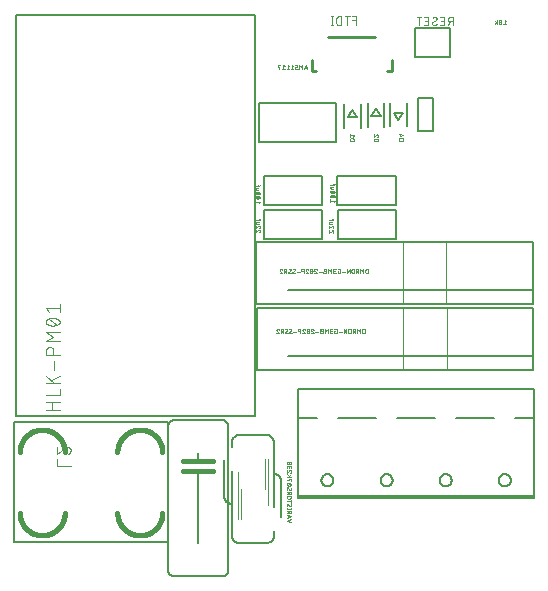
<source format=gbr>
G04 EAGLE Gerber X2 export*
%TF.Part,Single*%
%TF.FileFunction,Legend,Bot,1*%
%TF.FilePolarity,Positive*%
%TF.GenerationSoftware,Autodesk,EAGLE,9.1.3*%
%TF.CreationDate,2018-09-20T23:52:14Z*%
G75*
%MOMM*%
%FSLAX34Y34*%
%LPD*%
%AMOC8*
5,1,8,0,0,1.08239X$1,22.5*%
G01*
%ADD10C,0.100000*%
%ADD11C,0.203200*%
%ADD12C,0.025400*%
%ADD13C,0.127000*%
%ADD14C,0.101600*%
%ADD15C,0.050800*%
%ADD16C,0.152400*%
%ADD17C,0.406400*%
%ADD18C,0.254000*%
%ADD19C,0.076200*%
%ADD20C,0.457200*%


D10*
X333134Y164110D02*
X333134Y216110D01*
X370134Y216110D02*
X370134Y164310D01*
D11*
X443134Y163610D02*
X209334Y163610D01*
X443134Y163610D02*
X443134Y216610D01*
X209334Y216610D01*
X209334Y163610D01*
X235984Y175610D02*
X442384Y175610D01*
D12*
X300690Y195899D02*
X300690Y197593D01*
X300688Y197657D01*
X300682Y197721D01*
X300673Y197784D01*
X300659Y197846D01*
X300642Y197908D01*
X300621Y197968D01*
X300597Y198027D01*
X300569Y198085D01*
X300537Y198140D01*
X300503Y198194D01*
X300465Y198245D01*
X300424Y198295D01*
X300380Y198341D01*
X300334Y198385D01*
X300284Y198426D01*
X300233Y198464D01*
X300179Y198498D01*
X300124Y198530D01*
X300066Y198558D01*
X300007Y198582D01*
X299947Y198603D01*
X299885Y198620D01*
X299823Y198634D01*
X299760Y198643D01*
X299696Y198649D01*
X299632Y198651D01*
X299568Y198649D01*
X299504Y198643D01*
X299441Y198634D01*
X299379Y198620D01*
X299317Y198603D01*
X299257Y198582D01*
X299198Y198558D01*
X299140Y198530D01*
X299085Y198498D01*
X299031Y198464D01*
X298980Y198426D01*
X298930Y198385D01*
X298884Y198341D01*
X298840Y198295D01*
X298799Y198245D01*
X298761Y198194D01*
X298727Y198140D01*
X298695Y198085D01*
X298667Y198027D01*
X298643Y197968D01*
X298622Y197908D01*
X298605Y197846D01*
X298591Y197784D01*
X298582Y197721D01*
X298576Y197657D01*
X298574Y197593D01*
X298573Y197593D02*
X298573Y195899D01*
X298574Y195899D02*
X298576Y195835D01*
X298582Y195771D01*
X298591Y195708D01*
X298605Y195646D01*
X298622Y195584D01*
X298643Y195524D01*
X298667Y195465D01*
X298695Y195407D01*
X298727Y195352D01*
X298761Y195298D01*
X298799Y195247D01*
X298840Y195197D01*
X298884Y195151D01*
X298930Y195107D01*
X298980Y195066D01*
X299031Y195028D01*
X299085Y194994D01*
X299140Y194962D01*
X299198Y194934D01*
X299257Y194910D01*
X299317Y194889D01*
X299379Y194872D01*
X299441Y194858D01*
X299504Y194849D01*
X299568Y194843D01*
X299632Y194841D01*
X299696Y194843D01*
X299760Y194849D01*
X299823Y194858D01*
X299885Y194872D01*
X299947Y194889D01*
X300007Y194910D01*
X300066Y194934D01*
X300124Y194962D01*
X300179Y194994D01*
X300233Y195028D01*
X300284Y195066D01*
X300334Y195107D01*
X300380Y195151D01*
X300424Y195197D01*
X300465Y195247D01*
X300503Y195298D01*
X300537Y195352D01*
X300569Y195407D01*
X300597Y195465D01*
X300621Y195524D01*
X300642Y195584D01*
X300659Y195646D01*
X300673Y195708D01*
X300682Y195771D01*
X300688Y195835D01*
X300690Y195899D01*
X296878Y194841D02*
X296878Y198651D01*
X295608Y196534D01*
X294338Y198651D01*
X294338Y194841D01*
X292500Y194841D02*
X292500Y198651D01*
X291442Y198651D01*
X291378Y198649D01*
X291314Y198643D01*
X291251Y198634D01*
X291189Y198620D01*
X291127Y198603D01*
X291067Y198582D01*
X291008Y198558D01*
X290950Y198530D01*
X290895Y198498D01*
X290841Y198464D01*
X290790Y198426D01*
X290740Y198385D01*
X290694Y198341D01*
X290650Y198295D01*
X290609Y198245D01*
X290571Y198194D01*
X290537Y198140D01*
X290505Y198085D01*
X290477Y198027D01*
X290453Y197968D01*
X290432Y197908D01*
X290415Y197846D01*
X290401Y197784D01*
X290392Y197721D01*
X290386Y197657D01*
X290384Y197593D01*
X290386Y197529D01*
X290392Y197465D01*
X290401Y197402D01*
X290415Y197340D01*
X290432Y197278D01*
X290453Y197218D01*
X290477Y197159D01*
X290505Y197101D01*
X290537Y197046D01*
X290571Y196992D01*
X290609Y196941D01*
X290650Y196891D01*
X290694Y196845D01*
X290740Y196801D01*
X290790Y196760D01*
X290841Y196722D01*
X290895Y196688D01*
X290950Y196656D01*
X291008Y196628D01*
X291067Y196604D01*
X291127Y196583D01*
X291189Y196566D01*
X291251Y196552D01*
X291314Y196543D01*
X291378Y196537D01*
X291442Y196535D01*
X291442Y196534D02*
X292500Y196534D01*
X291230Y196534D02*
X290384Y194841D01*
X288864Y195899D02*
X288864Y197593D01*
X288863Y197593D02*
X288861Y197657D01*
X288855Y197721D01*
X288846Y197784D01*
X288832Y197846D01*
X288815Y197908D01*
X288794Y197968D01*
X288770Y198027D01*
X288742Y198085D01*
X288710Y198140D01*
X288676Y198194D01*
X288638Y198245D01*
X288597Y198295D01*
X288553Y198341D01*
X288507Y198385D01*
X288457Y198426D01*
X288406Y198464D01*
X288352Y198498D01*
X288297Y198530D01*
X288239Y198558D01*
X288180Y198582D01*
X288120Y198603D01*
X288058Y198620D01*
X287996Y198634D01*
X287933Y198643D01*
X287869Y198649D01*
X287805Y198651D01*
X287741Y198649D01*
X287677Y198643D01*
X287614Y198634D01*
X287552Y198620D01*
X287490Y198603D01*
X287430Y198582D01*
X287371Y198558D01*
X287313Y198530D01*
X287258Y198498D01*
X287204Y198464D01*
X287153Y198426D01*
X287103Y198385D01*
X287057Y198341D01*
X287013Y198295D01*
X286972Y198245D01*
X286934Y198194D01*
X286900Y198140D01*
X286868Y198085D01*
X286840Y198027D01*
X286816Y197968D01*
X286795Y197908D01*
X286778Y197846D01*
X286764Y197784D01*
X286755Y197721D01*
X286749Y197657D01*
X286747Y197593D01*
X286747Y195899D01*
X286749Y195835D01*
X286755Y195771D01*
X286764Y195708D01*
X286778Y195646D01*
X286795Y195584D01*
X286816Y195524D01*
X286840Y195465D01*
X286868Y195407D01*
X286900Y195352D01*
X286934Y195298D01*
X286972Y195247D01*
X287013Y195197D01*
X287057Y195151D01*
X287103Y195107D01*
X287153Y195066D01*
X287204Y195028D01*
X287258Y194994D01*
X287313Y194962D01*
X287371Y194934D01*
X287430Y194910D01*
X287490Y194889D01*
X287552Y194872D01*
X287614Y194858D01*
X287677Y194849D01*
X287741Y194843D01*
X287805Y194841D01*
X287869Y194843D01*
X287933Y194849D01*
X287996Y194858D01*
X288058Y194872D01*
X288120Y194889D01*
X288180Y194910D01*
X288239Y194934D01*
X288297Y194962D01*
X288352Y194994D01*
X288406Y195028D01*
X288457Y195066D01*
X288507Y195107D01*
X288553Y195151D01*
X288597Y195197D01*
X288638Y195247D01*
X288676Y195298D01*
X288710Y195352D01*
X288742Y195407D01*
X288770Y195465D01*
X288794Y195524D01*
X288815Y195584D01*
X288832Y195646D01*
X288846Y195708D01*
X288855Y195771D01*
X288861Y195835D01*
X288863Y195899D01*
X285084Y194841D02*
X285084Y198651D01*
X282967Y194841D01*
X282967Y198651D01*
X281272Y196323D02*
X278732Y196323D01*
X275556Y196958D02*
X274921Y196958D01*
X274921Y194841D01*
X276191Y194841D01*
X276246Y194843D01*
X276302Y194848D01*
X276356Y194857D01*
X276410Y194870D01*
X276463Y194886D01*
X276515Y194905D01*
X276566Y194928D01*
X276615Y194954D01*
X276662Y194984D01*
X276707Y195016D01*
X276749Y195051D01*
X276790Y195089D01*
X276828Y195130D01*
X276863Y195172D01*
X276895Y195217D01*
X276925Y195265D01*
X276951Y195313D01*
X276974Y195364D01*
X276993Y195416D01*
X277009Y195469D01*
X277022Y195523D01*
X277031Y195577D01*
X277036Y195633D01*
X277038Y195688D01*
X277037Y195688D02*
X277037Y197804D01*
X277038Y197804D02*
X277036Y197862D01*
X277030Y197919D01*
X277020Y197976D01*
X277007Y198033D01*
X276989Y198088D01*
X276968Y198141D01*
X276943Y198194D01*
X276915Y198244D01*
X276883Y198292D01*
X276848Y198339D01*
X276810Y198382D01*
X276769Y198423D01*
X276726Y198461D01*
X276679Y198496D01*
X276631Y198528D01*
X276581Y198556D01*
X276528Y198581D01*
X276475Y198602D01*
X276420Y198620D01*
X276363Y198633D01*
X276306Y198643D01*
X276249Y198649D01*
X276191Y198651D01*
X274921Y198651D01*
X273258Y194841D02*
X272200Y194841D01*
X272136Y194843D01*
X272072Y194849D01*
X272009Y194858D01*
X271947Y194872D01*
X271885Y194889D01*
X271825Y194910D01*
X271766Y194934D01*
X271708Y194962D01*
X271653Y194994D01*
X271599Y195028D01*
X271548Y195066D01*
X271498Y195107D01*
X271452Y195151D01*
X271408Y195197D01*
X271367Y195247D01*
X271329Y195298D01*
X271295Y195352D01*
X271263Y195407D01*
X271235Y195465D01*
X271211Y195524D01*
X271190Y195584D01*
X271173Y195646D01*
X271159Y195708D01*
X271150Y195771D01*
X271144Y195835D01*
X271142Y195899D01*
X271144Y195963D01*
X271150Y196027D01*
X271159Y196090D01*
X271173Y196152D01*
X271190Y196214D01*
X271211Y196274D01*
X271235Y196333D01*
X271263Y196391D01*
X271295Y196446D01*
X271329Y196500D01*
X271367Y196551D01*
X271408Y196601D01*
X271452Y196647D01*
X271498Y196691D01*
X271548Y196732D01*
X271599Y196770D01*
X271653Y196804D01*
X271708Y196836D01*
X271766Y196864D01*
X271825Y196888D01*
X271885Y196909D01*
X271947Y196926D01*
X272009Y196940D01*
X272072Y196949D01*
X272136Y196955D01*
X272200Y196957D01*
X271988Y198651D02*
X273258Y198651D01*
X271988Y198651D02*
X271931Y198649D01*
X271875Y198643D01*
X271819Y198634D01*
X271764Y198621D01*
X271710Y198604D01*
X271657Y198584D01*
X271606Y198560D01*
X271556Y198533D01*
X271509Y198502D01*
X271463Y198469D01*
X271420Y198432D01*
X271379Y198393D01*
X271341Y198351D01*
X271306Y198306D01*
X271274Y198260D01*
X271245Y198211D01*
X271220Y198161D01*
X271198Y198108D01*
X271179Y198055D01*
X271164Y198000D01*
X271153Y197945D01*
X271145Y197889D01*
X271141Y197832D01*
X271141Y197776D01*
X271145Y197719D01*
X271153Y197663D01*
X271164Y197608D01*
X271179Y197553D01*
X271198Y197500D01*
X271220Y197447D01*
X271245Y197397D01*
X271274Y197348D01*
X271306Y197302D01*
X271341Y197257D01*
X271379Y197215D01*
X271420Y197176D01*
X271463Y197139D01*
X271509Y197106D01*
X271556Y197075D01*
X271606Y197048D01*
X271657Y197024D01*
X271710Y197004D01*
X271764Y196987D01*
X271819Y196974D01*
X271875Y196965D01*
X271931Y196959D01*
X271988Y196957D01*
X271988Y196958D02*
X272835Y196958D01*
X269446Y198651D02*
X269446Y194841D01*
X268176Y196534D02*
X269446Y198651D01*
X268176Y196534D02*
X266906Y198651D01*
X266906Y194841D01*
X265041Y196958D02*
X263983Y196958D01*
X263983Y196957D02*
X263919Y196955D01*
X263855Y196949D01*
X263792Y196940D01*
X263730Y196926D01*
X263668Y196909D01*
X263608Y196888D01*
X263549Y196864D01*
X263491Y196836D01*
X263436Y196804D01*
X263382Y196770D01*
X263331Y196732D01*
X263281Y196691D01*
X263235Y196647D01*
X263191Y196601D01*
X263150Y196551D01*
X263112Y196500D01*
X263078Y196446D01*
X263046Y196391D01*
X263018Y196333D01*
X262994Y196274D01*
X262973Y196214D01*
X262956Y196152D01*
X262942Y196090D01*
X262933Y196027D01*
X262927Y195963D01*
X262925Y195899D01*
X262927Y195835D01*
X262933Y195771D01*
X262942Y195708D01*
X262956Y195646D01*
X262973Y195584D01*
X262994Y195524D01*
X263018Y195465D01*
X263046Y195407D01*
X263078Y195352D01*
X263112Y195298D01*
X263150Y195247D01*
X263191Y195197D01*
X263235Y195151D01*
X263281Y195107D01*
X263331Y195066D01*
X263382Y195028D01*
X263436Y194994D01*
X263491Y194962D01*
X263549Y194934D01*
X263608Y194910D01*
X263668Y194889D01*
X263730Y194872D01*
X263792Y194858D01*
X263855Y194849D01*
X263919Y194843D01*
X263983Y194841D01*
X265041Y194841D01*
X265041Y198651D01*
X263983Y198651D01*
X263926Y198649D01*
X263870Y198643D01*
X263814Y198634D01*
X263759Y198621D01*
X263705Y198604D01*
X263652Y198584D01*
X263601Y198560D01*
X263551Y198533D01*
X263504Y198502D01*
X263458Y198469D01*
X263415Y198432D01*
X263374Y198393D01*
X263336Y198351D01*
X263301Y198306D01*
X263269Y198260D01*
X263240Y198211D01*
X263215Y198161D01*
X263193Y198108D01*
X263174Y198055D01*
X263159Y198000D01*
X263148Y197945D01*
X263140Y197889D01*
X263136Y197832D01*
X263136Y197776D01*
X263140Y197719D01*
X263148Y197663D01*
X263159Y197608D01*
X263174Y197553D01*
X263193Y197500D01*
X263215Y197447D01*
X263240Y197397D01*
X263269Y197348D01*
X263301Y197302D01*
X263336Y197257D01*
X263374Y197215D01*
X263415Y197176D01*
X263458Y197139D01*
X263504Y197106D01*
X263551Y197075D01*
X263601Y197048D01*
X263652Y197024D01*
X263705Y197004D01*
X263759Y196987D01*
X263814Y196974D01*
X263870Y196965D01*
X263926Y196959D01*
X263983Y196957D01*
X261522Y196323D02*
X258982Y196323D01*
X256244Y198652D02*
X256184Y198650D01*
X256125Y198644D01*
X256065Y198635D01*
X256007Y198622D01*
X255950Y198605D01*
X255893Y198585D01*
X255838Y198561D01*
X255785Y198534D01*
X255733Y198504D01*
X255684Y198470D01*
X255637Y198433D01*
X255592Y198394D01*
X255549Y198351D01*
X255510Y198306D01*
X255473Y198259D01*
X255439Y198210D01*
X255409Y198158D01*
X255382Y198105D01*
X255358Y198050D01*
X255338Y197993D01*
X255321Y197936D01*
X255308Y197878D01*
X255299Y197818D01*
X255293Y197759D01*
X255291Y197699D01*
X256244Y198651D02*
X256311Y198649D01*
X256378Y198644D01*
X256444Y198635D01*
X256510Y198622D01*
X256574Y198606D01*
X256638Y198586D01*
X256701Y198562D01*
X256763Y198536D01*
X256822Y198506D01*
X256880Y198473D01*
X256937Y198436D01*
X256991Y198397D01*
X257043Y198355D01*
X257092Y198310D01*
X257139Y198262D01*
X257183Y198212D01*
X257225Y198159D01*
X257263Y198104D01*
X257299Y198048D01*
X257331Y197989D01*
X257360Y197929D01*
X257386Y197867D01*
X257408Y197804D01*
X255609Y196958D02*
X255568Y197000D01*
X255529Y197045D01*
X255492Y197091D01*
X255458Y197140D01*
X255427Y197190D01*
X255400Y197242D01*
X255375Y197296D01*
X255353Y197351D01*
X255334Y197407D01*
X255319Y197464D01*
X255307Y197522D01*
X255299Y197581D01*
X255294Y197640D01*
X255292Y197699D01*
X255609Y196958D02*
X257408Y194841D01*
X255292Y194841D01*
X253751Y196746D02*
X253749Y196856D01*
X253743Y196965D01*
X253734Y197074D01*
X253720Y197183D01*
X253703Y197291D01*
X253682Y197399D01*
X253658Y197505D01*
X253629Y197611D01*
X253597Y197716D01*
X253562Y197820D01*
X253523Y197922D01*
X253480Y198023D01*
X253433Y198122D01*
X253434Y198122D02*
X253414Y198172D01*
X253392Y198221D01*
X253366Y198269D01*
X253337Y198314D01*
X253304Y198357D01*
X253269Y198398D01*
X253231Y198437D01*
X253191Y198472D01*
X253148Y198505D01*
X253103Y198535D01*
X253056Y198562D01*
X253008Y198585D01*
X252958Y198605D01*
X252906Y198621D01*
X252854Y198634D01*
X252801Y198644D01*
X252747Y198649D01*
X252693Y198651D01*
X252639Y198649D01*
X252585Y198644D01*
X252532Y198634D01*
X252480Y198621D01*
X252428Y198605D01*
X252378Y198585D01*
X252330Y198562D01*
X252283Y198535D01*
X252238Y198505D01*
X252195Y198472D01*
X252155Y198437D01*
X252117Y198398D01*
X252082Y198357D01*
X252049Y198314D01*
X252020Y198269D01*
X251994Y198221D01*
X251972Y198172D01*
X251952Y198122D01*
X251905Y198023D01*
X251862Y197922D01*
X251823Y197820D01*
X251788Y197716D01*
X251756Y197611D01*
X251727Y197505D01*
X251703Y197399D01*
X251682Y197291D01*
X251665Y197183D01*
X251651Y197074D01*
X251642Y196965D01*
X251636Y196856D01*
X251634Y196746D01*
X253751Y196746D02*
X253749Y196636D01*
X253743Y196527D01*
X253734Y196418D01*
X253720Y196309D01*
X253703Y196201D01*
X253682Y196093D01*
X253658Y195987D01*
X253629Y195881D01*
X253597Y195776D01*
X253562Y195673D01*
X253523Y195570D01*
X253480Y195469D01*
X253433Y195370D01*
X253434Y195370D02*
X253414Y195320D01*
X253392Y195271D01*
X253366Y195223D01*
X253337Y195178D01*
X253304Y195135D01*
X253269Y195094D01*
X253231Y195055D01*
X253191Y195020D01*
X253148Y194987D01*
X253103Y194957D01*
X253056Y194930D01*
X253008Y194907D01*
X252958Y194887D01*
X252906Y194871D01*
X252854Y194858D01*
X252801Y194848D01*
X252747Y194843D01*
X252693Y194841D01*
X251952Y195370D02*
X251905Y195469D01*
X251862Y195570D01*
X251823Y195673D01*
X251788Y195776D01*
X251756Y195881D01*
X251727Y195987D01*
X251703Y196093D01*
X251682Y196201D01*
X251665Y196309D01*
X251651Y196418D01*
X251642Y196527D01*
X251636Y196636D01*
X251634Y196746D01*
X251952Y195370D02*
X251972Y195320D01*
X251994Y195271D01*
X252020Y195223D01*
X252049Y195178D01*
X252082Y195135D01*
X252117Y195094D01*
X252155Y195055D01*
X252195Y195020D01*
X252238Y194987D01*
X252283Y194957D01*
X252330Y194930D01*
X252378Y194907D01*
X252429Y194887D01*
X252480Y194871D01*
X252532Y194858D01*
X252585Y194848D01*
X252639Y194843D01*
X252693Y194841D01*
X253539Y195688D02*
X251846Y197804D01*
X248929Y198652D02*
X248869Y198650D01*
X248810Y198644D01*
X248750Y198635D01*
X248692Y198622D01*
X248635Y198605D01*
X248578Y198585D01*
X248523Y198561D01*
X248470Y198534D01*
X248418Y198504D01*
X248369Y198470D01*
X248322Y198433D01*
X248277Y198394D01*
X248234Y198351D01*
X248195Y198306D01*
X248158Y198259D01*
X248124Y198210D01*
X248094Y198158D01*
X248067Y198105D01*
X248043Y198050D01*
X248023Y197993D01*
X248006Y197936D01*
X247993Y197878D01*
X247984Y197818D01*
X247978Y197759D01*
X247976Y197699D01*
X248929Y198651D02*
X248996Y198649D01*
X249063Y198644D01*
X249129Y198635D01*
X249195Y198622D01*
X249259Y198606D01*
X249323Y198586D01*
X249386Y198562D01*
X249448Y198536D01*
X249507Y198506D01*
X249565Y198473D01*
X249622Y198436D01*
X249676Y198397D01*
X249728Y198355D01*
X249777Y198310D01*
X249824Y198262D01*
X249868Y198212D01*
X249910Y198159D01*
X249948Y198104D01*
X249984Y198048D01*
X250016Y197989D01*
X250045Y197929D01*
X250071Y197867D01*
X250093Y197804D01*
X248294Y196958D02*
X248253Y197000D01*
X248214Y197045D01*
X248177Y197091D01*
X248143Y197140D01*
X248112Y197190D01*
X248085Y197242D01*
X248060Y197296D01*
X248038Y197351D01*
X248019Y197407D01*
X248004Y197464D01*
X247992Y197522D01*
X247984Y197581D01*
X247979Y197640D01*
X247977Y197699D01*
X248294Y196958D02*
X250093Y194841D01*
X247977Y194841D01*
X246265Y194841D02*
X246265Y198651D01*
X245207Y198651D01*
X245143Y198649D01*
X245079Y198643D01*
X245016Y198634D01*
X244954Y198620D01*
X244892Y198603D01*
X244832Y198582D01*
X244773Y198558D01*
X244715Y198530D01*
X244660Y198498D01*
X244606Y198464D01*
X244555Y198426D01*
X244505Y198385D01*
X244459Y198341D01*
X244415Y198295D01*
X244374Y198245D01*
X244336Y198194D01*
X244302Y198140D01*
X244270Y198085D01*
X244242Y198027D01*
X244218Y197968D01*
X244197Y197908D01*
X244180Y197846D01*
X244166Y197784D01*
X244157Y197721D01*
X244151Y197657D01*
X244149Y197593D01*
X244151Y197529D01*
X244157Y197465D01*
X244166Y197402D01*
X244180Y197340D01*
X244197Y197278D01*
X244218Y197218D01*
X244242Y197159D01*
X244270Y197101D01*
X244302Y197046D01*
X244336Y196992D01*
X244374Y196941D01*
X244415Y196891D01*
X244459Y196845D01*
X244505Y196801D01*
X244555Y196760D01*
X244606Y196722D01*
X244660Y196688D01*
X244715Y196656D01*
X244773Y196628D01*
X244832Y196604D01*
X244892Y196583D01*
X244954Y196566D01*
X245016Y196552D01*
X245079Y196543D01*
X245143Y196537D01*
X245207Y196535D01*
X245207Y196534D02*
X246265Y196534D01*
X242746Y196323D02*
X240206Y196323D01*
X237485Y194841D02*
X237430Y194843D01*
X237374Y194848D01*
X237320Y194857D01*
X237266Y194870D01*
X237213Y194886D01*
X237161Y194905D01*
X237110Y194928D01*
X237062Y194954D01*
X237014Y194984D01*
X236969Y195016D01*
X236927Y195051D01*
X236886Y195089D01*
X236848Y195130D01*
X236813Y195172D01*
X236781Y195217D01*
X236751Y195265D01*
X236725Y195313D01*
X236702Y195364D01*
X236683Y195416D01*
X236667Y195469D01*
X236654Y195523D01*
X236645Y195577D01*
X236640Y195633D01*
X236638Y195688D01*
X237485Y194841D02*
X237568Y194843D01*
X237651Y194849D01*
X237733Y194858D01*
X237815Y194872D01*
X237897Y194889D01*
X237977Y194910D01*
X238056Y194935D01*
X238135Y194963D01*
X238211Y194995D01*
X238286Y195031D01*
X238360Y195069D01*
X238431Y195112D01*
X238501Y195157D01*
X238568Y195206D01*
X238633Y195258D01*
X238695Y195313D01*
X238755Y195370D01*
X238649Y197804D02*
X238647Y197859D01*
X238642Y197915D01*
X238633Y197969D01*
X238620Y198023D01*
X238604Y198076D01*
X238585Y198128D01*
X238562Y198179D01*
X238536Y198228D01*
X238506Y198275D01*
X238474Y198320D01*
X238439Y198362D01*
X238401Y198403D01*
X238360Y198441D01*
X238318Y198476D01*
X238273Y198508D01*
X238226Y198538D01*
X238177Y198564D01*
X238126Y198587D01*
X238074Y198606D01*
X238021Y198622D01*
X237967Y198635D01*
X237913Y198644D01*
X237857Y198649D01*
X237802Y198651D01*
X237802Y198652D02*
X237723Y198650D01*
X237645Y198644D01*
X237567Y198635D01*
X237490Y198621D01*
X237413Y198604D01*
X237337Y198582D01*
X237263Y198558D01*
X237189Y198529D01*
X237118Y198497D01*
X237048Y198461D01*
X236979Y198422D01*
X236913Y198380D01*
X236849Y198334D01*
X238226Y197063D02*
X238273Y197093D01*
X238318Y197126D01*
X238361Y197162D01*
X238401Y197200D01*
X238439Y197241D01*
X238474Y197284D01*
X238506Y197330D01*
X238536Y197377D01*
X238562Y197427D01*
X238585Y197478D01*
X238604Y197530D01*
X238620Y197583D01*
X238633Y197638D01*
X238642Y197693D01*
X238647Y197748D01*
X238649Y197804D01*
X237061Y196429D02*
X237014Y196399D01*
X236969Y196366D01*
X236926Y196330D01*
X236886Y196292D01*
X236848Y196251D01*
X236813Y196208D01*
X236781Y196162D01*
X236751Y196115D01*
X236725Y196065D01*
X236702Y196014D01*
X236683Y195962D01*
X236667Y195909D01*
X236654Y195854D01*
X236645Y195799D01*
X236640Y195744D01*
X236638Y195688D01*
X237061Y196429D02*
X238226Y197064D01*
X234071Y194841D02*
X234016Y194843D01*
X233960Y194848D01*
X233906Y194857D01*
X233852Y194870D01*
X233799Y194886D01*
X233747Y194905D01*
X233696Y194928D01*
X233648Y194954D01*
X233600Y194984D01*
X233555Y195016D01*
X233513Y195051D01*
X233472Y195089D01*
X233434Y195130D01*
X233399Y195172D01*
X233367Y195217D01*
X233337Y195265D01*
X233311Y195313D01*
X233288Y195364D01*
X233269Y195416D01*
X233253Y195469D01*
X233240Y195523D01*
X233231Y195577D01*
X233226Y195633D01*
X233224Y195688D01*
X234071Y194841D02*
X234154Y194843D01*
X234237Y194849D01*
X234319Y194858D01*
X234401Y194872D01*
X234483Y194889D01*
X234563Y194910D01*
X234642Y194935D01*
X234721Y194963D01*
X234797Y194995D01*
X234872Y195031D01*
X234946Y195069D01*
X235017Y195112D01*
X235087Y195157D01*
X235154Y195206D01*
X235219Y195258D01*
X235281Y195313D01*
X235341Y195370D01*
X235236Y197804D02*
X235234Y197859D01*
X235229Y197915D01*
X235220Y197969D01*
X235207Y198023D01*
X235191Y198076D01*
X235172Y198128D01*
X235149Y198179D01*
X235123Y198228D01*
X235093Y198275D01*
X235061Y198320D01*
X235026Y198362D01*
X234988Y198403D01*
X234947Y198441D01*
X234905Y198476D01*
X234860Y198508D01*
X234813Y198538D01*
X234764Y198564D01*
X234713Y198587D01*
X234661Y198606D01*
X234608Y198622D01*
X234554Y198635D01*
X234500Y198644D01*
X234444Y198649D01*
X234389Y198651D01*
X234389Y198652D02*
X234310Y198650D01*
X234232Y198644D01*
X234154Y198635D01*
X234077Y198621D01*
X234000Y198604D01*
X233924Y198582D01*
X233850Y198558D01*
X233776Y198529D01*
X233705Y198497D01*
X233635Y198461D01*
X233566Y198422D01*
X233500Y198380D01*
X233436Y198334D01*
X234812Y197063D02*
X234859Y197093D01*
X234904Y197126D01*
X234947Y197162D01*
X234987Y197200D01*
X235025Y197241D01*
X235060Y197284D01*
X235092Y197330D01*
X235122Y197377D01*
X235148Y197427D01*
X235171Y197478D01*
X235190Y197530D01*
X235206Y197583D01*
X235219Y197638D01*
X235228Y197693D01*
X235233Y197748D01*
X235235Y197804D01*
X233647Y196429D02*
X233600Y196399D01*
X233555Y196366D01*
X233512Y196330D01*
X233472Y196292D01*
X233434Y196251D01*
X233399Y196208D01*
X233367Y196162D01*
X233337Y196115D01*
X233311Y196065D01*
X233288Y196014D01*
X233269Y195962D01*
X233253Y195909D01*
X233240Y195854D01*
X233231Y195799D01*
X233226Y195744D01*
X233224Y195688D01*
X233648Y196429D02*
X234812Y197064D01*
X231662Y198651D02*
X231662Y194841D01*
X231662Y198651D02*
X230604Y198651D01*
X230540Y198649D01*
X230476Y198643D01*
X230413Y198634D01*
X230351Y198620D01*
X230289Y198603D01*
X230229Y198582D01*
X230170Y198558D01*
X230112Y198530D01*
X230057Y198498D01*
X230003Y198464D01*
X229952Y198426D01*
X229902Y198385D01*
X229856Y198341D01*
X229812Y198295D01*
X229771Y198245D01*
X229733Y198194D01*
X229699Y198140D01*
X229667Y198085D01*
X229639Y198027D01*
X229615Y197968D01*
X229594Y197908D01*
X229577Y197846D01*
X229563Y197784D01*
X229554Y197721D01*
X229548Y197657D01*
X229546Y197593D01*
X229548Y197529D01*
X229554Y197465D01*
X229563Y197402D01*
X229577Y197340D01*
X229594Y197278D01*
X229615Y197218D01*
X229639Y197159D01*
X229667Y197101D01*
X229699Y197046D01*
X229733Y196992D01*
X229771Y196941D01*
X229812Y196891D01*
X229856Y196845D01*
X229902Y196801D01*
X229952Y196760D01*
X230003Y196722D01*
X230057Y196688D01*
X230112Y196656D01*
X230170Y196628D01*
X230229Y196604D01*
X230289Y196583D01*
X230351Y196566D01*
X230413Y196552D01*
X230476Y196543D01*
X230540Y196537D01*
X230604Y196535D01*
X230604Y196534D02*
X231662Y196534D01*
X230392Y196534D02*
X229546Y194841D01*
X225909Y197699D02*
X225911Y197759D01*
X225917Y197818D01*
X225926Y197878D01*
X225939Y197936D01*
X225956Y197993D01*
X225976Y198050D01*
X226000Y198105D01*
X226027Y198158D01*
X226057Y198210D01*
X226091Y198259D01*
X226128Y198306D01*
X226167Y198351D01*
X226210Y198394D01*
X226255Y198433D01*
X226302Y198470D01*
X226351Y198504D01*
X226403Y198534D01*
X226456Y198561D01*
X226511Y198585D01*
X226568Y198605D01*
X226625Y198622D01*
X226683Y198635D01*
X226743Y198644D01*
X226802Y198650D01*
X226862Y198652D01*
X226862Y198651D02*
X226929Y198649D01*
X226996Y198644D01*
X227062Y198635D01*
X227128Y198622D01*
X227192Y198606D01*
X227256Y198586D01*
X227319Y198562D01*
X227381Y198536D01*
X227440Y198506D01*
X227498Y198473D01*
X227555Y198436D01*
X227609Y198397D01*
X227661Y198355D01*
X227710Y198310D01*
X227757Y198262D01*
X227801Y198212D01*
X227843Y198159D01*
X227881Y198104D01*
X227917Y198048D01*
X227949Y197989D01*
X227978Y197929D01*
X228004Y197867D01*
X228026Y197804D01*
X226226Y196958D02*
X226185Y197000D01*
X226146Y197045D01*
X226109Y197091D01*
X226075Y197140D01*
X226044Y197190D01*
X226017Y197242D01*
X225992Y197296D01*
X225970Y197351D01*
X225951Y197407D01*
X225936Y197464D01*
X225924Y197522D01*
X225916Y197581D01*
X225911Y197640D01*
X225909Y197699D01*
X226227Y196958D02*
X228026Y194841D01*
X225909Y194841D01*
D13*
X5354Y124736D02*
X5354Y464736D01*
X207354Y464736D01*
X207354Y124736D01*
X5354Y124736D01*
D14*
X30662Y130144D02*
X42346Y130144D01*
X35855Y130144D02*
X35855Y136636D01*
X30662Y136636D02*
X42346Y136636D01*
X42346Y142359D02*
X30662Y142359D01*
X42346Y142359D02*
X42346Y147552D01*
X42346Y152412D02*
X30662Y152412D01*
X30662Y158903D02*
X37802Y152412D01*
X35206Y155008D02*
X42346Y158903D01*
X37802Y163404D02*
X37802Y171194D01*
X42346Y176796D02*
X30662Y176796D01*
X30662Y180041D01*
X30664Y180154D01*
X30670Y180267D01*
X30680Y180380D01*
X30694Y180493D01*
X30711Y180605D01*
X30733Y180716D01*
X30758Y180826D01*
X30788Y180936D01*
X30821Y181044D01*
X30858Y181151D01*
X30898Y181257D01*
X30943Y181361D01*
X30991Y181464D01*
X31042Y181565D01*
X31097Y181664D01*
X31155Y181761D01*
X31217Y181856D01*
X31282Y181949D01*
X31350Y182039D01*
X31421Y182127D01*
X31496Y182213D01*
X31573Y182296D01*
X31653Y182376D01*
X31736Y182453D01*
X31822Y182528D01*
X31910Y182599D01*
X32000Y182667D01*
X32093Y182732D01*
X32188Y182794D01*
X32285Y182852D01*
X32384Y182907D01*
X32485Y182958D01*
X32588Y183006D01*
X32692Y183051D01*
X32798Y183091D01*
X32905Y183128D01*
X33013Y183161D01*
X33123Y183191D01*
X33233Y183216D01*
X33344Y183238D01*
X33456Y183255D01*
X33569Y183269D01*
X33682Y183279D01*
X33795Y183285D01*
X33908Y183287D01*
X34021Y183285D01*
X34134Y183279D01*
X34247Y183269D01*
X34360Y183255D01*
X34472Y183238D01*
X34583Y183216D01*
X34693Y183191D01*
X34803Y183161D01*
X34911Y183128D01*
X35018Y183091D01*
X35124Y183051D01*
X35228Y183006D01*
X35331Y182958D01*
X35432Y182907D01*
X35531Y182852D01*
X35628Y182794D01*
X35723Y182732D01*
X35816Y182667D01*
X35906Y182599D01*
X35994Y182528D01*
X36080Y182453D01*
X36163Y182376D01*
X36243Y182296D01*
X36320Y182213D01*
X36395Y182127D01*
X36466Y182039D01*
X36534Y181949D01*
X36599Y181856D01*
X36661Y181761D01*
X36719Y181664D01*
X36774Y181565D01*
X36825Y181464D01*
X36873Y181361D01*
X36918Y181257D01*
X36958Y181151D01*
X36995Y181044D01*
X37028Y180936D01*
X37058Y180826D01*
X37083Y180716D01*
X37105Y180605D01*
X37122Y180493D01*
X37136Y180380D01*
X37146Y180267D01*
X37152Y180154D01*
X37154Y180041D01*
X37153Y180041D02*
X37153Y176796D01*
X42346Y188169D02*
X30662Y188169D01*
X37153Y192064D01*
X30662Y195959D01*
X42346Y195959D01*
X36504Y201391D02*
X36274Y201394D01*
X36044Y201402D01*
X35815Y201416D01*
X35586Y201435D01*
X35357Y201460D01*
X35129Y201490D01*
X34902Y201525D01*
X34676Y201566D01*
X34451Y201612D01*
X34227Y201664D01*
X34004Y201721D01*
X33783Y201783D01*
X33563Y201851D01*
X33345Y201924D01*
X33129Y202002D01*
X32915Y202085D01*
X32703Y202173D01*
X32492Y202266D01*
X32285Y202365D01*
X32195Y202398D01*
X32106Y202434D01*
X32018Y202474D01*
X31933Y202518D01*
X31849Y202565D01*
X31767Y202615D01*
X31687Y202669D01*
X31610Y202725D01*
X31534Y202785D01*
X31461Y202848D01*
X31391Y202913D01*
X31323Y202982D01*
X31259Y203053D01*
X31197Y203126D01*
X31138Y203202D01*
X31082Y203280D01*
X31029Y203361D01*
X30980Y203443D01*
X30934Y203527D01*
X30891Y203614D01*
X30852Y203701D01*
X30816Y203791D01*
X30784Y203881D01*
X30756Y203973D01*
X30731Y204066D01*
X30710Y204160D01*
X30693Y204254D01*
X30679Y204349D01*
X30670Y204445D01*
X30664Y204541D01*
X30662Y204637D01*
X30664Y204733D01*
X30670Y204829D01*
X30679Y204925D01*
X30693Y205020D01*
X30710Y205114D01*
X30731Y205208D01*
X30756Y205301D01*
X30784Y205393D01*
X30816Y205483D01*
X30852Y205573D01*
X30891Y205661D01*
X30934Y205747D01*
X30980Y205831D01*
X31029Y205913D01*
X31082Y205994D01*
X31138Y206072D01*
X31197Y206148D01*
X31259Y206221D01*
X31323Y206292D01*
X31391Y206361D01*
X31461Y206426D01*
X31534Y206489D01*
X31610Y206549D01*
X31687Y206605D01*
X31767Y206659D01*
X31849Y206709D01*
X31933Y206756D01*
X32018Y206800D01*
X32106Y206840D01*
X32195Y206876D01*
X32285Y206909D01*
X32492Y207008D01*
X32703Y207101D01*
X32915Y207189D01*
X33129Y207272D01*
X33345Y207350D01*
X33563Y207423D01*
X33783Y207491D01*
X34004Y207553D01*
X34227Y207610D01*
X34451Y207662D01*
X34676Y207708D01*
X34902Y207749D01*
X35129Y207784D01*
X35357Y207814D01*
X35586Y207839D01*
X35815Y207858D01*
X36044Y207872D01*
X36274Y207880D01*
X36504Y207883D01*
X36504Y201391D02*
X36734Y201394D01*
X36964Y201402D01*
X37193Y201416D01*
X37422Y201435D01*
X37651Y201460D01*
X37879Y201490D01*
X38106Y201525D01*
X38332Y201566D01*
X38557Y201612D01*
X38781Y201664D01*
X39004Y201721D01*
X39225Y201783D01*
X39445Y201851D01*
X39663Y201924D01*
X39879Y202002D01*
X40093Y202085D01*
X40305Y202173D01*
X40516Y202266D01*
X40723Y202365D01*
X40813Y202398D01*
X40902Y202434D01*
X40990Y202475D01*
X41075Y202518D01*
X41159Y202565D01*
X41241Y202615D01*
X41321Y202669D01*
X41398Y202725D01*
X41474Y202785D01*
X41547Y202848D01*
X41617Y202913D01*
X41685Y202982D01*
X41749Y203053D01*
X41811Y203126D01*
X41870Y203202D01*
X41926Y203280D01*
X41979Y203361D01*
X42028Y203443D01*
X42074Y203527D01*
X42117Y203614D01*
X42156Y203701D01*
X42192Y203791D01*
X42224Y203881D01*
X42252Y203973D01*
X42277Y204066D01*
X42298Y204160D01*
X42315Y204254D01*
X42329Y204349D01*
X42338Y204445D01*
X42344Y204541D01*
X42346Y204637D01*
X40723Y206909D02*
X40516Y207008D01*
X40305Y207101D01*
X40093Y207189D01*
X39879Y207272D01*
X39663Y207350D01*
X39445Y207423D01*
X39225Y207491D01*
X39004Y207553D01*
X38781Y207610D01*
X38557Y207662D01*
X38332Y207708D01*
X38106Y207749D01*
X37879Y207784D01*
X37651Y207814D01*
X37422Y207839D01*
X37193Y207858D01*
X36964Y207872D01*
X36734Y207880D01*
X36504Y207883D01*
X40723Y206909D02*
X40813Y206876D01*
X40902Y206840D01*
X40990Y206800D01*
X41075Y206756D01*
X41159Y206709D01*
X41241Y206659D01*
X41321Y206605D01*
X41398Y206549D01*
X41474Y206489D01*
X41547Y206426D01*
X41617Y206361D01*
X41685Y206292D01*
X41749Y206221D01*
X41811Y206148D01*
X41870Y206072D01*
X41926Y205994D01*
X41979Y205913D01*
X42028Y205831D01*
X42074Y205747D01*
X42117Y205660D01*
X42156Y205573D01*
X42192Y205483D01*
X42224Y205393D01*
X42252Y205301D01*
X42277Y205208D01*
X42298Y205114D01*
X42315Y205020D01*
X42329Y204925D01*
X42338Y204829D01*
X42344Y204733D01*
X42346Y204637D01*
X39750Y202040D02*
X33259Y207233D01*
X33259Y212821D02*
X30662Y216067D01*
X42346Y216067D01*
X42346Y219312D02*
X42346Y212821D01*
D13*
X277592Y327838D02*
X326868Y327838D01*
X277592Y327838D02*
X277592Y303454D01*
X326868Y303454D01*
X326868Y327838D01*
D15*
X275118Y307223D02*
X274328Y306235D01*
X275118Y307223D02*
X271562Y307223D01*
X271562Y306235D02*
X271562Y308211D01*
X273340Y309893D02*
X273442Y309895D01*
X273544Y309900D01*
X273646Y309909D01*
X273748Y309921D01*
X273849Y309937D01*
X273949Y309957D01*
X274049Y309980D01*
X274147Y310006D01*
X274245Y310036D01*
X274342Y310070D01*
X274437Y310106D01*
X274531Y310146D01*
X274624Y310189D01*
X274624Y310190D02*
X274674Y310209D01*
X274722Y310231D01*
X274769Y310258D01*
X274813Y310287D01*
X274855Y310320D01*
X274895Y310355D01*
X274932Y310394D01*
X274966Y310435D01*
X274997Y310478D01*
X275025Y310524D01*
X275049Y310571D01*
X275070Y310620D01*
X275087Y310671D01*
X275101Y310722D01*
X275110Y310775D01*
X275116Y310828D01*
X275118Y310881D01*
X275116Y310934D01*
X275110Y310987D01*
X275101Y311040D01*
X275087Y311091D01*
X275070Y311142D01*
X275049Y311191D01*
X275025Y311238D01*
X274997Y311284D01*
X274966Y311327D01*
X274932Y311368D01*
X274895Y311407D01*
X274855Y311442D01*
X274813Y311475D01*
X274769Y311505D01*
X274722Y311531D01*
X274674Y311553D01*
X274624Y311572D01*
X274531Y311615D01*
X274437Y311655D01*
X274342Y311691D01*
X274245Y311725D01*
X274147Y311755D01*
X274049Y311781D01*
X273949Y311804D01*
X273849Y311824D01*
X273748Y311840D01*
X273646Y311852D01*
X273544Y311861D01*
X273442Y311866D01*
X273340Y311868D01*
X273340Y309893D02*
X273238Y309895D01*
X273136Y309900D01*
X273034Y309909D01*
X272932Y309921D01*
X272831Y309937D01*
X272731Y309957D01*
X272631Y309980D01*
X272532Y310006D01*
X272435Y310036D01*
X272338Y310070D01*
X272243Y310106D01*
X272148Y310146D01*
X272056Y310189D01*
X272056Y310190D02*
X272006Y310209D01*
X271958Y310231D01*
X271911Y310258D01*
X271867Y310287D01*
X271825Y310320D01*
X271785Y310355D01*
X271748Y310394D01*
X271714Y310435D01*
X271683Y310478D01*
X271655Y310524D01*
X271631Y310571D01*
X271610Y310620D01*
X271593Y310671D01*
X271579Y310722D01*
X271570Y310775D01*
X271564Y310828D01*
X271562Y310881D01*
X272056Y311573D02*
X272148Y311616D01*
X272243Y311656D01*
X272338Y311692D01*
X272435Y311726D01*
X272532Y311756D01*
X272631Y311782D01*
X272731Y311805D01*
X272831Y311825D01*
X272932Y311841D01*
X273034Y311853D01*
X273136Y311862D01*
X273238Y311867D01*
X273340Y311869D01*
X272056Y311572D02*
X272006Y311553D01*
X271958Y311531D01*
X271911Y311504D01*
X271867Y311475D01*
X271825Y311442D01*
X271785Y311407D01*
X271748Y311368D01*
X271714Y311327D01*
X271683Y311284D01*
X271655Y311238D01*
X271631Y311191D01*
X271610Y311142D01*
X271593Y311091D01*
X271579Y311040D01*
X271570Y310987D01*
X271564Y310934D01*
X271562Y310881D01*
X272353Y310091D02*
X274328Y311671D01*
X273340Y313551D02*
X273442Y313553D01*
X273544Y313558D01*
X273646Y313567D01*
X273748Y313579D01*
X273849Y313595D01*
X273949Y313615D01*
X274049Y313638D01*
X274147Y313664D01*
X274245Y313694D01*
X274342Y313728D01*
X274437Y313764D01*
X274531Y313804D01*
X274624Y313847D01*
X274674Y313866D01*
X274722Y313888D01*
X274769Y313915D01*
X274813Y313944D01*
X274855Y313977D01*
X274895Y314012D01*
X274932Y314051D01*
X274966Y314092D01*
X274997Y314135D01*
X275025Y314181D01*
X275049Y314228D01*
X275070Y314277D01*
X275087Y314328D01*
X275101Y314379D01*
X275110Y314432D01*
X275116Y314485D01*
X275118Y314538D01*
X275116Y314591D01*
X275110Y314644D01*
X275101Y314697D01*
X275087Y314748D01*
X275070Y314799D01*
X275049Y314848D01*
X275025Y314895D01*
X274997Y314941D01*
X274966Y314984D01*
X274932Y315025D01*
X274895Y315064D01*
X274855Y315099D01*
X274813Y315132D01*
X274769Y315162D01*
X274722Y315188D01*
X274674Y315210D01*
X274624Y315229D01*
X274624Y315230D02*
X274531Y315273D01*
X274437Y315313D01*
X274342Y315349D01*
X274245Y315383D01*
X274147Y315413D01*
X274049Y315439D01*
X273949Y315462D01*
X273849Y315482D01*
X273748Y315498D01*
X273646Y315510D01*
X273544Y315519D01*
X273442Y315524D01*
X273340Y315526D01*
X273340Y313550D02*
X273238Y313552D01*
X273136Y313557D01*
X273034Y313566D01*
X272932Y313578D01*
X272831Y313594D01*
X272731Y313614D01*
X272631Y313637D01*
X272532Y313663D01*
X272435Y313693D01*
X272338Y313727D01*
X272243Y313763D01*
X272148Y313803D01*
X272056Y313846D01*
X272056Y313847D02*
X272006Y313866D01*
X271958Y313888D01*
X271911Y313915D01*
X271867Y313944D01*
X271825Y313977D01*
X271785Y314012D01*
X271748Y314051D01*
X271714Y314092D01*
X271683Y314135D01*
X271655Y314181D01*
X271631Y314228D01*
X271610Y314277D01*
X271593Y314328D01*
X271579Y314379D01*
X271570Y314432D01*
X271564Y314485D01*
X271562Y314538D01*
X272056Y315230D02*
X272148Y315273D01*
X272243Y315313D01*
X272338Y315349D01*
X272435Y315383D01*
X272532Y315413D01*
X272631Y315439D01*
X272731Y315462D01*
X272831Y315482D01*
X272932Y315498D01*
X273034Y315510D01*
X273136Y315519D01*
X273238Y315524D01*
X273340Y315526D01*
X272056Y315229D02*
X272006Y315210D01*
X271958Y315188D01*
X271911Y315161D01*
X271867Y315132D01*
X271825Y315099D01*
X271785Y315064D01*
X271748Y315025D01*
X271714Y314984D01*
X271683Y314941D01*
X271655Y314895D01*
X271631Y314848D01*
X271610Y314799D01*
X271593Y314748D01*
X271579Y314697D01*
X271570Y314644D01*
X271564Y314591D01*
X271562Y314538D01*
X272353Y313748D02*
X274328Y315329D01*
X273933Y317284D02*
X272155Y317284D01*
X272155Y317283D02*
X272108Y317285D01*
X272062Y317290D01*
X272017Y317299D01*
X271972Y317312D01*
X271928Y317328D01*
X271886Y317348D01*
X271845Y317370D01*
X271806Y317396D01*
X271770Y317425D01*
X271736Y317457D01*
X271704Y317491D01*
X271675Y317527D01*
X271649Y317566D01*
X271627Y317607D01*
X271607Y317649D01*
X271591Y317693D01*
X271578Y317738D01*
X271569Y317783D01*
X271564Y317829D01*
X271562Y317876D01*
X271562Y318864D01*
X273933Y318864D01*
X274526Y320764D02*
X271562Y320764D01*
X274526Y320764D02*
X274573Y320766D01*
X274619Y320771D01*
X274664Y320780D01*
X274709Y320793D01*
X274753Y320809D01*
X274795Y320829D01*
X274836Y320851D01*
X274875Y320877D01*
X274911Y320906D01*
X274945Y320938D01*
X274977Y320972D01*
X275006Y321008D01*
X275032Y321047D01*
X275054Y321088D01*
X275074Y321130D01*
X275090Y321174D01*
X275103Y321219D01*
X275112Y321264D01*
X275117Y321310D01*
X275119Y321357D01*
X275118Y321357D02*
X275118Y321554D01*
X273933Y321554D02*
X273933Y320369D01*
D12*
X419054Y460142D02*
X420112Y459296D01*
X419054Y460142D02*
X419054Y456332D01*
X420112Y456332D02*
X417995Y456332D01*
X416455Y458237D02*
X416453Y458347D01*
X416447Y458456D01*
X416438Y458565D01*
X416424Y458674D01*
X416407Y458782D01*
X416386Y458890D01*
X416362Y458996D01*
X416333Y459102D01*
X416301Y459207D01*
X416266Y459311D01*
X416227Y459413D01*
X416184Y459514D01*
X416137Y459613D01*
X416117Y459663D01*
X416095Y459712D01*
X416069Y459760D01*
X416040Y459805D01*
X416007Y459848D01*
X415972Y459889D01*
X415934Y459928D01*
X415894Y459963D01*
X415851Y459996D01*
X415806Y460026D01*
X415759Y460053D01*
X415711Y460076D01*
X415661Y460096D01*
X415609Y460112D01*
X415557Y460125D01*
X415504Y460135D01*
X415450Y460140D01*
X415396Y460142D01*
X415342Y460140D01*
X415288Y460135D01*
X415235Y460125D01*
X415183Y460112D01*
X415131Y460096D01*
X415081Y460076D01*
X415033Y460053D01*
X414986Y460026D01*
X414941Y459996D01*
X414898Y459963D01*
X414858Y459928D01*
X414820Y459889D01*
X414785Y459848D01*
X414752Y459805D01*
X414723Y459760D01*
X414697Y459712D01*
X414675Y459663D01*
X414655Y459613D01*
X414608Y459514D01*
X414565Y459413D01*
X414526Y459311D01*
X414491Y459207D01*
X414459Y459102D01*
X414430Y458996D01*
X414406Y458890D01*
X414385Y458782D01*
X414368Y458674D01*
X414354Y458565D01*
X414345Y458456D01*
X414339Y458347D01*
X414337Y458237D01*
X416454Y458237D02*
X416452Y458127D01*
X416446Y458018D01*
X416437Y457909D01*
X416423Y457800D01*
X416406Y457692D01*
X416385Y457584D01*
X416361Y457478D01*
X416332Y457372D01*
X416300Y457267D01*
X416265Y457164D01*
X416226Y457061D01*
X416183Y456960D01*
X416136Y456861D01*
X416137Y456862D02*
X416117Y456812D01*
X416095Y456763D01*
X416069Y456715D01*
X416040Y456670D01*
X416007Y456627D01*
X415972Y456586D01*
X415934Y456547D01*
X415894Y456512D01*
X415851Y456479D01*
X415806Y456449D01*
X415759Y456422D01*
X415711Y456399D01*
X415661Y456379D01*
X415609Y456363D01*
X415557Y456350D01*
X415504Y456340D01*
X415450Y456335D01*
X415396Y456333D01*
X414655Y456861D02*
X414608Y456960D01*
X414565Y457061D01*
X414526Y457164D01*
X414491Y457267D01*
X414459Y457372D01*
X414430Y457478D01*
X414406Y457584D01*
X414385Y457692D01*
X414368Y457800D01*
X414354Y457909D01*
X414345Y458018D01*
X414339Y458127D01*
X414337Y458237D01*
X414655Y456862D02*
X414675Y456812D01*
X414697Y456763D01*
X414723Y456715D01*
X414752Y456670D01*
X414785Y456627D01*
X414820Y456586D01*
X414858Y456547D01*
X414898Y456512D01*
X414941Y456479D01*
X414986Y456449D01*
X415033Y456422D01*
X415081Y456399D01*
X415132Y456379D01*
X415183Y456363D01*
X415235Y456350D01*
X415288Y456340D01*
X415342Y456335D01*
X415396Y456333D01*
X416243Y457179D02*
X414549Y459296D01*
X412668Y460142D02*
X412668Y456332D01*
X412668Y457602D02*
X410975Y458872D01*
X411928Y458132D02*
X410975Y456332D01*
D10*
X332758Y271888D02*
X332758Y219888D01*
X369758Y220088D02*
X369758Y271888D01*
D11*
X442758Y219388D02*
X208958Y219388D01*
X442758Y219388D02*
X442758Y272388D01*
X208958Y272388D01*
X208958Y219388D01*
X235608Y231388D02*
X442008Y231388D01*
D12*
X303399Y246664D02*
X303399Y248358D01*
X303398Y248358D02*
X303396Y248422D01*
X303390Y248486D01*
X303381Y248549D01*
X303367Y248611D01*
X303350Y248673D01*
X303329Y248733D01*
X303305Y248792D01*
X303277Y248850D01*
X303245Y248905D01*
X303211Y248959D01*
X303173Y249010D01*
X303132Y249060D01*
X303088Y249106D01*
X303042Y249150D01*
X302992Y249191D01*
X302941Y249229D01*
X302887Y249263D01*
X302832Y249295D01*
X302774Y249323D01*
X302715Y249347D01*
X302655Y249368D01*
X302593Y249385D01*
X302531Y249399D01*
X302468Y249408D01*
X302404Y249414D01*
X302340Y249416D01*
X302276Y249414D01*
X302212Y249408D01*
X302149Y249399D01*
X302087Y249385D01*
X302025Y249368D01*
X301965Y249347D01*
X301906Y249323D01*
X301848Y249295D01*
X301793Y249263D01*
X301739Y249229D01*
X301688Y249191D01*
X301638Y249150D01*
X301592Y249106D01*
X301548Y249060D01*
X301507Y249010D01*
X301469Y248959D01*
X301435Y248905D01*
X301403Y248850D01*
X301375Y248792D01*
X301351Y248733D01*
X301330Y248673D01*
X301313Y248611D01*
X301299Y248549D01*
X301290Y248486D01*
X301284Y248422D01*
X301282Y248358D01*
X301282Y246664D01*
X301284Y246600D01*
X301290Y246536D01*
X301299Y246473D01*
X301313Y246411D01*
X301330Y246349D01*
X301351Y246289D01*
X301375Y246230D01*
X301403Y246172D01*
X301435Y246117D01*
X301469Y246063D01*
X301507Y246012D01*
X301548Y245962D01*
X301592Y245916D01*
X301638Y245872D01*
X301688Y245831D01*
X301739Y245793D01*
X301793Y245759D01*
X301848Y245727D01*
X301906Y245699D01*
X301965Y245675D01*
X302025Y245654D01*
X302087Y245637D01*
X302149Y245623D01*
X302212Y245614D01*
X302276Y245608D01*
X302340Y245606D01*
X302404Y245608D01*
X302468Y245614D01*
X302531Y245623D01*
X302593Y245637D01*
X302655Y245654D01*
X302715Y245675D01*
X302774Y245699D01*
X302832Y245727D01*
X302887Y245759D01*
X302941Y245793D01*
X302992Y245831D01*
X303042Y245872D01*
X303088Y245916D01*
X303132Y245962D01*
X303173Y246012D01*
X303211Y246063D01*
X303245Y246117D01*
X303277Y246172D01*
X303305Y246230D01*
X303329Y246289D01*
X303350Y246349D01*
X303367Y246411D01*
X303381Y246473D01*
X303390Y246536D01*
X303396Y246600D01*
X303398Y246664D01*
X299587Y245606D02*
X299587Y249416D01*
X298317Y247299D01*
X297047Y249416D01*
X297047Y245606D01*
X295209Y245606D02*
X295209Y249416D01*
X294151Y249416D01*
X294087Y249414D01*
X294023Y249408D01*
X293960Y249399D01*
X293898Y249385D01*
X293836Y249368D01*
X293776Y249347D01*
X293717Y249323D01*
X293659Y249295D01*
X293604Y249263D01*
X293550Y249229D01*
X293499Y249191D01*
X293449Y249150D01*
X293403Y249106D01*
X293359Y249060D01*
X293318Y249010D01*
X293280Y248959D01*
X293246Y248905D01*
X293214Y248850D01*
X293186Y248792D01*
X293162Y248733D01*
X293141Y248673D01*
X293124Y248611D01*
X293110Y248549D01*
X293101Y248486D01*
X293095Y248422D01*
X293093Y248358D01*
X293095Y248294D01*
X293101Y248230D01*
X293110Y248167D01*
X293124Y248105D01*
X293141Y248043D01*
X293162Y247983D01*
X293186Y247924D01*
X293214Y247866D01*
X293246Y247811D01*
X293280Y247757D01*
X293318Y247706D01*
X293359Y247656D01*
X293403Y247610D01*
X293449Y247566D01*
X293499Y247525D01*
X293550Y247487D01*
X293604Y247453D01*
X293659Y247421D01*
X293717Y247393D01*
X293776Y247369D01*
X293836Y247348D01*
X293898Y247331D01*
X293960Y247317D01*
X294023Y247308D01*
X294087Y247302D01*
X294151Y247300D01*
X294151Y247299D02*
X295209Y247299D01*
X293939Y247299D02*
X293092Y245606D01*
X291573Y246664D02*
X291573Y248358D01*
X291572Y248358D02*
X291570Y248422D01*
X291564Y248486D01*
X291555Y248549D01*
X291541Y248611D01*
X291524Y248673D01*
X291503Y248733D01*
X291479Y248792D01*
X291451Y248850D01*
X291419Y248905D01*
X291385Y248959D01*
X291347Y249010D01*
X291306Y249060D01*
X291262Y249106D01*
X291216Y249150D01*
X291166Y249191D01*
X291115Y249229D01*
X291061Y249263D01*
X291006Y249295D01*
X290948Y249323D01*
X290889Y249347D01*
X290829Y249368D01*
X290767Y249385D01*
X290705Y249399D01*
X290642Y249408D01*
X290578Y249414D01*
X290514Y249416D01*
X290450Y249414D01*
X290386Y249408D01*
X290323Y249399D01*
X290261Y249385D01*
X290199Y249368D01*
X290139Y249347D01*
X290080Y249323D01*
X290022Y249295D01*
X289967Y249263D01*
X289913Y249229D01*
X289862Y249191D01*
X289812Y249150D01*
X289766Y249106D01*
X289722Y249060D01*
X289681Y249010D01*
X289643Y248959D01*
X289609Y248905D01*
X289577Y248850D01*
X289549Y248792D01*
X289525Y248733D01*
X289504Y248673D01*
X289487Y248611D01*
X289473Y248549D01*
X289464Y248486D01*
X289458Y248422D01*
X289456Y248358D01*
X289456Y246664D01*
X289458Y246600D01*
X289464Y246536D01*
X289473Y246473D01*
X289487Y246411D01*
X289504Y246349D01*
X289525Y246289D01*
X289549Y246230D01*
X289577Y246172D01*
X289609Y246117D01*
X289643Y246063D01*
X289681Y246012D01*
X289722Y245962D01*
X289766Y245916D01*
X289812Y245872D01*
X289862Y245831D01*
X289913Y245793D01*
X289967Y245759D01*
X290022Y245727D01*
X290080Y245699D01*
X290139Y245675D01*
X290199Y245654D01*
X290261Y245637D01*
X290323Y245623D01*
X290386Y245614D01*
X290450Y245608D01*
X290514Y245606D01*
X290578Y245608D01*
X290642Y245614D01*
X290705Y245623D01*
X290767Y245637D01*
X290829Y245654D01*
X290889Y245675D01*
X290948Y245699D01*
X291006Y245727D01*
X291061Y245759D01*
X291115Y245793D01*
X291166Y245831D01*
X291216Y245872D01*
X291262Y245916D01*
X291306Y245962D01*
X291347Y246012D01*
X291385Y246063D01*
X291419Y246117D01*
X291451Y246172D01*
X291479Y246230D01*
X291503Y246289D01*
X291524Y246349D01*
X291541Y246411D01*
X291555Y246473D01*
X291564Y246536D01*
X291570Y246600D01*
X291572Y246664D01*
X287793Y245606D02*
X287793Y249416D01*
X285676Y245606D01*
X285676Y249416D01*
X283981Y247088D02*
X281441Y247088D01*
X278265Y247723D02*
X277630Y247723D01*
X277630Y245606D01*
X278900Y245606D01*
X278955Y245608D01*
X279011Y245613D01*
X279065Y245622D01*
X279119Y245635D01*
X279172Y245651D01*
X279224Y245670D01*
X279275Y245693D01*
X279324Y245719D01*
X279371Y245749D01*
X279416Y245781D01*
X279458Y245816D01*
X279499Y245854D01*
X279537Y245895D01*
X279572Y245937D01*
X279604Y245982D01*
X279634Y246030D01*
X279660Y246078D01*
X279683Y246129D01*
X279702Y246181D01*
X279718Y246234D01*
X279731Y246288D01*
X279740Y246342D01*
X279745Y246398D01*
X279747Y246453D01*
X279746Y246453D02*
X279746Y248569D01*
X279747Y248569D02*
X279745Y248627D01*
X279739Y248684D01*
X279729Y248741D01*
X279716Y248798D01*
X279698Y248853D01*
X279677Y248906D01*
X279652Y248959D01*
X279624Y249009D01*
X279592Y249057D01*
X279557Y249104D01*
X279519Y249147D01*
X279478Y249188D01*
X279435Y249226D01*
X279388Y249261D01*
X279340Y249293D01*
X279290Y249321D01*
X279237Y249346D01*
X279184Y249367D01*
X279129Y249385D01*
X279072Y249398D01*
X279015Y249408D01*
X278958Y249414D01*
X278900Y249416D01*
X277630Y249416D01*
X275967Y245606D02*
X274909Y245606D01*
X274845Y245608D01*
X274781Y245614D01*
X274718Y245623D01*
X274656Y245637D01*
X274594Y245654D01*
X274534Y245675D01*
X274475Y245699D01*
X274417Y245727D01*
X274362Y245759D01*
X274308Y245793D01*
X274257Y245831D01*
X274207Y245872D01*
X274161Y245916D01*
X274117Y245962D01*
X274076Y246012D01*
X274038Y246063D01*
X274004Y246117D01*
X273972Y246172D01*
X273944Y246230D01*
X273920Y246289D01*
X273899Y246349D01*
X273882Y246411D01*
X273868Y246473D01*
X273859Y246536D01*
X273853Y246600D01*
X273851Y246664D01*
X273853Y246728D01*
X273859Y246792D01*
X273868Y246855D01*
X273882Y246917D01*
X273899Y246979D01*
X273920Y247039D01*
X273944Y247098D01*
X273972Y247156D01*
X274004Y247211D01*
X274038Y247265D01*
X274076Y247316D01*
X274117Y247366D01*
X274161Y247412D01*
X274207Y247456D01*
X274257Y247497D01*
X274308Y247535D01*
X274362Y247569D01*
X274417Y247601D01*
X274475Y247629D01*
X274534Y247653D01*
X274594Y247674D01*
X274656Y247691D01*
X274718Y247705D01*
X274781Y247714D01*
X274845Y247720D01*
X274909Y247722D01*
X274697Y249416D02*
X275967Y249416D01*
X274697Y249416D02*
X274640Y249414D01*
X274584Y249408D01*
X274528Y249399D01*
X274473Y249386D01*
X274419Y249369D01*
X274366Y249349D01*
X274315Y249325D01*
X274265Y249298D01*
X274218Y249267D01*
X274172Y249234D01*
X274129Y249197D01*
X274088Y249158D01*
X274050Y249116D01*
X274015Y249071D01*
X273983Y249025D01*
X273954Y248976D01*
X273929Y248926D01*
X273907Y248873D01*
X273888Y248820D01*
X273873Y248765D01*
X273862Y248710D01*
X273854Y248654D01*
X273850Y248597D01*
X273850Y248541D01*
X273854Y248484D01*
X273862Y248428D01*
X273873Y248373D01*
X273888Y248318D01*
X273907Y248265D01*
X273929Y248212D01*
X273954Y248162D01*
X273983Y248113D01*
X274015Y248067D01*
X274050Y248022D01*
X274088Y247980D01*
X274129Y247941D01*
X274172Y247904D01*
X274218Y247871D01*
X274265Y247840D01*
X274315Y247813D01*
X274366Y247789D01*
X274419Y247769D01*
X274473Y247752D01*
X274528Y247739D01*
X274584Y247730D01*
X274640Y247724D01*
X274697Y247722D01*
X274697Y247723D02*
X275544Y247723D01*
X272155Y249416D02*
X272155Y245606D01*
X270885Y247299D02*
X272155Y249416D01*
X270885Y247299D02*
X269615Y249416D01*
X269615Y245606D01*
X267750Y247723D02*
X266692Y247723D01*
X266692Y247722D02*
X266628Y247720D01*
X266564Y247714D01*
X266501Y247705D01*
X266439Y247691D01*
X266377Y247674D01*
X266317Y247653D01*
X266258Y247629D01*
X266200Y247601D01*
X266145Y247569D01*
X266091Y247535D01*
X266040Y247497D01*
X265990Y247456D01*
X265944Y247412D01*
X265900Y247366D01*
X265859Y247316D01*
X265821Y247265D01*
X265787Y247211D01*
X265755Y247156D01*
X265727Y247098D01*
X265703Y247039D01*
X265682Y246979D01*
X265665Y246917D01*
X265651Y246855D01*
X265642Y246792D01*
X265636Y246728D01*
X265634Y246664D01*
X265636Y246600D01*
X265642Y246536D01*
X265651Y246473D01*
X265665Y246411D01*
X265682Y246349D01*
X265703Y246289D01*
X265727Y246230D01*
X265755Y246172D01*
X265787Y246117D01*
X265821Y246063D01*
X265859Y246012D01*
X265900Y245962D01*
X265944Y245916D01*
X265990Y245872D01*
X266040Y245831D01*
X266091Y245793D01*
X266145Y245759D01*
X266200Y245727D01*
X266258Y245699D01*
X266317Y245675D01*
X266377Y245654D01*
X266439Y245637D01*
X266501Y245623D01*
X266564Y245614D01*
X266628Y245608D01*
X266692Y245606D01*
X267750Y245606D01*
X267750Y249416D01*
X266692Y249416D01*
X266635Y249414D01*
X266579Y249408D01*
X266523Y249399D01*
X266468Y249386D01*
X266414Y249369D01*
X266361Y249349D01*
X266310Y249325D01*
X266260Y249298D01*
X266213Y249267D01*
X266167Y249234D01*
X266124Y249197D01*
X266083Y249158D01*
X266045Y249116D01*
X266010Y249071D01*
X265978Y249025D01*
X265949Y248976D01*
X265924Y248926D01*
X265902Y248873D01*
X265883Y248820D01*
X265868Y248765D01*
X265857Y248710D01*
X265849Y248654D01*
X265845Y248597D01*
X265845Y248541D01*
X265849Y248484D01*
X265857Y248428D01*
X265868Y248373D01*
X265883Y248318D01*
X265902Y248265D01*
X265924Y248212D01*
X265949Y248162D01*
X265978Y248113D01*
X266010Y248067D01*
X266045Y248022D01*
X266083Y247980D01*
X266124Y247941D01*
X266167Y247904D01*
X266213Y247871D01*
X266260Y247840D01*
X266310Y247813D01*
X266361Y247789D01*
X266414Y247769D01*
X266468Y247752D01*
X266523Y247739D01*
X266579Y247730D01*
X266635Y247724D01*
X266692Y247722D01*
X264230Y247088D02*
X261690Y247088D01*
X258953Y249416D02*
X258893Y249414D01*
X258834Y249408D01*
X258774Y249399D01*
X258716Y249386D01*
X258659Y249369D01*
X258602Y249349D01*
X258547Y249325D01*
X258494Y249298D01*
X258442Y249268D01*
X258393Y249234D01*
X258346Y249197D01*
X258301Y249158D01*
X258258Y249115D01*
X258219Y249070D01*
X258182Y249023D01*
X258148Y248974D01*
X258118Y248922D01*
X258091Y248869D01*
X258067Y248814D01*
X258047Y248757D01*
X258030Y248700D01*
X258017Y248642D01*
X258008Y248582D01*
X258002Y248523D01*
X258000Y248463D01*
X258953Y249416D02*
X259020Y249414D01*
X259087Y249409D01*
X259153Y249400D01*
X259219Y249387D01*
X259283Y249371D01*
X259347Y249351D01*
X259410Y249327D01*
X259472Y249301D01*
X259531Y249271D01*
X259589Y249238D01*
X259646Y249201D01*
X259700Y249162D01*
X259752Y249120D01*
X259801Y249075D01*
X259848Y249027D01*
X259892Y248977D01*
X259934Y248924D01*
X259972Y248869D01*
X260008Y248813D01*
X260040Y248754D01*
X260069Y248694D01*
X260095Y248632D01*
X260117Y248569D01*
X258318Y247722D02*
X258277Y247764D01*
X258238Y247809D01*
X258201Y247855D01*
X258167Y247904D01*
X258136Y247954D01*
X258109Y248006D01*
X258084Y248060D01*
X258062Y248115D01*
X258043Y248171D01*
X258028Y248228D01*
X258016Y248286D01*
X258008Y248345D01*
X258003Y248404D01*
X258001Y248463D01*
X258318Y247723D02*
X260117Y245606D01*
X258001Y245606D01*
X256460Y247511D02*
X256458Y247621D01*
X256452Y247730D01*
X256443Y247839D01*
X256429Y247948D01*
X256412Y248056D01*
X256391Y248164D01*
X256367Y248270D01*
X256338Y248376D01*
X256306Y248481D01*
X256271Y248585D01*
X256232Y248687D01*
X256189Y248788D01*
X256142Y248887D01*
X256122Y248937D01*
X256100Y248986D01*
X256074Y249034D01*
X256045Y249079D01*
X256012Y249122D01*
X255977Y249163D01*
X255939Y249202D01*
X255899Y249237D01*
X255856Y249270D01*
X255811Y249300D01*
X255764Y249327D01*
X255716Y249350D01*
X255666Y249370D01*
X255614Y249386D01*
X255562Y249399D01*
X255509Y249409D01*
X255455Y249414D01*
X255401Y249416D01*
X255347Y249414D01*
X255293Y249409D01*
X255240Y249399D01*
X255188Y249386D01*
X255136Y249370D01*
X255086Y249350D01*
X255038Y249327D01*
X254991Y249300D01*
X254946Y249270D01*
X254903Y249237D01*
X254863Y249202D01*
X254825Y249163D01*
X254790Y249122D01*
X254757Y249079D01*
X254728Y249034D01*
X254702Y248986D01*
X254680Y248937D01*
X254660Y248887D01*
X254661Y248887D02*
X254614Y248788D01*
X254571Y248687D01*
X254532Y248585D01*
X254497Y248481D01*
X254465Y248376D01*
X254436Y248270D01*
X254412Y248164D01*
X254391Y248056D01*
X254374Y247948D01*
X254360Y247839D01*
X254351Y247730D01*
X254345Y247621D01*
X254343Y247511D01*
X256460Y247511D02*
X256458Y247401D01*
X256452Y247292D01*
X256443Y247183D01*
X256429Y247074D01*
X256412Y246966D01*
X256391Y246858D01*
X256367Y246752D01*
X256338Y246646D01*
X256306Y246541D01*
X256271Y246438D01*
X256232Y246335D01*
X256189Y246234D01*
X256142Y246135D01*
X256122Y246085D01*
X256100Y246036D01*
X256074Y245988D01*
X256045Y245943D01*
X256012Y245900D01*
X255977Y245859D01*
X255939Y245820D01*
X255899Y245785D01*
X255856Y245752D01*
X255811Y245722D01*
X255764Y245695D01*
X255716Y245672D01*
X255666Y245652D01*
X255614Y245636D01*
X255562Y245623D01*
X255509Y245613D01*
X255455Y245608D01*
X255401Y245606D01*
X254661Y246135D02*
X254614Y246234D01*
X254571Y246335D01*
X254532Y246438D01*
X254497Y246541D01*
X254465Y246646D01*
X254436Y246752D01*
X254412Y246858D01*
X254391Y246966D01*
X254374Y247074D01*
X254360Y247183D01*
X254351Y247292D01*
X254345Y247401D01*
X254343Y247511D01*
X254660Y246135D02*
X254680Y246085D01*
X254702Y246036D01*
X254728Y245988D01*
X254757Y245943D01*
X254790Y245900D01*
X254825Y245859D01*
X254863Y245820D01*
X254903Y245785D01*
X254946Y245752D01*
X254991Y245722D01*
X255038Y245695D01*
X255086Y245672D01*
X255137Y245652D01*
X255188Y245636D01*
X255240Y245623D01*
X255293Y245613D01*
X255347Y245608D01*
X255401Y245606D01*
X256248Y246453D02*
X254555Y248569D01*
X251638Y249416D02*
X251578Y249414D01*
X251519Y249408D01*
X251459Y249399D01*
X251401Y249386D01*
X251344Y249369D01*
X251287Y249349D01*
X251232Y249325D01*
X251179Y249298D01*
X251127Y249268D01*
X251078Y249234D01*
X251031Y249197D01*
X250986Y249158D01*
X250943Y249115D01*
X250904Y249070D01*
X250867Y249023D01*
X250833Y248974D01*
X250803Y248922D01*
X250776Y248869D01*
X250752Y248814D01*
X250732Y248757D01*
X250715Y248700D01*
X250702Y248642D01*
X250693Y248582D01*
X250687Y248523D01*
X250685Y248463D01*
X251638Y249416D02*
X251705Y249414D01*
X251772Y249409D01*
X251838Y249400D01*
X251904Y249387D01*
X251968Y249371D01*
X252032Y249351D01*
X252095Y249327D01*
X252157Y249301D01*
X252216Y249271D01*
X252274Y249238D01*
X252331Y249201D01*
X252385Y249162D01*
X252437Y249120D01*
X252486Y249075D01*
X252533Y249027D01*
X252577Y248977D01*
X252619Y248924D01*
X252657Y248869D01*
X252693Y248813D01*
X252725Y248754D01*
X252754Y248694D01*
X252780Y248632D01*
X252802Y248569D01*
X251003Y247722D02*
X250962Y247764D01*
X250923Y247809D01*
X250886Y247855D01*
X250852Y247904D01*
X250821Y247954D01*
X250794Y248006D01*
X250769Y248060D01*
X250747Y248115D01*
X250728Y248171D01*
X250713Y248228D01*
X250701Y248286D01*
X250693Y248345D01*
X250688Y248404D01*
X250686Y248463D01*
X251003Y247723D02*
X252802Y245606D01*
X250685Y245606D01*
X248974Y245606D02*
X248974Y249416D01*
X247916Y249416D01*
X247852Y249414D01*
X247788Y249408D01*
X247725Y249399D01*
X247663Y249385D01*
X247601Y249368D01*
X247541Y249347D01*
X247482Y249323D01*
X247424Y249295D01*
X247369Y249263D01*
X247315Y249229D01*
X247264Y249191D01*
X247214Y249150D01*
X247168Y249106D01*
X247124Y249060D01*
X247083Y249010D01*
X247045Y248959D01*
X247011Y248905D01*
X246979Y248850D01*
X246951Y248792D01*
X246927Y248733D01*
X246906Y248673D01*
X246889Y248611D01*
X246875Y248549D01*
X246866Y248486D01*
X246860Y248422D01*
X246858Y248358D01*
X246860Y248294D01*
X246866Y248230D01*
X246875Y248167D01*
X246889Y248105D01*
X246906Y248043D01*
X246927Y247983D01*
X246951Y247924D01*
X246979Y247866D01*
X247011Y247811D01*
X247045Y247757D01*
X247083Y247706D01*
X247124Y247656D01*
X247168Y247610D01*
X247214Y247566D01*
X247264Y247525D01*
X247315Y247487D01*
X247369Y247453D01*
X247424Y247421D01*
X247482Y247393D01*
X247541Y247369D01*
X247601Y247348D01*
X247663Y247331D01*
X247725Y247317D01*
X247788Y247308D01*
X247852Y247302D01*
X247916Y247300D01*
X247916Y247299D02*
X248974Y247299D01*
X245455Y247088D02*
X242915Y247088D01*
X240194Y245606D02*
X240139Y245608D01*
X240083Y245613D01*
X240029Y245622D01*
X239975Y245635D01*
X239922Y245651D01*
X239870Y245670D01*
X239819Y245693D01*
X239771Y245719D01*
X239723Y245749D01*
X239678Y245781D01*
X239636Y245816D01*
X239595Y245854D01*
X239557Y245895D01*
X239522Y245937D01*
X239490Y245982D01*
X239460Y246030D01*
X239434Y246078D01*
X239411Y246129D01*
X239392Y246181D01*
X239376Y246234D01*
X239363Y246288D01*
X239354Y246342D01*
X239349Y246398D01*
X239347Y246453D01*
X240194Y245606D02*
X240277Y245608D01*
X240360Y245614D01*
X240442Y245623D01*
X240524Y245637D01*
X240606Y245654D01*
X240686Y245675D01*
X240765Y245700D01*
X240844Y245728D01*
X240920Y245760D01*
X240995Y245796D01*
X241069Y245834D01*
X241140Y245877D01*
X241210Y245922D01*
X241277Y245971D01*
X241342Y246023D01*
X241404Y246078D01*
X241464Y246135D01*
X241358Y248569D02*
X241356Y248624D01*
X241351Y248680D01*
X241342Y248734D01*
X241329Y248788D01*
X241313Y248841D01*
X241294Y248893D01*
X241271Y248944D01*
X241245Y248993D01*
X241215Y249040D01*
X241183Y249085D01*
X241148Y249127D01*
X241110Y249168D01*
X241069Y249206D01*
X241027Y249241D01*
X240982Y249273D01*
X240935Y249303D01*
X240886Y249329D01*
X240835Y249352D01*
X240783Y249371D01*
X240730Y249387D01*
X240676Y249400D01*
X240622Y249409D01*
X240566Y249414D01*
X240511Y249416D01*
X240432Y249414D01*
X240354Y249408D01*
X240276Y249399D01*
X240199Y249385D01*
X240122Y249368D01*
X240046Y249346D01*
X239972Y249322D01*
X239898Y249293D01*
X239827Y249261D01*
X239757Y249225D01*
X239688Y249186D01*
X239622Y249144D01*
X239558Y249098D01*
X240935Y247828D02*
X240982Y247858D01*
X241027Y247891D01*
X241070Y247927D01*
X241110Y247965D01*
X241148Y248006D01*
X241183Y248049D01*
X241215Y248095D01*
X241245Y248142D01*
X241271Y248192D01*
X241294Y248243D01*
X241313Y248295D01*
X241329Y248348D01*
X241342Y248403D01*
X241351Y248458D01*
X241356Y248513D01*
X241358Y248569D01*
X239770Y247194D02*
X239723Y247164D01*
X239678Y247131D01*
X239635Y247095D01*
X239595Y247057D01*
X239557Y247016D01*
X239522Y246973D01*
X239490Y246927D01*
X239460Y246880D01*
X239434Y246830D01*
X239411Y246779D01*
X239392Y246727D01*
X239376Y246674D01*
X239363Y246619D01*
X239354Y246564D01*
X239349Y246509D01*
X239347Y246453D01*
X239770Y247193D02*
X240934Y247828D01*
X236780Y245606D02*
X236725Y245608D01*
X236669Y245613D01*
X236615Y245622D01*
X236561Y245635D01*
X236508Y245651D01*
X236456Y245670D01*
X236405Y245693D01*
X236357Y245719D01*
X236309Y245749D01*
X236264Y245781D01*
X236222Y245816D01*
X236181Y245854D01*
X236143Y245895D01*
X236108Y245937D01*
X236076Y245982D01*
X236046Y246030D01*
X236020Y246078D01*
X235997Y246129D01*
X235978Y246181D01*
X235962Y246234D01*
X235949Y246288D01*
X235940Y246342D01*
X235935Y246398D01*
X235933Y246453D01*
X236780Y245606D02*
X236863Y245608D01*
X236946Y245614D01*
X237028Y245623D01*
X237110Y245637D01*
X237192Y245654D01*
X237272Y245675D01*
X237351Y245700D01*
X237430Y245728D01*
X237506Y245760D01*
X237581Y245796D01*
X237655Y245834D01*
X237726Y245877D01*
X237796Y245922D01*
X237863Y245971D01*
X237928Y246023D01*
X237990Y246078D01*
X238050Y246135D01*
X237944Y248569D02*
X237942Y248624D01*
X237937Y248680D01*
X237928Y248734D01*
X237915Y248788D01*
X237899Y248841D01*
X237880Y248893D01*
X237857Y248944D01*
X237831Y248993D01*
X237801Y249040D01*
X237769Y249085D01*
X237734Y249127D01*
X237696Y249168D01*
X237655Y249206D01*
X237613Y249241D01*
X237568Y249273D01*
X237521Y249303D01*
X237472Y249329D01*
X237421Y249352D01*
X237369Y249371D01*
X237316Y249387D01*
X237262Y249400D01*
X237208Y249409D01*
X237152Y249414D01*
X237097Y249416D01*
X237018Y249414D01*
X236940Y249408D01*
X236862Y249399D01*
X236785Y249385D01*
X236708Y249368D01*
X236632Y249346D01*
X236558Y249322D01*
X236484Y249293D01*
X236413Y249261D01*
X236343Y249225D01*
X236274Y249186D01*
X236208Y249144D01*
X236144Y249098D01*
X237521Y247828D02*
X237568Y247858D01*
X237613Y247891D01*
X237656Y247927D01*
X237696Y247965D01*
X237734Y248006D01*
X237769Y248049D01*
X237801Y248095D01*
X237831Y248142D01*
X237857Y248192D01*
X237880Y248243D01*
X237899Y248295D01*
X237915Y248348D01*
X237928Y248403D01*
X237937Y248458D01*
X237942Y248513D01*
X237944Y248569D01*
X236356Y247194D02*
X236309Y247164D01*
X236264Y247131D01*
X236221Y247095D01*
X236181Y247057D01*
X236143Y247016D01*
X236108Y246973D01*
X236076Y246927D01*
X236046Y246880D01*
X236020Y246830D01*
X235997Y246779D01*
X235978Y246727D01*
X235962Y246674D01*
X235949Y246619D01*
X235940Y246564D01*
X235935Y246509D01*
X235933Y246453D01*
X236357Y247193D02*
X237521Y247828D01*
X234371Y249416D02*
X234371Y245606D01*
X234371Y249416D02*
X233313Y249416D01*
X233249Y249414D01*
X233185Y249408D01*
X233122Y249399D01*
X233060Y249385D01*
X232998Y249368D01*
X232938Y249347D01*
X232879Y249323D01*
X232821Y249295D01*
X232766Y249263D01*
X232712Y249229D01*
X232661Y249191D01*
X232611Y249150D01*
X232565Y249106D01*
X232521Y249060D01*
X232480Y249010D01*
X232442Y248959D01*
X232408Y248905D01*
X232376Y248850D01*
X232348Y248792D01*
X232324Y248733D01*
X232303Y248673D01*
X232286Y248611D01*
X232272Y248549D01*
X232263Y248486D01*
X232257Y248422D01*
X232255Y248358D01*
X232257Y248294D01*
X232263Y248230D01*
X232272Y248167D01*
X232286Y248105D01*
X232303Y248043D01*
X232324Y247983D01*
X232348Y247924D01*
X232376Y247866D01*
X232408Y247811D01*
X232442Y247757D01*
X232480Y247706D01*
X232521Y247656D01*
X232565Y247610D01*
X232611Y247566D01*
X232661Y247525D01*
X232712Y247487D01*
X232766Y247453D01*
X232821Y247421D01*
X232879Y247393D01*
X232938Y247369D01*
X232998Y247348D01*
X233060Y247331D01*
X233122Y247317D01*
X233185Y247308D01*
X233249Y247302D01*
X233313Y247300D01*
X233313Y247299D02*
X234371Y247299D01*
X233101Y247299D02*
X232255Y245606D01*
X228618Y248463D02*
X228620Y248523D01*
X228626Y248582D01*
X228635Y248642D01*
X228648Y248700D01*
X228665Y248757D01*
X228685Y248814D01*
X228709Y248869D01*
X228736Y248922D01*
X228766Y248974D01*
X228800Y249023D01*
X228837Y249070D01*
X228876Y249115D01*
X228919Y249158D01*
X228964Y249197D01*
X229011Y249234D01*
X229060Y249268D01*
X229112Y249298D01*
X229165Y249325D01*
X229220Y249349D01*
X229277Y249369D01*
X229334Y249386D01*
X229392Y249399D01*
X229452Y249408D01*
X229511Y249414D01*
X229571Y249416D01*
X229638Y249414D01*
X229705Y249409D01*
X229771Y249400D01*
X229837Y249387D01*
X229901Y249371D01*
X229965Y249351D01*
X230028Y249327D01*
X230090Y249301D01*
X230149Y249271D01*
X230207Y249238D01*
X230264Y249201D01*
X230318Y249162D01*
X230370Y249120D01*
X230419Y249075D01*
X230466Y249027D01*
X230510Y248977D01*
X230552Y248924D01*
X230590Y248869D01*
X230626Y248813D01*
X230658Y248754D01*
X230687Y248694D01*
X230713Y248632D01*
X230735Y248569D01*
X228935Y247722D02*
X228894Y247764D01*
X228855Y247809D01*
X228818Y247855D01*
X228784Y247904D01*
X228753Y247954D01*
X228726Y248006D01*
X228701Y248060D01*
X228679Y248115D01*
X228660Y248171D01*
X228645Y248228D01*
X228633Y248286D01*
X228625Y248345D01*
X228620Y248404D01*
X228618Y248463D01*
X228936Y247723D02*
X230735Y245606D01*
X228618Y245606D01*
D13*
X373023Y428658D02*
X373023Y453658D01*
X373023Y428658D02*
X343023Y428658D01*
X343023Y453658D01*
X373023Y453658D01*
D14*
X375002Y455734D02*
X375002Y462846D01*
X373027Y462846D01*
X372940Y462844D01*
X372852Y462838D01*
X372765Y462829D01*
X372679Y462815D01*
X372593Y462798D01*
X372509Y462777D01*
X372425Y462752D01*
X372342Y462723D01*
X372261Y462691D01*
X372181Y462656D01*
X372103Y462617D01*
X372026Y462574D01*
X371952Y462528D01*
X371880Y462479D01*
X371810Y462427D01*
X371742Y462371D01*
X371677Y462313D01*
X371614Y462252D01*
X371555Y462188D01*
X371498Y462121D01*
X371444Y462053D01*
X371393Y461981D01*
X371346Y461908D01*
X371301Y461833D01*
X371260Y461755D01*
X371223Y461676D01*
X371189Y461596D01*
X371159Y461514D01*
X371132Y461431D01*
X371109Y461346D01*
X371090Y461261D01*
X371075Y461175D01*
X371063Y461088D01*
X371055Y461001D01*
X371051Y460914D01*
X371051Y460826D01*
X371055Y460739D01*
X371063Y460652D01*
X371075Y460565D01*
X371090Y460479D01*
X371109Y460394D01*
X371132Y460309D01*
X371159Y460226D01*
X371189Y460144D01*
X371223Y460064D01*
X371260Y459985D01*
X371301Y459907D01*
X371346Y459832D01*
X371393Y459759D01*
X371444Y459687D01*
X371498Y459619D01*
X371555Y459552D01*
X371614Y459488D01*
X371677Y459427D01*
X371742Y459369D01*
X371810Y459313D01*
X371880Y459261D01*
X371952Y459212D01*
X372026Y459166D01*
X372103Y459123D01*
X372181Y459084D01*
X372261Y459049D01*
X372342Y459017D01*
X372425Y458988D01*
X372509Y458963D01*
X372593Y458942D01*
X372679Y458925D01*
X372765Y458911D01*
X372852Y458902D01*
X372940Y458896D01*
X373027Y458894D01*
X373027Y458895D02*
X375002Y458895D01*
X372632Y458895D02*
X371051Y455734D01*
X367485Y455734D02*
X364324Y455734D01*
X367485Y455734D02*
X367485Y462846D01*
X364324Y462846D01*
X365114Y459685D02*
X367485Y459685D01*
X359281Y455734D02*
X359203Y455736D01*
X359126Y455742D01*
X359049Y455751D01*
X358973Y455764D01*
X358897Y455781D01*
X358822Y455802D01*
X358749Y455826D01*
X358676Y455854D01*
X358605Y455886D01*
X358536Y455921D01*
X358469Y455959D01*
X358403Y456000D01*
X358340Y456045D01*
X358279Y456093D01*
X358220Y456143D01*
X358164Y456197D01*
X358110Y456253D01*
X358060Y456312D01*
X358012Y456373D01*
X357967Y456436D01*
X357926Y456502D01*
X357888Y456569D01*
X357853Y456638D01*
X357821Y456709D01*
X357793Y456782D01*
X357769Y456855D01*
X357748Y456930D01*
X357731Y457006D01*
X357718Y457082D01*
X357709Y457159D01*
X357703Y457236D01*
X357701Y457314D01*
X359281Y455733D02*
X359396Y455735D01*
X359510Y455741D01*
X359624Y455751D01*
X359738Y455764D01*
X359851Y455782D01*
X359964Y455804D01*
X360076Y455829D01*
X360187Y455858D01*
X360296Y455891D01*
X360405Y455928D01*
X360512Y455968D01*
X360618Y456012D01*
X360722Y456060D01*
X360825Y456111D01*
X360925Y456166D01*
X361024Y456224D01*
X361121Y456286D01*
X361215Y456350D01*
X361308Y456418D01*
X361398Y456490D01*
X361485Y456564D01*
X361570Y456641D01*
X361652Y456721D01*
X361453Y461265D02*
X361451Y461343D01*
X361445Y461420D01*
X361436Y461497D01*
X361423Y461573D01*
X361406Y461649D01*
X361385Y461724D01*
X361361Y461797D01*
X361333Y461870D01*
X361301Y461941D01*
X361266Y462010D01*
X361228Y462077D01*
X361187Y462143D01*
X361142Y462206D01*
X361094Y462267D01*
X361044Y462326D01*
X360990Y462382D01*
X360934Y462436D01*
X360875Y462486D01*
X360814Y462534D01*
X360751Y462579D01*
X360685Y462620D01*
X360618Y462658D01*
X360549Y462693D01*
X360478Y462725D01*
X360405Y462753D01*
X360332Y462777D01*
X360257Y462798D01*
X360181Y462815D01*
X360105Y462828D01*
X360028Y462837D01*
X359951Y462843D01*
X359873Y462845D01*
X359767Y462843D01*
X359661Y462837D01*
X359556Y462828D01*
X359451Y462815D01*
X359346Y462798D01*
X359242Y462777D01*
X359139Y462753D01*
X359037Y462725D01*
X358936Y462693D01*
X358836Y462658D01*
X358738Y462619D01*
X358640Y462576D01*
X358545Y462531D01*
X358451Y462482D01*
X358359Y462429D01*
X358269Y462373D01*
X358181Y462314D01*
X358095Y462252D01*
X360664Y459882D02*
X360731Y459924D01*
X360796Y459969D01*
X360859Y460018D01*
X360920Y460069D01*
X360977Y460124D01*
X361032Y460181D01*
X361085Y460241D01*
X361134Y460303D01*
X361180Y460368D01*
X361222Y460434D01*
X361262Y460503D01*
X361298Y460574D01*
X361330Y460647D01*
X361359Y460721D01*
X361384Y460796D01*
X361405Y460872D01*
X361423Y460950D01*
X361436Y461028D01*
X361446Y461107D01*
X361452Y461186D01*
X361454Y461265D01*
X358490Y458697D02*
X358423Y458655D01*
X358358Y458610D01*
X358295Y458561D01*
X358234Y458510D01*
X358177Y458455D01*
X358122Y458398D01*
X358069Y458338D01*
X358020Y458276D01*
X357974Y458211D01*
X357932Y458145D01*
X357892Y458076D01*
X357856Y458005D01*
X357824Y457932D01*
X357795Y457858D01*
X357770Y457783D01*
X357749Y457707D01*
X357731Y457629D01*
X357718Y457551D01*
X357708Y457472D01*
X357702Y457393D01*
X357700Y457314D01*
X358491Y458697D02*
X360664Y459882D01*
X354318Y455734D02*
X351157Y455734D01*
X354318Y455734D02*
X354318Y462846D01*
X351157Y462846D01*
X351947Y459685D02*
X354318Y459685D01*
X346752Y462846D02*
X346752Y455734D01*
X348728Y462846D02*
X344777Y462846D01*
D11*
X211015Y389837D02*
X211015Y356817D01*
X276547Y356817D01*
X276547Y389837D01*
X211015Y389837D01*
D12*
X251909Y418539D02*
X250639Y422349D01*
X249369Y418539D01*
X249687Y419491D02*
X251592Y419491D01*
X247886Y418539D02*
X247886Y422349D01*
X246616Y420232D01*
X245346Y422349D01*
X245346Y418539D01*
X242503Y418539D02*
X242448Y418541D01*
X242392Y418546D01*
X242338Y418555D01*
X242284Y418568D01*
X242231Y418584D01*
X242179Y418603D01*
X242128Y418626D01*
X242080Y418652D01*
X242032Y418682D01*
X241987Y418714D01*
X241945Y418749D01*
X241904Y418787D01*
X241866Y418828D01*
X241831Y418870D01*
X241799Y418915D01*
X241769Y418963D01*
X241743Y419011D01*
X241720Y419062D01*
X241701Y419114D01*
X241685Y419167D01*
X241672Y419221D01*
X241663Y419275D01*
X241658Y419331D01*
X241656Y419386D01*
X242503Y418539D02*
X242586Y418541D01*
X242669Y418547D01*
X242751Y418556D01*
X242833Y418570D01*
X242915Y418587D01*
X242995Y418608D01*
X243074Y418633D01*
X243153Y418661D01*
X243229Y418693D01*
X243304Y418729D01*
X243378Y418767D01*
X243449Y418810D01*
X243519Y418855D01*
X243586Y418904D01*
X243651Y418956D01*
X243713Y419011D01*
X243773Y419068D01*
X243667Y421502D02*
X243665Y421557D01*
X243660Y421613D01*
X243651Y421667D01*
X243638Y421721D01*
X243622Y421774D01*
X243603Y421826D01*
X243580Y421877D01*
X243554Y421926D01*
X243524Y421973D01*
X243492Y422018D01*
X243457Y422060D01*
X243419Y422101D01*
X243378Y422139D01*
X243336Y422174D01*
X243291Y422206D01*
X243244Y422236D01*
X243195Y422262D01*
X243144Y422285D01*
X243092Y422304D01*
X243039Y422320D01*
X242985Y422333D01*
X242931Y422342D01*
X242875Y422347D01*
X242820Y422349D01*
X242741Y422347D01*
X242663Y422341D01*
X242585Y422332D01*
X242508Y422318D01*
X242431Y422301D01*
X242355Y422279D01*
X242281Y422255D01*
X242207Y422226D01*
X242136Y422194D01*
X242066Y422158D01*
X241997Y422119D01*
X241931Y422077D01*
X241867Y422031D01*
X243244Y420761D02*
X243291Y420791D01*
X243336Y420824D01*
X243379Y420860D01*
X243419Y420898D01*
X243457Y420939D01*
X243492Y420982D01*
X243524Y421028D01*
X243554Y421075D01*
X243580Y421125D01*
X243603Y421176D01*
X243622Y421228D01*
X243638Y421281D01*
X243651Y421336D01*
X243660Y421391D01*
X243665Y421446D01*
X243667Y421502D01*
X242079Y420127D02*
X242032Y420097D01*
X241987Y420064D01*
X241944Y420028D01*
X241904Y419990D01*
X241866Y419949D01*
X241831Y419906D01*
X241799Y419860D01*
X241769Y419813D01*
X241743Y419763D01*
X241720Y419712D01*
X241701Y419660D01*
X241685Y419607D01*
X241672Y419552D01*
X241663Y419497D01*
X241658Y419442D01*
X241656Y419386D01*
X242080Y420126D02*
X243244Y420761D01*
X240237Y421502D02*
X239179Y422349D01*
X239179Y418539D01*
X240237Y418539D02*
X238121Y418539D01*
X236580Y421502D02*
X235521Y422349D01*
X235521Y418539D01*
X234463Y418539D02*
X236580Y418539D01*
X232922Y421502D02*
X231864Y422349D01*
X231864Y418539D01*
X232922Y418539D02*
X230805Y418539D01*
X229265Y421926D02*
X229265Y422349D01*
X227148Y422349D01*
X228206Y418539D01*
D16*
X217387Y108928D02*
X194527Y108928D01*
D15*
X218657Y88608D02*
X218657Y49238D01*
X193257Y37808D02*
X193257Y77178D01*
X195797Y63208D02*
X195797Y37808D01*
X216117Y63208D02*
X216117Y88608D01*
D16*
X181827Y87338D02*
X181827Y56858D01*
X230087Y69558D02*
X230087Y39078D01*
X230087Y69558D02*
X230085Y69716D01*
X230079Y69875D01*
X230069Y70033D01*
X230055Y70190D01*
X230038Y70348D01*
X230016Y70504D01*
X229991Y70661D01*
X229961Y70816D01*
X229928Y70971D01*
X229891Y71125D01*
X229850Y71278D01*
X229805Y71430D01*
X229756Y71580D01*
X229704Y71730D01*
X229648Y71878D01*
X229588Y72025D01*
X229525Y72170D01*
X229458Y72313D01*
X229388Y72455D01*
X229314Y72595D01*
X229236Y72733D01*
X229155Y72869D01*
X229071Y73003D01*
X228984Y73135D01*
X228893Y73265D01*
X228799Y73392D01*
X228702Y73517D01*
X228601Y73640D01*
X228498Y73760D01*
X228392Y73877D01*
X228283Y73992D01*
X228171Y74104D01*
X228056Y74213D01*
X227939Y74319D01*
X227819Y74422D01*
X227696Y74523D01*
X227571Y74620D01*
X227444Y74714D01*
X227314Y74805D01*
X227182Y74892D01*
X227048Y74976D01*
X226912Y75057D01*
X226774Y75135D01*
X226634Y75209D01*
X226492Y75279D01*
X226349Y75346D01*
X226204Y75409D01*
X226057Y75469D01*
X225909Y75525D01*
X225759Y75577D01*
X225609Y75626D01*
X225457Y75671D01*
X225304Y75712D01*
X225150Y75749D01*
X224995Y75782D01*
X224840Y75812D01*
X224683Y75837D01*
X224527Y75859D01*
X224369Y75876D01*
X224212Y75890D01*
X224054Y75900D01*
X223895Y75906D01*
X223737Y75908D01*
X188177Y50508D02*
X188019Y50510D01*
X187860Y50516D01*
X187702Y50526D01*
X187545Y50540D01*
X187387Y50557D01*
X187231Y50579D01*
X187074Y50604D01*
X186919Y50634D01*
X186764Y50667D01*
X186610Y50704D01*
X186457Y50745D01*
X186305Y50790D01*
X186155Y50839D01*
X186005Y50891D01*
X185857Y50947D01*
X185710Y51007D01*
X185565Y51070D01*
X185422Y51137D01*
X185280Y51207D01*
X185140Y51281D01*
X185002Y51359D01*
X184866Y51440D01*
X184732Y51524D01*
X184600Y51611D01*
X184470Y51702D01*
X184343Y51796D01*
X184218Y51893D01*
X184095Y51994D01*
X183975Y52097D01*
X183858Y52203D01*
X183743Y52312D01*
X183631Y52424D01*
X183522Y52539D01*
X183416Y52656D01*
X183313Y52776D01*
X183212Y52899D01*
X183115Y53024D01*
X183021Y53151D01*
X182930Y53281D01*
X182843Y53413D01*
X182759Y53547D01*
X182678Y53683D01*
X182600Y53821D01*
X182526Y53961D01*
X182456Y54103D01*
X182389Y54246D01*
X182326Y54391D01*
X182266Y54538D01*
X182210Y54686D01*
X182158Y54836D01*
X182109Y54986D01*
X182064Y55138D01*
X182023Y55291D01*
X181986Y55445D01*
X181953Y55600D01*
X181923Y55755D01*
X181898Y55912D01*
X181876Y56068D01*
X181859Y56226D01*
X181845Y56383D01*
X181835Y56541D01*
X181829Y56700D01*
X181827Y56858D01*
X188177Y78448D02*
X188177Y23838D01*
X223737Y47968D02*
X223737Y102578D01*
X188177Y23838D02*
X188179Y23680D01*
X188185Y23521D01*
X188195Y23363D01*
X188209Y23206D01*
X188226Y23048D01*
X188248Y22892D01*
X188273Y22735D01*
X188303Y22580D01*
X188336Y22425D01*
X188373Y22271D01*
X188414Y22118D01*
X188459Y21966D01*
X188508Y21816D01*
X188560Y21666D01*
X188616Y21518D01*
X188676Y21371D01*
X188739Y21226D01*
X188806Y21083D01*
X188876Y20941D01*
X188950Y20801D01*
X189028Y20663D01*
X189109Y20527D01*
X189193Y20393D01*
X189280Y20261D01*
X189371Y20131D01*
X189465Y20004D01*
X189562Y19879D01*
X189663Y19756D01*
X189766Y19636D01*
X189872Y19519D01*
X189981Y19404D01*
X190093Y19292D01*
X190208Y19183D01*
X190325Y19077D01*
X190445Y18974D01*
X190568Y18873D01*
X190693Y18776D01*
X190820Y18682D01*
X190950Y18591D01*
X191082Y18504D01*
X191216Y18420D01*
X191352Y18339D01*
X191490Y18261D01*
X191630Y18187D01*
X191772Y18117D01*
X191915Y18050D01*
X192060Y17987D01*
X192207Y17927D01*
X192355Y17871D01*
X192505Y17819D01*
X192655Y17770D01*
X192807Y17725D01*
X192960Y17684D01*
X193114Y17647D01*
X193269Y17614D01*
X193424Y17584D01*
X193581Y17559D01*
X193737Y17537D01*
X193895Y17520D01*
X194052Y17506D01*
X194210Y17496D01*
X194369Y17490D01*
X194527Y17488D01*
X217387Y17488D02*
X217545Y17490D01*
X217704Y17496D01*
X217862Y17506D01*
X218019Y17520D01*
X218177Y17537D01*
X218333Y17559D01*
X218490Y17584D01*
X218645Y17614D01*
X218800Y17647D01*
X218954Y17684D01*
X219107Y17725D01*
X219259Y17770D01*
X219409Y17819D01*
X219559Y17871D01*
X219707Y17927D01*
X219854Y17987D01*
X219999Y18050D01*
X220142Y18117D01*
X220284Y18187D01*
X220424Y18261D01*
X220562Y18339D01*
X220698Y18420D01*
X220832Y18504D01*
X220964Y18591D01*
X221094Y18682D01*
X221221Y18776D01*
X221346Y18873D01*
X221469Y18974D01*
X221589Y19077D01*
X221706Y19183D01*
X221821Y19292D01*
X221933Y19404D01*
X222042Y19519D01*
X222148Y19636D01*
X222251Y19756D01*
X222352Y19879D01*
X222449Y20004D01*
X222543Y20131D01*
X222634Y20261D01*
X222721Y20393D01*
X222805Y20527D01*
X222886Y20663D01*
X222964Y20801D01*
X223038Y20941D01*
X223108Y21083D01*
X223175Y21226D01*
X223238Y21371D01*
X223298Y21518D01*
X223354Y21666D01*
X223406Y21816D01*
X223455Y21966D01*
X223500Y22118D01*
X223541Y22271D01*
X223578Y22425D01*
X223611Y22580D01*
X223641Y22735D01*
X223666Y22892D01*
X223688Y23048D01*
X223705Y23206D01*
X223719Y23363D01*
X223729Y23521D01*
X223735Y23680D01*
X223737Y23838D01*
X223737Y102578D02*
X223735Y102736D01*
X223729Y102895D01*
X223719Y103053D01*
X223705Y103210D01*
X223688Y103368D01*
X223666Y103524D01*
X223641Y103681D01*
X223611Y103836D01*
X223578Y103991D01*
X223541Y104145D01*
X223500Y104298D01*
X223455Y104450D01*
X223406Y104600D01*
X223354Y104750D01*
X223298Y104898D01*
X223238Y105045D01*
X223175Y105190D01*
X223108Y105333D01*
X223038Y105475D01*
X222964Y105615D01*
X222886Y105753D01*
X222805Y105889D01*
X222721Y106023D01*
X222634Y106155D01*
X222543Y106285D01*
X222449Y106412D01*
X222352Y106537D01*
X222251Y106660D01*
X222148Y106780D01*
X222042Y106897D01*
X221933Y107012D01*
X221821Y107124D01*
X221706Y107233D01*
X221589Y107339D01*
X221469Y107442D01*
X221346Y107543D01*
X221221Y107640D01*
X221094Y107734D01*
X220964Y107825D01*
X220832Y107912D01*
X220698Y107996D01*
X220562Y108077D01*
X220424Y108155D01*
X220284Y108229D01*
X220142Y108299D01*
X219999Y108366D01*
X219854Y108429D01*
X219707Y108489D01*
X219559Y108545D01*
X219409Y108597D01*
X219259Y108646D01*
X219107Y108691D01*
X218954Y108732D01*
X218800Y108769D01*
X218645Y108802D01*
X218490Y108832D01*
X218333Y108857D01*
X218177Y108879D01*
X218019Y108896D01*
X217862Y108910D01*
X217704Y108920D01*
X217545Y108926D01*
X217387Y108928D01*
X194527Y108928D02*
X194369Y108926D01*
X194210Y108920D01*
X194052Y108910D01*
X193895Y108896D01*
X193737Y108879D01*
X193581Y108857D01*
X193424Y108832D01*
X193269Y108802D01*
X193114Y108769D01*
X192960Y108732D01*
X192807Y108691D01*
X192655Y108646D01*
X192505Y108597D01*
X192355Y108545D01*
X192207Y108489D01*
X192060Y108429D01*
X191915Y108366D01*
X191772Y108299D01*
X191630Y108229D01*
X191490Y108155D01*
X191352Y108077D01*
X191216Y107996D01*
X191082Y107912D01*
X190950Y107825D01*
X190820Y107734D01*
X190693Y107640D01*
X190568Y107543D01*
X190445Y107442D01*
X190325Y107339D01*
X190208Y107233D01*
X190093Y107124D01*
X189981Y107012D01*
X189872Y106897D01*
X189766Y106780D01*
X189663Y106660D01*
X189562Y106537D01*
X189465Y106412D01*
X189371Y106285D01*
X189280Y106155D01*
X189193Y106023D01*
X189109Y105889D01*
X189028Y105753D01*
X188950Y105615D01*
X188876Y105475D01*
X188806Y105333D01*
X188739Y105190D01*
X188676Y105045D01*
X188616Y104898D01*
X188560Y104750D01*
X188508Y104600D01*
X188459Y104450D01*
X188414Y104298D01*
X188373Y104145D01*
X188336Y103991D01*
X188303Y103836D01*
X188273Y103681D01*
X188248Y103524D01*
X188226Y103368D01*
X188209Y103210D01*
X188195Y103053D01*
X188185Y102895D01*
X188179Y102736D01*
X188177Y102578D01*
X194527Y17488D02*
X217387Y17488D01*
X188177Y98768D02*
X188177Y102578D01*
X223737Y27648D02*
X223737Y23838D01*
D12*
X234483Y36158D02*
X238293Y34888D01*
X238293Y37428D02*
X234483Y36158D01*
X234483Y38545D02*
X238293Y39815D01*
X234483Y41085D01*
X235436Y40768D02*
X235436Y38863D01*
X234483Y42557D02*
X238293Y42557D01*
X238293Y43616D01*
X238291Y43680D01*
X238285Y43744D01*
X238276Y43807D01*
X238262Y43869D01*
X238245Y43931D01*
X238224Y43991D01*
X238200Y44050D01*
X238172Y44108D01*
X238140Y44163D01*
X238106Y44217D01*
X238068Y44268D01*
X238027Y44318D01*
X237983Y44364D01*
X237937Y44408D01*
X237887Y44449D01*
X237836Y44487D01*
X237782Y44521D01*
X237727Y44553D01*
X237669Y44581D01*
X237610Y44605D01*
X237550Y44626D01*
X237488Y44643D01*
X237426Y44657D01*
X237363Y44666D01*
X237299Y44672D01*
X237235Y44674D01*
X237171Y44672D01*
X237107Y44666D01*
X237044Y44657D01*
X236982Y44643D01*
X236920Y44626D01*
X236860Y44605D01*
X236801Y44581D01*
X236743Y44553D01*
X236688Y44521D01*
X236634Y44487D01*
X236583Y44449D01*
X236533Y44408D01*
X236487Y44364D01*
X236443Y44318D01*
X236402Y44268D01*
X236364Y44217D01*
X236330Y44163D01*
X236298Y44108D01*
X236270Y44050D01*
X236246Y43991D01*
X236225Y43931D01*
X236208Y43869D01*
X236194Y43807D01*
X236185Y43744D01*
X236179Y43680D01*
X236177Y43616D01*
X236176Y43616D02*
X236176Y42557D01*
X236176Y43827D02*
X234483Y44674D01*
X234483Y46521D02*
X238293Y46521D01*
X234483Y46097D02*
X234483Y46944D01*
X238293Y46944D02*
X238293Y46097D01*
X234483Y49536D02*
X234485Y49594D01*
X234491Y49651D01*
X234501Y49708D01*
X234514Y49765D01*
X234532Y49820D01*
X234553Y49873D01*
X234578Y49926D01*
X234606Y49976D01*
X234638Y50024D01*
X234673Y50071D01*
X234711Y50114D01*
X234752Y50155D01*
X234795Y50193D01*
X234842Y50228D01*
X234890Y50260D01*
X234940Y50288D01*
X234993Y50313D01*
X235046Y50334D01*
X235101Y50352D01*
X235158Y50365D01*
X235215Y50375D01*
X235272Y50381D01*
X235330Y50383D01*
X234483Y49536D02*
X234485Y49453D01*
X234491Y49370D01*
X234500Y49288D01*
X234514Y49206D01*
X234531Y49125D01*
X234552Y49044D01*
X234577Y48965D01*
X234605Y48887D01*
X234637Y48810D01*
X234672Y48735D01*
X234711Y48662D01*
X234754Y48590D01*
X234799Y48521D01*
X234848Y48454D01*
X234900Y48389D01*
X234954Y48326D01*
X235012Y48266D01*
X237446Y48372D02*
X237501Y48374D01*
X237557Y48379D01*
X237611Y48388D01*
X237665Y48401D01*
X237718Y48417D01*
X237770Y48436D01*
X237821Y48459D01*
X237870Y48485D01*
X237917Y48515D01*
X237962Y48547D01*
X238004Y48582D01*
X238045Y48620D01*
X238083Y48661D01*
X238118Y48703D01*
X238150Y48748D01*
X238180Y48796D01*
X238206Y48844D01*
X238229Y48895D01*
X238248Y48947D01*
X238264Y49000D01*
X238277Y49054D01*
X238286Y49108D01*
X238291Y49164D01*
X238293Y49219D01*
X238294Y49219D02*
X238292Y49298D01*
X238286Y49376D01*
X238277Y49454D01*
X238263Y49531D01*
X238246Y49608D01*
X238224Y49684D01*
X238200Y49758D01*
X238171Y49832D01*
X238139Y49903D01*
X238103Y49973D01*
X238064Y50042D01*
X238022Y50108D01*
X237976Y50172D01*
X236705Y48795D02*
X236735Y48748D01*
X236768Y48703D01*
X236804Y48660D01*
X236842Y48620D01*
X236883Y48582D01*
X236926Y48547D01*
X236972Y48515D01*
X237019Y48485D01*
X237069Y48459D01*
X237120Y48436D01*
X237172Y48417D01*
X237225Y48401D01*
X237280Y48388D01*
X237335Y48379D01*
X237390Y48374D01*
X237446Y48372D01*
X236071Y49960D02*
X236041Y50007D01*
X236008Y50052D01*
X235972Y50095D01*
X235934Y50135D01*
X235893Y50173D01*
X235850Y50208D01*
X235804Y50240D01*
X235757Y50270D01*
X235707Y50296D01*
X235656Y50319D01*
X235604Y50338D01*
X235551Y50354D01*
X235496Y50367D01*
X235441Y50376D01*
X235386Y50381D01*
X235330Y50383D01*
X236071Y49960D02*
X236706Y48796D01*
X238293Y52617D02*
X234483Y52617D01*
X238293Y51558D02*
X238293Y53675D01*
X237235Y54972D02*
X235541Y54972D01*
X237235Y54972D02*
X237299Y54974D01*
X237363Y54980D01*
X237426Y54989D01*
X237488Y55003D01*
X237550Y55020D01*
X237610Y55041D01*
X237669Y55065D01*
X237727Y55093D01*
X237782Y55125D01*
X237836Y55159D01*
X237887Y55197D01*
X237937Y55238D01*
X237983Y55282D01*
X238027Y55328D01*
X238068Y55378D01*
X238106Y55429D01*
X238140Y55483D01*
X238172Y55538D01*
X238200Y55596D01*
X238224Y55655D01*
X238245Y55715D01*
X238262Y55777D01*
X238276Y55839D01*
X238285Y55902D01*
X238291Y55966D01*
X238293Y56030D01*
X238291Y56094D01*
X238285Y56158D01*
X238276Y56221D01*
X238262Y56283D01*
X238245Y56345D01*
X238224Y56405D01*
X238200Y56464D01*
X238172Y56522D01*
X238140Y56577D01*
X238106Y56631D01*
X238068Y56682D01*
X238027Y56732D01*
X237983Y56778D01*
X237937Y56822D01*
X237887Y56863D01*
X237836Y56901D01*
X237782Y56935D01*
X237727Y56967D01*
X237669Y56995D01*
X237610Y57019D01*
X237550Y57040D01*
X237488Y57057D01*
X237426Y57071D01*
X237363Y57080D01*
X237299Y57086D01*
X237235Y57088D01*
X237235Y57089D02*
X235541Y57089D01*
X235541Y57088D02*
X235477Y57086D01*
X235413Y57080D01*
X235350Y57071D01*
X235288Y57057D01*
X235226Y57040D01*
X235166Y57019D01*
X235107Y56995D01*
X235049Y56967D01*
X234994Y56935D01*
X234940Y56901D01*
X234889Y56863D01*
X234839Y56822D01*
X234793Y56778D01*
X234749Y56732D01*
X234708Y56682D01*
X234670Y56631D01*
X234636Y56577D01*
X234604Y56522D01*
X234576Y56464D01*
X234552Y56405D01*
X234531Y56345D01*
X234514Y56283D01*
X234500Y56221D01*
X234491Y56158D01*
X234485Y56094D01*
X234483Y56030D01*
X234485Y55966D01*
X234491Y55902D01*
X234500Y55839D01*
X234514Y55777D01*
X234531Y55715D01*
X234552Y55655D01*
X234576Y55596D01*
X234604Y55538D01*
X234636Y55483D01*
X234670Y55429D01*
X234708Y55378D01*
X234749Y55328D01*
X234793Y55282D01*
X234839Y55238D01*
X234889Y55197D01*
X234940Y55159D01*
X234994Y55125D01*
X235049Y55093D01*
X235107Y55065D01*
X235166Y55041D01*
X235226Y55020D01*
X235288Y55003D01*
X235350Y54989D01*
X235413Y54980D01*
X235477Y54974D01*
X235541Y54972D01*
X234483Y58773D02*
X238293Y58773D01*
X238293Y59831D01*
X238291Y59895D01*
X238285Y59959D01*
X238276Y60022D01*
X238262Y60084D01*
X238245Y60146D01*
X238224Y60206D01*
X238200Y60265D01*
X238172Y60323D01*
X238140Y60378D01*
X238106Y60432D01*
X238068Y60483D01*
X238027Y60533D01*
X237983Y60579D01*
X237937Y60623D01*
X237887Y60664D01*
X237836Y60702D01*
X237782Y60736D01*
X237727Y60768D01*
X237669Y60796D01*
X237610Y60820D01*
X237550Y60841D01*
X237488Y60858D01*
X237426Y60872D01*
X237363Y60881D01*
X237299Y60887D01*
X237235Y60889D01*
X237171Y60887D01*
X237107Y60881D01*
X237044Y60872D01*
X236982Y60858D01*
X236920Y60841D01*
X236860Y60820D01*
X236801Y60796D01*
X236743Y60768D01*
X236688Y60736D01*
X236634Y60702D01*
X236583Y60664D01*
X236533Y60623D01*
X236487Y60579D01*
X236443Y60533D01*
X236402Y60483D01*
X236364Y60432D01*
X236330Y60378D01*
X236298Y60323D01*
X236270Y60265D01*
X236246Y60206D01*
X236225Y60146D01*
X236208Y60084D01*
X236194Y60022D01*
X236185Y59959D01*
X236179Y59895D01*
X236177Y59831D01*
X236176Y59831D02*
X236176Y58773D01*
X236176Y60043D02*
X234483Y60889D01*
X234483Y63557D02*
X234485Y63615D01*
X234491Y63672D01*
X234501Y63729D01*
X234514Y63786D01*
X234532Y63841D01*
X234553Y63894D01*
X234578Y63947D01*
X234606Y63997D01*
X234638Y64045D01*
X234673Y64092D01*
X234711Y64135D01*
X234752Y64176D01*
X234795Y64214D01*
X234842Y64249D01*
X234890Y64281D01*
X234940Y64309D01*
X234993Y64334D01*
X235046Y64355D01*
X235101Y64373D01*
X235158Y64386D01*
X235215Y64396D01*
X235272Y64402D01*
X235330Y64404D01*
X234483Y63557D02*
X234485Y63474D01*
X234491Y63391D01*
X234500Y63309D01*
X234514Y63227D01*
X234531Y63146D01*
X234552Y63065D01*
X234577Y62986D01*
X234605Y62908D01*
X234637Y62831D01*
X234672Y62756D01*
X234711Y62683D01*
X234754Y62611D01*
X234799Y62542D01*
X234848Y62475D01*
X234900Y62410D01*
X234954Y62347D01*
X235012Y62287D01*
X237446Y62393D02*
X237501Y62395D01*
X237557Y62400D01*
X237611Y62409D01*
X237665Y62422D01*
X237718Y62438D01*
X237770Y62457D01*
X237821Y62480D01*
X237870Y62506D01*
X237917Y62536D01*
X237962Y62568D01*
X238004Y62603D01*
X238045Y62641D01*
X238083Y62682D01*
X238118Y62724D01*
X238150Y62769D01*
X238180Y62817D01*
X238206Y62865D01*
X238229Y62916D01*
X238248Y62968D01*
X238264Y63021D01*
X238277Y63075D01*
X238286Y63129D01*
X238291Y63185D01*
X238293Y63240D01*
X238294Y63240D02*
X238292Y63319D01*
X238286Y63397D01*
X238277Y63475D01*
X238263Y63552D01*
X238246Y63629D01*
X238224Y63705D01*
X238200Y63779D01*
X238171Y63853D01*
X238139Y63924D01*
X238103Y63994D01*
X238064Y64063D01*
X238022Y64129D01*
X237976Y64193D01*
X236705Y62816D02*
X236735Y62769D01*
X236768Y62724D01*
X236804Y62681D01*
X236842Y62641D01*
X236883Y62603D01*
X236926Y62568D01*
X236972Y62536D01*
X237019Y62506D01*
X237069Y62480D01*
X237120Y62457D01*
X237172Y62438D01*
X237225Y62422D01*
X237280Y62409D01*
X237335Y62400D01*
X237390Y62395D01*
X237446Y62393D01*
X236071Y63981D02*
X236041Y64028D01*
X236008Y64073D01*
X235972Y64116D01*
X235934Y64156D01*
X235893Y64194D01*
X235850Y64229D01*
X235804Y64261D01*
X235757Y64291D01*
X235707Y64317D01*
X235656Y64340D01*
X235604Y64359D01*
X235551Y64375D01*
X235496Y64388D01*
X235441Y64397D01*
X235386Y64402D01*
X235330Y64404D01*
X236071Y63981D02*
X236706Y62816D01*
X236388Y65823D02*
X236498Y65825D01*
X236607Y65831D01*
X236716Y65840D01*
X236825Y65854D01*
X236933Y65871D01*
X237041Y65892D01*
X237147Y65916D01*
X237253Y65945D01*
X237358Y65977D01*
X237462Y66012D01*
X237564Y66051D01*
X237665Y66094D01*
X237764Y66141D01*
X237764Y66140D02*
X237814Y66160D01*
X237863Y66182D01*
X237911Y66208D01*
X237956Y66237D01*
X237999Y66270D01*
X238040Y66305D01*
X238079Y66343D01*
X238114Y66383D01*
X238147Y66426D01*
X238177Y66471D01*
X238204Y66518D01*
X238227Y66566D01*
X238247Y66616D01*
X238263Y66668D01*
X238276Y66720D01*
X238286Y66773D01*
X238291Y66827D01*
X238293Y66881D01*
X238291Y66935D01*
X238286Y66989D01*
X238276Y67042D01*
X238263Y67094D01*
X238247Y67146D01*
X238227Y67196D01*
X238204Y67244D01*
X238177Y67291D01*
X238147Y67336D01*
X238114Y67379D01*
X238079Y67419D01*
X238040Y67457D01*
X237999Y67492D01*
X237956Y67525D01*
X237911Y67554D01*
X237863Y67580D01*
X237814Y67602D01*
X237764Y67622D01*
X237665Y67669D01*
X237564Y67712D01*
X237462Y67751D01*
X237358Y67786D01*
X237253Y67818D01*
X237147Y67847D01*
X237041Y67871D01*
X236933Y67892D01*
X236825Y67909D01*
X236716Y67923D01*
X236607Y67932D01*
X236498Y67938D01*
X236388Y67940D01*
X236388Y65823D02*
X236278Y65825D01*
X236169Y65831D01*
X236060Y65840D01*
X235951Y65854D01*
X235843Y65871D01*
X235735Y65892D01*
X235629Y65916D01*
X235523Y65945D01*
X235418Y65977D01*
X235315Y66012D01*
X235212Y66051D01*
X235111Y66094D01*
X235012Y66141D01*
X235012Y66140D02*
X234962Y66160D01*
X234913Y66182D01*
X234865Y66208D01*
X234820Y66237D01*
X234777Y66270D01*
X234736Y66305D01*
X234697Y66343D01*
X234662Y66383D01*
X234629Y66426D01*
X234599Y66471D01*
X234572Y66518D01*
X234549Y66566D01*
X234529Y66616D01*
X234513Y66668D01*
X234500Y66720D01*
X234490Y66773D01*
X234485Y66827D01*
X234483Y66881D01*
X235012Y67622D02*
X235111Y67669D01*
X235212Y67712D01*
X235315Y67751D01*
X235418Y67786D01*
X235523Y67818D01*
X235629Y67847D01*
X235735Y67871D01*
X235843Y67892D01*
X235951Y67909D01*
X236060Y67923D01*
X236169Y67932D01*
X236278Y67938D01*
X236388Y67940D01*
X235012Y67622D02*
X234962Y67602D01*
X234913Y67580D01*
X234865Y67554D01*
X234820Y67525D01*
X234777Y67492D01*
X234736Y67457D01*
X234697Y67419D01*
X234662Y67379D01*
X234629Y67336D01*
X234599Y67291D01*
X234572Y67244D01*
X234549Y67196D01*
X234529Y67146D01*
X234513Y67094D01*
X234500Y67042D01*
X234490Y66989D01*
X234485Y66935D01*
X234483Y66881D01*
X235330Y66035D02*
X237446Y67728D01*
X237870Y69480D02*
X238293Y69480D01*
X238293Y71597D01*
X234483Y70539D01*
X234483Y73308D02*
X238293Y73308D01*
X238293Y75425D02*
X235965Y73308D01*
X236811Y74155D02*
X234483Y75425D01*
X237341Y78913D02*
X237401Y78911D01*
X237460Y78905D01*
X237520Y78896D01*
X237578Y78883D01*
X237635Y78866D01*
X237692Y78846D01*
X237747Y78822D01*
X237800Y78795D01*
X237852Y78765D01*
X237901Y78731D01*
X237948Y78694D01*
X237993Y78655D01*
X238036Y78612D01*
X238075Y78567D01*
X238112Y78520D01*
X238146Y78471D01*
X238176Y78419D01*
X238203Y78366D01*
X238227Y78311D01*
X238247Y78254D01*
X238264Y78197D01*
X238277Y78139D01*
X238286Y78079D01*
X238292Y78020D01*
X238294Y77960D01*
X238293Y77960D02*
X238291Y77893D01*
X238286Y77826D01*
X238277Y77760D01*
X238264Y77694D01*
X238248Y77630D01*
X238228Y77566D01*
X238204Y77503D01*
X238178Y77441D01*
X238148Y77382D01*
X238115Y77324D01*
X238078Y77267D01*
X238039Y77213D01*
X237997Y77161D01*
X237952Y77112D01*
X237904Y77065D01*
X237854Y77021D01*
X237801Y76979D01*
X237746Y76941D01*
X237690Y76905D01*
X237631Y76873D01*
X237571Y76844D01*
X237509Y76818D01*
X237446Y76796D01*
X236600Y78595D02*
X236642Y78636D01*
X236687Y78675D01*
X236733Y78712D01*
X236782Y78746D01*
X236832Y78777D01*
X236884Y78804D01*
X236938Y78829D01*
X236993Y78851D01*
X237049Y78870D01*
X237106Y78885D01*
X237164Y78897D01*
X237223Y78905D01*
X237282Y78910D01*
X237341Y78912D01*
X236600Y78595D02*
X234483Y76796D01*
X234483Y78912D01*
X234483Y80453D02*
X234483Y81512D01*
X234485Y81576D01*
X234491Y81640D01*
X234500Y81703D01*
X234514Y81765D01*
X234531Y81827D01*
X234552Y81887D01*
X234576Y81946D01*
X234604Y82004D01*
X234636Y82059D01*
X234670Y82113D01*
X234708Y82164D01*
X234749Y82214D01*
X234793Y82260D01*
X234839Y82304D01*
X234889Y82345D01*
X234940Y82383D01*
X234994Y82417D01*
X235049Y82449D01*
X235107Y82477D01*
X235166Y82501D01*
X235226Y82522D01*
X235288Y82539D01*
X235350Y82553D01*
X235413Y82562D01*
X235477Y82568D01*
X235541Y82570D01*
X235605Y82568D01*
X235669Y82562D01*
X235732Y82553D01*
X235794Y82539D01*
X235856Y82522D01*
X235916Y82501D01*
X235975Y82477D01*
X236033Y82449D01*
X236088Y82417D01*
X236142Y82383D01*
X236193Y82345D01*
X236243Y82304D01*
X236289Y82260D01*
X236333Y82214D01*
X236374Y82164D01*
X236412Y82113D01*
X236446Y82059D01*
X236478Y82004D01*
X236506Y81946D01*
X236530Y81887D01*
X236551Y81827D01*
X236568Y81765D01*
X236582Y81703D01*
X236591Y81640D01*
X236597Y81576D01*
X236599Y81512D01*
X238293Y81723D02*
X238293Y80453D01*
X238293Y81723D02*
X238291Y81780D01*
X238285Y81836D01*
X238276Y81892D01*
X238263Y81947D01*
X238246Y82001D01*
X238226Y82054D01*
X238202Y82105D01*
X238175Y82155D01*
X238144Y82202D01*
X238111Y82248D01*
X238074Y82291D01*
X238035Y82332D01*
X237993Y82370D01*
X237948Y82405D01*
X237902Y82437D01*
X237853Y82466D01*
X237803Y82491D01*
X237750Y82513D01*
X237697Y82532D01*
X237642Y82547D01*
X237587Y82558D01*
X237531Y82566D01*
X237474Y82570D01*
X237418Y82570D01*
X237361Y82566D01*
X237305Y82558D01*
X237250Y82547D01*
X237195Y82532D01*
X237142Y82513D01*
X237089Y82491D01*
X237039Y82466D01*
X236990Y82437D01*
X236944Y82405D01*
X236899Y82370D01*
X236857Y82332D01*
X236818Y82291D01*
X236781Y82248D01*
X236748Y82202D01*
X236717Y82155D01*
X236690Y82105D01*
X236666Y82054D01*
X236646Y82001D01*
X236629Y81947D01*
X236616Y81892D01*
X236607Y81836D01*
X236601Y81780D01*
X236599Y81723D01*
X236600Y81723D02*
X236600Y80877D01*
X236388Y84110D02*
X236498Y84112D01*
X236607Y84118D01*
X236716Y84127D01*
X236825Y84141D01*
X236933Y84158D01*
X237041Y84179D01*
X237147Y84203D01*
X237253Y84232D01*
X237358Y84264D01*
X237462Y84299D01*
X237564Y84338D01*
X237665Y84381D01*
X237764Y84428D01*
X237814Y84448D01*
X237863Y84470D01*
X237911Y84496D01*
X237956Y84525D01*
X237999Y84558D01*
X238040Y84593D01*
X238079Y84631D01*
X238114Y84671D01*
X238147Y84714D01*
X238177Y84759D01*
X238204Y84806D01*
X238227Y84854D01*
X238247Y84904D01*
X238263Y84956D01*
X238276Y85008D01*
X238286Y85061D01*
X238291Y85115D01*
X238293Y85169D01*
X238291Y85223D01*
X238286Y85277D01*
X238276Y85330D01*
X238263Y85382D01*
X238247Y85434D01*
X238227Y85484D01*
X238204Y85532D01*
X238177Y85579D01*
X238147Y85624D01*
X238114Y85667D01*
X238079Y85707D01*
X238040Y85745D01*
X237999Y85780D01*
X237956Y85813D01*
X237911Y85842D01*
X237863Y85868D01*
X237814Y85890D01*
X237764Y85910D01*
X237665Y85957D01*
X237564Y86000D01*
X237462Y86039D01*
X237358Y86074D01*
X237253Y86106D01*
X237147Y86135D01*
X237041Y86159D01*
X236933Y86180D01*
X236825Y86197D01*
X236716Y86211D01*
X236607Y86220D01*
X236498Y86226D01*
X236388Y86228D01*
X236388Y84111D02*
X236278Y84113D01*
X236169Y84119D01*
X236060Y84128D01*
X235951Y84142D01*
X235843Y84159D01*
X235735Y84180D01*
X235629Y84204D01*
X235523Y84233D01*
X235418Y84265D01*
X235315Y84300D01*
X235212Y84339D01*
X235111Y84382D01*
X235012Y84429D01*
X235012Y84428D02*
X234962Y84448D01*
X234913Y84470D01*
X234865Y84496D01*
X234820Y84525D01*
X234777Y84558D01*
X234736Y84593D01*
X234697Y84631D01*
X234662Y84671D01*
X234629Y84714D01*
X234599Y84759D01*
X234572Y84806D01*
X234549Y84854D01*
X234529Y84904D01*
X234513Y84956D01*
X234500Y85008D01*
X234490Y85061D01*
X234485Y85115D01*
X234483Y85169D01*
X235012Y85910D02*
X235111Y85957D01*
X235212Y86000D01*
X235315Y86039D01*
X235418Y86074D01*
X235523Y86106D01*
X235629Y86135D01*
X235735Y86159D01*
X235843Y86180D01*
X235951Y86197D01*
X236060Y86211D01*
X236169Y86220D01*
X236278Y86226D01*
X236388Y86228D01*
X235012Y85910D02*
X234962Y85890D01*
X234913Y85868D01*
X234865Y85842D01*
X234820Y85813D01*
X234777Y85780D01*
X234736Y85745D01*
X234697Y85707D01*
X234662Y85667D01*
X234629Y85624D01*
X234599Y85579D01*
X234572Y85532D01*
X234549Y85484D01*
X234529Y85434D01*
X234513Y85382D01*
X234500Y85330D01*
X234490Y85277D01*
X234485Y85223D01*
X234483Y85169D01*
X235330Y84323D02*
X237446Y86016D01*
D16*
X244243Y147357D02*
X444143Y147357D01*
X444143Y57437D02*
X444143Y55407D01*
X244243Y55407D01*
X244243Y123477D02*
X244243Y147357D01*
X244243Y123477D02*
X260243Y123477D01*
X278023Y123477D02*
X310283Y123477D01*
X328063Y123477D02*
X360323Y123477D01*
X378103Y123477D02*
X410353Y123477D01*
X428133Y123477D02*
X444143Y123477D01*
X244243Y123477D02*
X244243Y57437D01*
X444143Y123477D02*
X444143Y147357D01*
X444143Y57437D02*
X244243Y57437D01*
X244243Y55407D01*
X444143Y57437D02*
X444143Y123477D01*
X264053Y70649D02*
X264055Y70791D01*
X264061Y70934D01*
X264071Y71076D01*
X264085Y71218D01*
X264103Y71359D01*
X264125Y71500D01*
X264151Y71640D01*
X264180Y71779D01*
X264214Y71918D01*
X264252Y72055D01*
X264293Y72192D01*
X264338Y72327D01*
X264387Y72461D01*
X264440Y72593D01*
X264496Y72724D01*
X264556Y72853D01*
X264620Y72981D01*
X264687Y73106D01*
X264758Y73230D01*
X264832Y73352D01*
X264909Y73471D01*
X264990Y73589D01*
X265074Y73704D01*
X265161Y73816D01*
X265252Y73926D01*
X265345Y74034D01*
X265442Y74139D01*
X265541Y74241D01*
X265643Y74340D01*
X265748Y74437D01*
X265856Y74530D01*
X265966Y74621D01*
X266078Y74708D01*
X266193Y74792D01*
X266311Y74873D01*
X266430Y74950D01*
X266552Y75024D01*
X266676Y75095D01*
X266801Y75162D01*
X266929Y75226D01*
X267058Y75286D01*
X267189Y75342D01*
X267321Y75395D01*
X267455Y75444D01*
X267590Y75489D01*
X267727Y75530D01*
X267864Y75568D01*
X268003Y75602D01*
X268142Y75631D01*
X268282Y75657D01*
X268423Y75679D01*
X268564Y75697D01*
X268706Y75711D01*
X268848Y75721D01*
X268991Y75727D01*
X269133Y75729D01*
X269275Y75727D01*
X269418Y75721D01*
X269560Y75711D01*
X269702Y75697D01*
X269843Y75679D01*
X269984Y75657D01*
X270124Y75631D01*
X270263Y75602D01*
X270402Y75568D01*
X270539Y75530D01*
X270676Y75489D01*
X270811Y75444D01*
X270945Y75395D01*
X271077Y75342D01*
X271208Y75286D01*
X271337Y75226D01*
X271465Y75162D01*
X271590Y75095D01*
X271714Y75024D01*
X271836Y74950D01*
X271955Y74873D01*
X272073Y74792D01*
X272188Y74708D01*
X272300Y74621D01*
X272410Y74530D01*
X272518Y74437D01*
X272623Y74340D01*
X272725Y74241D01*
X272824Y74139D01*
X272921Y74034D01*
X273014Y73926D01*
X273105Y73816D01*
X273192Y73704D01*
X273276Y73589D01*
X273357Y73471D01*
X273434Y73352D01*
X273508Y73230D01*
X273579Y73106D01*
X273646Y72981D01*
X273710Y72853D01*
X273770Y72724D01*
X273826Y72593D01*
X273879Y72461D01*
X273928Y72327D01*
X273973Y72192D01*
X274014Y72055D01*
X274052Y71918D01*
X274086Y71779D01*
X274115Y71640D01*
X274141Y71500D01*
X274163Y71359D01*
X274181Y71218D01*
X274195Y71076D01*
X274205Y70934D01*
X274211Y70791D01*
X274213Y70649D01*
X274211Y70507D01*
X274205Y70364D01*
X274195Y70222D01*
X274181Y70080D01*
X274163Y69939D01*
X274141Y69798D01*
X274115Y69658D01*
X274086Y69519D01*
X274052Y69380D01*
X274014Y69243D01*
X273973Y69106D01*
X273928Y68971D01*
X273879Y68837D01*
X273826Y68705D01*
X273770Y68574D01*
X273710Y68445D01*
X273646Y68317D01*
X273579Y68192D01*
X273508Y68068D01*
X273434Y67946D01*
X273357Y67827D01*
X273276Y67709D01*
X273192Y67594D01*
X273105Y67482D01*
X273014Y67372D01*
X272921Y67264D01*
X272824Y67159D01*
X272725Y67057D01*
X272623Y66958D01*
X272518Y66861D01*
X272410Y66768D01*
X272300Y66677D01*
X272188Y66590D01*
X272073Y66506D01*
X271955Y66425D01*
X271836Y66348D01*
X271714Y66274D01*
X271590Y66203D01*
X271465Y66136D01*
X271337Y66072D01*
X271208Y66012D01*
X271077Y65956D01*
X270945Y65903D01*
X270811Y65854D01*
X270676Y65809D01*
X270539Y65768D01*
X270402Y65730D01*
X270263Y65696D01*
X270124Y65667D01*
X269984Y65641D01*
X269843Y65619D01*
X269702Y65601D01*
X269560Y65587D01*
X269418Y65577D01*
X269275Y65571D01*
X269133Y65569D01*
X268991Y65571D01*
X268848Y65577D01*
X268706Y65587D01*
X268564Y65601D01*
X268423Y65619D01*
X268282Y65641D01*
X268142Y65667D01*
X268003Y65696D01*
X267864Y65730D01*
X267727Y65768D01*
X267590Y65809D01*
X267455Y65854D01*
X267321Y65903D01*
X267189Y65956D01*
X267058Y66012D01*
X266929Y66072D01*
X266801Y66136D01*
X266676Y66203D01*
X266552Y66274D01*
X266430Y66348D01*
X266311Y66425D01*
X266193Y66506D01*
X266078Y66590D01*
X265966Y66677D01*
X265856Y66768D01*
X265748Y66861D01*
X265643Y66958D01*
X265541Y67057D01*
X265442Y67159D01*
X265345Y67264D01*
X265252Y67372D01*
X265161Y67482D01*
X265074Y67594D01*
X264990Y67709D01*
X264909Y67827D01*
X264832Y67946D01*
X264758Y68068D01*
X264687Y68192D01*
X264620Y68317D01*
X264556Y68445D01*
X264496Y68574D01*
X264440Y68705D01*
X264387Y68837D01*
X264338Y68971D01*
X264293Y69106D01*
X264252Y69243D01*
X264214Y69380D01*
X264180Y69519D01*
X264151Y69658D01*
X264125Y69798D01*
X264103Y69939D01*
X264085Y70080D01*
X264071Y70222D01*
X264061Y70364D01*
X264055Y70507D01*
X264053Y70649D01*
X314091Y70649D02*
X314093Y70791D01*
X314099Y70934D01*
X314109Y71076D01*
X314123Y71218D01*
X314141Y71359D01*
X314163Y71500D01*
X314189Y71640D01*
X314218Y71779D01*
X314252Y71918D01*
X314290Y72055D01*
X314331Y72192D01*
X314376Y72327D01*
X314425Y72461D01*
X314478Y72593D01*
X314534Y72724D01*
X314594Y72853D01*
X314658Y72981D01*
X314725Y73106D01*
X314796Y73230D01*
X314870Y73352D01*
X314947Y73471D01*
X315028Y73589D01*
X315112Y73704D01*
X315199Y73816D01*
X315290Y73926D01*
X315383Y74034D01*
X315480Y74139D01*
X315579Y74241D01*
X315681Y74340D01*
X315786Y74437D01*
X315894Y74530D01*
X316004Y74621D01*
X316116Y74708D01*
X316231Y74792D01*
X316349Y74873D01*
X316468Y74950D01*
X316590Y75024D01*
X316714Y75095D01*
X316839Y75162D01*
X316967Y75226D01*
X317096Y75286D01*
X317227Y75342D01*
X317359Y75395D01*
X317493Y75444D01*
X317628Y75489D01*
X317765Y75530D01*
X317902Y75568D01*
X318041Y75602D01*
X318180Y75631D01*
X318320Y75657D01*
X318461Y75679D01*
X318602Y75697D01*
X318744Y75711D01*
X318886Y75721D01*
X319029Y75727D01*
X319171Y75729D01*
X319313Y75727D01*
X319456Y75721D01*
X319598Y75711D01*
X319740Y75697D01*
X319881Y75679D01*
X320022Y75657D01*
X320162Y75631D01*
X320301Y75602D01*
X320440Y75568D01*
X320577Y75530D01*
X320714Y75489D01*
X320849Y75444D01*
X320983Y75395D01*
X321115Y75342D01*
X321246Y75286D01*
X321375Y75226D01*
X321503Y75162D01*
X321628Y75095D01*
X321752Y75024D01*
X321874Y74950D01*
X321993Y74873D01*
X322111Y74792D01*
X322226Y74708D01*
X322338Y74621D01*
X322448Y74530D01*
X322556Y74437D01*
X322661Y74340D01*
X322763Y74241D01*
X322862Y74139D01*
X322959Y74034D01*
X323052Y73926D01*
X323143Y73816D01*
X323230Y73704D01*
X323314Y73589D01*
X323395Y73471D01*
X323472Y73352D01*
X323546Y73230D01*
X323617Y73106D01*
X323684Y72981D01*
X323748Y72853D01*
X323808Y72724D01*
X323864Y72593D01*
X323917Y72461D01*
X323966Y72327D01*
X324011Y72192D01*
X324052Y72055D01*
X324090Y71918D01*
X324124Y71779D01*
X324153Y71640D01*
X324179Y71500D01*
X324201Y71359D01*
X324219Y71218D01*
X324233Y71076D01*
X324243Y70934D01*
X324249Y70791D01*
X324251Y70649D01*
X324249Y70507D01*
X324243Y70364D01*
X324233Y70222D01*
X324219Y70080D01*
X324201Y69939D01*
X324179Y69798D01*
X324153Y69658D01*
X324124Y69519D01*
X324090Y69380D01*
X324052Y69243D01*
X324011Y69106D01*
X323966Y68971D01*
X323917Y68837D01*
X323864Y68705D01*
X323808Y68574D01*
X323748Y68445D01*
X323684Y68317D01*
X323617Y68192D01*
X323546Y68068D01*
X323472Y67946D01*
X323395Y67827D01*
X323314Y67709D01*
X323230Y67594D01*
X323143Y67482D01*
X323052Y67372D01*
X322959Y67264D01*
X322862Y67159D01*
X322763Y67057D01*
X322661Y66958D01*
X322556Y66861D01*
X322448Y66768D01*
X322338Y66677D01*
X322226Y66590D01*
X322111Y66506D01*
X321993Y66425D01*
X321874Y66348D01*
X321752Y66274D01*
X321628Y66203D01*
X321503Y66136D01*
X321375Y66072D01*
X321246Y66012D01*
X321115Y65956D01*
X320983Y65903D01*
X320849Y65854D01*
X320714Y65809D01*
X320577Y65768D01*
X320440Y65730D01*
X320301Y65696D01*
X320162Y65667D01*
X320022Y65641D01*
X319881Y65619D01*
X319740Y65601D01*
X319598Y65587D01*
X319456Y65577D01*
X319313Y65571D01*
X319171Y65569D01*
X319029Y65571D01*
X318886Y65577D01*
X318744Y65587D01*
X318602Y65601D01*
X318461Y65619D01*
X318320Y65641D01*
X318180Y65667D01*
X318041Y65696D01*
X317902Y65730D01*
X317765Y65768D01*
X317628Y65809D01*
X317493Y65854D01*
X317359Y65903D01*
X317227Y65956D01*
X317096Y66012D01*
X316967Y66072D01*
X316839Y66136D01*
X316714Y66203D01*
X316590Y66274D01*
X316468Y66348D01*
X316349Y66425D01*
X316231Y66506D01*
X316116Y66590D01*
X316004Y66677D01*
X315894Y66768D01*
X315786Y66861D01*
X315681Y66958D01*
X315579Y67057D01*
X315480Y67159D01*
X315383Y67264D01*
X315290Y67372D01*
X315199Y67482D01*
X315112Y67594D01*
X315028Y67709D01*
X314947Y67827D01*
X314870Y67946D01*
X314796Y68068D01*
X314725Y68192D01*
X314658Y68317D01*
X314594Y68445D01*
X314534Y68574D01*
X314478Y68705D01*
X314425Y68837D01*
X314376Y68971D01*
X314331Y69106D01*
X314290Y69243D01*
X314252Y69380D01*
X314218Y69519D01*
X314189Y69658D01*
X314163Y69798D01*
X314141Y69939D01*
X314123Y70080D01*
X314109Y70222D01*
X314099Y70364D01*
X314093Y70507D01*
X314091Y70649D01*
X364129Y70649D02*
X364131Y70791D01*
X364137Y70934D01*
X364147Y71076D01*
X364161Y71218D01*
X364179Y71359D01*
X364201Y71500D01*
X364227Y71640D01*
X364256Y71779D01*
X364290Y71918D01*
X364328Y72055D01*
X364369Y72192D01*
X364414Y72327D01*
X364463Y72461D01*
X364516Y72593D01*
X364572Y72724D01*
X364632Y72853D01*
X364696Y72981D01*
X364763Y73106D01*
X364834Y73230D01*
X364908Y73352D01*
X364985Y73471D01*
X365066Y73589D01*
X365150Y73704D01*
X365237Y73816D01*
X365328Y73926D01*
X365421Y74034D01*
X365518Y74139D01*
X365617Y74241D01*
X365719Y74340D01*
X365824Y74437D01*
X365932Y74530D01*
X366042Y74621D01*
X366154Y74708D01*
X366269Y74792D01*
X366387Y74873D01*
X366506Y74950D01*
X366628Y75024D01*
X366752Y75095D01*
X366877Y75162D01*
X367005Y75226D01*
X367134Y75286D01*
X367265Y75342D01*
X367397Y75395D01*
X367531Y75444D01*
X367666Y75489D01*
X367803Y75530D01*
X367940Y75568D01*
X368079Y75602D01*
X368218Y75631D01*
X368358Y75657D01*
X368499Y75679D01*
X368640Y75697D01*
X368782Y75711D01*
X368924Y75721D01*
X369067Y75727D01*
X369209Y75729D01*
X369351Y75727D01*
X369494Y75721D01*
X369636Y75711D01*
X369778Y75697D01*
X369919Y75679D01*
X370060Y75657D01*
X370200Y75631D01*
X370339Y75602D01*
X370478Y75568D01*
X370615Y75530D01*
X370752Y75489D01*
X370887Y75444D01*
X371021Y75395D01*
X371153Y75342D01*
X371284Y75286D01*
X371413Y75226D01*
X371541Y75162D01*
X371666Y75095D01*
X371790Y75024D01*
X371912Y74950D01*
X372031Y74873D01*
X372149Y74792D01*
X372264Y74708D01*
X372376Y74621D01*
X372486Y74530D01*
X372594Y74437D01*
X372699Y74340D01*
X372801Y74241D01*
X372900Y74139D01*
X372997Y74034D01*
X373090Y73926D01*
X373181Y73816D01*
X373268Y73704D01*
X373352Y73589D01*
X373433Y73471D01*
X373510Y73352D01*
X373584Y73230D01*
X373655Y73106D01*
X373722Y72981D01*
X373786Y72853D01*
X373846Y72724D01*
X373902Y72593D01*
X373955Y72461D01*
X374004Y72327D01*
X374049Y72192D01*
X374090Y72055D01*
X374128Y71918D01*
X374162Y71779D01*
X374191Y71640D01*
X374217Y71500D01*
X374239Y71359D01*
X374257Y71218D01*
X374271Y71076D01*
X374281Y70934D01*
X374287Y70791D01*
X374289Y70649D01*
X374287Y70507D01*
X374281Y70364D01*
X374271Y70222D01*
X374257Y70080D01*
X374239Y69939D01*
X374217Y69798D01*
X374191Y69658D01*
X374162Y69519D01*
X374128Y69380D01*
X374090Y69243D01*
X374049Y69106D01*
X374004Y68971D01*
X373955Y68837D01*
X373902Y68705D01*
X373846Y68574D01*
X373786Y68445D01*
X373722Y68317D01*
X373655Y68192D01*
X373584Y68068D01*
X373510Y67946D01*
X373433Y67827D01*
X373352Y67709D01*
X373268Y67594D01*
X373181Y67482D01*
X373090Y67372D01*
X372997Y67264D01*
X372900Y67159D01*
X372801Y67057D01*
X372699Y66958D01*
X372594Y66861D01*
X372486Y66768D01*
X372376Y66677D01*
X372264Y66590D01*
X372149Y66506D01*
X372031Y66425D01*
X371912Y66348D01*
X371790Y66274D01*
X371666Y66203D01*
X371541Y66136D01*
X371413Y66072D01*
X371284Y66012D01*
X371153Y65956D01*
X371021Y65903D01*
X370887Y65854D01*
X370752Y65809D01*
X370615Y65768D01*
X370478Y65730D01*
X370339Y65696D01*
X370200Y65667D01*
X370060Y65641D01*
X369919Y65619D01*
X369778Y65601D01*
X369636Y65587D01*
X369494Y65577D01*
X369351Y65571D01*
X369209Y65569D01*
X369067Y65571D01*
X368924Y65577D01*
X368782Y65587D01*
X368640Y65601D01*
X368499Y65619D01*
X368358Y65641D01*
X368218Y65667D01*
X368079Y65696D01*
X367940Y65730D01*
X367803Y65768D01*
X367666Y65809D01*
X367531Y65854D01*
X367397Y65903D01*
X367265Y65956D01*
X367134Y66012D01*
X367005Y66072D01*
X366877Y66136D01*
X366752Y66203D01*
X366628Y66274D01*
X366506Y66348D01*
X366387Y66425D01*
X366269Y66506D01*
X366154Y66590D01*
X366042Y66677D01*
X365932Y66768D01*
X365824Y66861D01*
X365719Y66958D01*
X365617Y67057D01*
X365518Y67159D01*
X365421Y67264D01*
X365328Y67372D01*
X365237Y67482D01*
X365150Y67594D01*
X365066Y67709D01*
X364985Y67827D01*
X364908Y67946D01*
X364834Y68068D01*
X364763Y68192D01*
X364696Y68317D01*
X364632Y68445D01*
X364572Y68574D01*
X364516Y68705D01*
X364463Y68837D01*
X364414Y68971D01*
X364369Y69106D01*
X364328Y69243D01*
X364290Y69380D01*
X364256Y69519D01*
X364227Y69658D01*
X364201Y69798D01*
X364179Y69939D01*
X364161Y70080D01*
X364147Y70222D01*
X364137Y70364D01*
X364131Y70507D01*
X364129Y70649D01*
X414167Y70649D02*
X414169Y70791D01*
X414175Y70934D01*
X414185Y71076D01*
X414199Y71218D01*
X414217Y71359D01*
X414239Y71500D01*
X414265Y71640D01*
X414294Y71779D01*
X414328Y71918D01*
X414366Y72055D01*
X414407Y72192D01*
X414452Y72327D01*
X414501Y72461D01*
X414554Y72593D01*
X414610Y72724D01*
X414670Y72853D01*
X414734Y72981D01*
X414801Y73106D01*
X414872Y73230D01*
X414946Y73352D01*
X415023Y73471D01*
X415104Y73589D01*
X415188Y73704D01*
X415275Y73816D01*
X415366Y73926D01*
X415459Y74034D01*
X415556Y74139D01*
X415655Y74241D01*
X415757Y74340D01*
X415862Y74437D01*
X415970Y74530D01*
X416080Y74621D01*
X416192Y74708D01*
X416307Y74792D01*
X416425Y74873D01*
X416544Y74950D01*
X416666Y75024D01*
X416790Y75095D01*
X416915Y75162D01*
X417043Y75226D01*
X417172Y75286D01*
X417303Y75342D01*
X417435Y75395D01*
X417569Y75444D01*
X417704Y75489D01*
X417841Y75530D01*
X417978Y75568D01*
X418117Y75602D01*
X418256Y75631D01*
X418396Y75657D01*
X418537Y75679D01*
X418678Y75697D01*
X418820Y75711D01*
X418962Y75721D01*
X419105Y75727D01*
X419247Y75729D01*
X419389Y75727D01*
X419532Y75721D01*
X419674Y75711D01*
X419816Y75697D01*
X419957Y75679D01*
X420098Y75657D01*
X420238Y75631D01*
X420377Y75602D01*
X420516Y75568D01*
X420653Y75530D01*
X420790Y75489D01*
X420925Y75444D01*
X421059Y75395D01*
X421191Y75342D01*
X421322Y75286D01*
X421451Y75226D01*
X421579Y75162D01*
X421704Y75095D01*
X421828Y75024D01*
X421950Y74950D01*
X422069Y74873D01*
X422187Y74792D01*
X422302Y74708D01*
X422414Y74621D01*
X422524Y74530D01*
X422632Y74437D01*
X422737Y74340D01*
X422839Y74241D01*
X422938Y74139D01*
X423035Y74034D01*
X423128Y73926D01*
X423219Y73816D01*
X423306Y73704D01*
X423390Y73589D01*
X423471Y73471D01*
X423548Y73352D01*
X423622Y73230D01*
X423693Y73106D01*
X423760Y72981D01*
X423824Y72853D01*
X423884Y72724D01*
X423940Y72593D01*
X423993Y72461D01*
X424042Y72327D01*
X424087Y72192D01*
X424128Y72055D01*
X424166Y71918D01*
X424200Y71779D01*
X424229Y71640D01*
X424255Y71500D01*
X424277Y71359D01*
X424295Y71218D01*
X424309Y71076D01*
X424319Y70934D01*
X424325Y70791D01*
X424327Y70649D01*
X424325Y70507D01*
X424319Y70364D01*
X424309Y70222D01*
X424295Y70080D01*
X424277Y69939D01*
X424255Y69798D01*
X424229Y69658D01*
X424200Y69519D01*
X424166Y69380D01*
X424128Y69243D01*
X424087Y69106D01*
X424042Y68971D01*
X423993Y68837D01*
X423940Y68705D01*
X423884Y68574D01*
X423824Y68445D01*
X423760Y68317D01*
X423693Y68192D01*
X423622Y68068D01*
X423548Y67946D01*
X423471Y67827D01*
X423390Y67709D01*
X423306Y67594D01*
X423219Y67482D01*
X423128Y67372D01*
X423035Y67264D01*
X422938Y67159D01*
X422839Y67057D01*
X422737Y66958D01*
X422632Y66861D01*
X422524Y66768D01*
X422414Y66677D01*
X422302Y66590D01*
X422187Y66506D01*
X422069Y66425D01*
X421950Y66348D01*
X421828Y66274D01*
X421704Y66203D01*
X421579Y66136D01*
X421451Y66072D01*
X421322Y66012D01*
X421191Y65956D01*
X421059Y65903D01*
X420925Y65854D01*
X420790Y65809D01*
X420653Y65768D01*
X420516Y65730D01*
X420377Y65696D01*
X420238Y65667D01*
X420098Y65641D01*
X419957Y65619D01*
X419816Y65601D01*
X419674Y65587D01*
X419532Y65577D01*
X419389Y65571D01*
X419247Y65569D01*
X419105Y65571D01*
X418962Y65577D01*
X418820Y65587D01*
X418678Y65601D01*
X418537Y65619D01*
X418396Y65641D01*
X418256Y65667D01*
X418117Y65696D01*
X417978Y65730D01*
X417841Y65768D01*
X417704Y65809D01*
X417569Y65854D01*
X417435Y65903D01*
X417303Y65956D01*
X417172Y66012D01*
X417043Y66072D01*
X416915Y66136D01*
X416790Y66203D01*
X416666Y66274D01*
X416544Y66348D01*
X416425Y66425D01*
X416307Y66506D01*
X416192Y66590D01*
X416080Y66677D01*
X415970Y66768D01*
X415862Y66861D01*
X415757Y66958D01*
X415655Y67057D01*
X415556Y67159D01*
X415459Y67264D01*
X415366Y67372D01*
X415275Y67482D01*
X415188Y67594D01*
X415104Y67709D01*
X415023Y67827D01*
X414946Y67946D01*
X414872Y68068D01*
X414801Y68192D01*
X414734Y68317D01*
X414670Y68445D01*
X414610Y68574D01*
X414554Y68705D01*
X414501Y68837D01*
X414452Y68971D01*
X414407Y69106D01*
X414366Y69243D01*
X414328Y69380D01*
X414294Y69519D01*
X414265Y69658D01*
X414239Y69798D01*
X414217Y69939D01*
X414199Y70080D01*
X414185Y70222D01*
X414175Y70364D01*
X414169Y70507D01*
X414167Y70649D01*
D13*
X327044Y299222D02*
X277768Y299222D01*
X277768Y274838D01*
X327044Y274838D01*
X327044Y299222D01*
D15*
X274212Y281282D02*
X274210Y281340D01*
X274204Y281398D01*
X274195Y281455D01*
X274182Y281512D01*
X274165Y281568D01*
X274144Y281622D01*
X274120Y281675D01*
X274093Y281727D01*
X274062Y281776D01*
X274028Y281823D01*
X273991Y281868D01*
X273952Y281911D01*
X273909Y281950D01*
X273864Y281987D01*
X273817Y282021D01*
X273768Y282052D01*
X273716Y282079D01*
X273663Y282103D01*
X273609Y282124D01*
X273553Y282141D01*
X273496Y282154D01*
X273439Y282163D01*
X273381Y282169D01*
X273323Y282171D01*
X274212Y281282D02*
X274210Y281217D01*
X274205Y281152D01*
X274195Y281087D01*
X274182Y281023D01*
X274166Y280960D01*
X274145Y280898D01*
X274122Y280837D01*
X274095Y280778D01*
X274064Y280720D01*
X274030Y280664D01*
X273994Y280610D01*
X273954Y280559D01*
X273911Y280509D01*
X273865Y280463D01*
X273817Y280418D01*
X273767Y280377D01*
X273714Y280339D01*
X273659Y280304D01*
X273602Y280272D01*
X273543Y280243D01*
X273483Y280217D01*
X273422Y280196D01*
X272632Y281875D02*
X272674Y281916D01*
X272719Y281956D01*
X272766Y281992D01*
X272815Y282025D01*
X272867Y282055D01*
X272920Y282082D01*
X272974Y282105D01*
X273030Y282125D01*
X273088Y282142D01*
X273146Y282154D01*
X273204Y282164D01*
X273264Y282169D01*
X273323Y282171D01*
X272631Y281875D02*
X270656Y280195D01*
X270656Y282171D01*
X274212Y284939D02*
X274210Y284997D01*
X274204Y285055D01*
X274195Y285112D01*
X274182Y285169D01*
X274165Y285225D01*
X274144Y285279D01*
X274120Y285332D01*
X274093Y285384D01*
X274062Y285433D01*
X274028Y285480D01*
X273991Y285525D01*
X273952Y285568D01*
X273909Y285607D01*
X273864Y285644D01*
X273817Y285678D01*
X273768Y285709D01*
X273716Y285736D01*
X273663Y285760D01*
X273609Y285781D01*
X273553Y285798D01*
X273496Y285811D01*
X273439Y285820D01*
X273381Y285826D01*
X273323Y285828D01*
X274212Y284939D02*
X274210Y284874D01*
X274205Y284809D01*
X274195Y284744D01*
X274182Y284680D01*
X274166Y284617D01*
X274145Y284555D01*
X274122Y284494D01*
X274095Y284435D01*
X274064Y284377D01*
X274030Y284321D01*
X273994Y284267D01*
X273954Y284216D01*
X273911Y284166D01*
X273865Y284120D01*
X273817Y284075D01*
X273767Y284034D01*
X273714Y283996D01*
X273659Y283961D01*
X273602Y283929D01*
X273543Y283900D01*
X273483Y283874D01*
X273422Y283853D01*
X272632Y285532D02*
X272674Y285573D01*
X272719Y285613D01*
X272766Y285649D01*
X272815Y285682D01*
X272867Y285712D01*
X272920Y285739D01*
X272974Y285762D01*
X273030Y285782D01*
X273088Y285799D01*
X273146Y285811D01*
X273204Y285821D01*
X273264Y285826D01*
X273323Y285828D01*
X272631Y285532D02*
X270656Y283853D01*
X270656Y285828D01*
X271248Y287586D02*
X273026Y287586D01*
X271248Y287586D02*
X271201Y287588D01*
X271155Y287593D01*
X271110Y287602D01*
X271065Y287615D01*
X271021Y287631D01*
X270979Y287651D01*
X270938Y287673D01*
X270899Y287699D01*
X270863Y287728D01*
X270829Y287760D01*
X270797Y287794D01*
X270768Y287830D01*
X270742Y287869D01*
X270720Y287910D01*
X270700Y287952D01*
X270684Y287996D01*
X270671Y288041D01*
X270662Y288086D01*
X270657Y288132D01*
X270655Y288179D01*
X270656Y288179D02*
X270656Y289167D01*
X273026Y289167D01*
X273619Y291066D02*
X270656Y291066D01*
X273619Y291066D02*
X273666Y291068D01*
X273712Y291073D01*
X273757Y291082D01*
X273802Y291095D01*
X273846Y291111D01*
X273888Y291131D01*
X273929Y291153D01*
X273968Y291179D01*
X274004Y291208D01*
X274038Y291240D01*
X274070Y291274D01*
X274099Y291310D01*
X274125Y291349D01*
X274147Y291390D01*
X274167Y291432D01*
X274183Y291476D01*
X274196Y291521D01*
X274205Y291566D01*
X274210Y291612D01*
X274212Y291659D01*
X274212Y291856D01*
X273026Y291856D02*
X273026Y290671D01*
D13*
X264766Y274886D02*
X215490Y274886D01*
X264766Y274886D02*
X264766Y299270D01*
X215490Y299270D01*
X215490Y274886D01*
D15*
X211934Y281329D02*
X211932Y281387D01*
X211926Y281445D01*
X211917Y281502D01*
X211904Y281559D01*
X211887Y281615D01*
X211866Y281669D01*
X211842Y281722D01*
X211815Y281774D01*
X211784Y281823D01*
X211750Y281870D01*
X211713Y281915D01*
X211674Y281958D01*
X211631Y281997D01*
X211586Y282034D01*
X211539Y282068D01*
X211490Y282099D01*
X211438Y282126D01*
X211385Y282150D01*
X211331Y282171D01*
X211275Y282188D01*
X211218Y282201D01*
X211161Y282210D01*
X211103Y282216D01*
X211045Y282218D01*
X211934Y281329D02*
X211932Y281264D01*
X211927Y281199D01*
X211917Y281134D01*
X211904Y281070D01*
X211888Y281007D01*
X211867Y280945D01*
X211844Y280884D01*
X211817Y280825D01*
X211786Y280767D01*
X211752Y280711D01*
X211716Y280657D01*
X211676Y280606D01*
X211633Y280556D01*
X211587Y280510D01*
X211539Y280465D01*
X211489Y280424D01*
X211436Y280386D01*
X211381Y280351D01*
X211324Y280319D01*
X211265Y280290D01*
X211205Y280264D01*
X211144Y280243D01*
X210354Y281922D02*
X210396Y281963D01*
X210441Y282003D01*
X210488Y282039D01*
X210537Y282072D01*
X210589Y282102D01*
X210642Y282129D01*
X210696Y282152D01*
X210752Y282172D01*
X210810Y282189D01*
X210868Y282201D01*
X210926Y282211D01*
X210986Y282216D01*
X211045Y282218D01*
X210353Y281922D02*
X208378Y280243D01*
X208378Y282218D01*
X211934Y284987D02*
X211932Y285045D01*
X211926Y285103D01*
X211917Y285160D01*
X211904Y285217D01*
X211887Y285273D01*
X211866Y285327D01*
X211842Y285380D01*
X211815Y285432D01*
X211784Y285481D01*
X211750Y285528D01*
X211713Y285573D01*
X211674Y285616D01*
X211631Y285655D01*
X211586Y285692D01*
X211539Y285726D01*
X211490Y285757D01*
X211438Y285784D01*
X211385Y285808D01*
X211331Y285829D01*
X211275Y285846D01*
X211218Y285859D01*
X211161Y285868D01*
X211103Y285874D01*
X211045Y285876D01*
X211934Y284987D02*
X211932Y284922D01*
X211927Y284857D01*
X211917Y284792D01*
X211904Y284728D01*
X211888Y284665D01*
X211867Y284603D01*
X211844Y284542D01*
X211817Y284483D01*
X211786Y284425D01*
X211752Y284369D01*
X211716Y284315D01*
X211676Y284264D01*
X211633Y284214D01*
X211587Y284168D01*
X211539Y284123D01*
X211489Y284082D01*
X211436Y284044D01*
X211381Y284009D01*
X211324Y283977D01*
X211265Y283948D01*
X211205Y283922D01*
X211144Y283901D01*
X210354Y285580D02*
X210396Y285621D01*
X210441Y285661D01*
X210488Y285697D01*
X210537Y285730D01*
X210589Y285760D01*
X210642Y285787D01*
X210696Y285810D01*
X210752Y285830D01*
X210810Y285847D01*
X210868Y285859D01*
X210926Y285869D01*
X210986Y285874D01*
X211045Y285876D01*
X210353Y285580D02*
X208378Y283900D01*
X208378Y285876D01*
X208970Y287634D02*
X210748Y287634D01*
X208970Y287633D02*
X208923Y287635D01*
X208877Y287640D01*
X208832Y287649D01*
X208787Y287662D01*
X208743Y287678D01*
X208701Y287698D01*
X208660Y287720D01*
X208621Y287746D01*
X208585Y287775D01*
X208551Y287807D01*
X208519Y287841D01*
X208490Y287877D01*
X208464Y287916D01*
X208442Y287957D01*
X208422Y287999D01*
X208406Y288043D01*
X208393Y288088D01*
X208384Y288133D01*
X208379Y288179D01*
X208377Y288226D01*
X208378Y288226D02*
X208378Y289214D01*
X210748Y289214D01*
X211341Y291114D02*
X208378Y291114D01*
X211341Y291113D02*
X211388Y291115D01*
X211434Y291120D01*
X211479Y291129D01*
X211524Y291142D01*
X211568Y291158D01*
X211610Y291178D01*
X211651Y291200D01*
X211690Y291226D01*
X211726Y291255D01*
X211760Y291287D01*
X211792Y291321D01*
X211821Y291357D01*
X211847Y291396D01*
X211869Y291437D01*
X211889Y291479D01*
X211905Y291523D01*
X211918Y291568D01*
X211927Y291613D01*
X211932Y291659D01*
X211934Y291706D01*
X211934Y291904D01*
X210748Y291904D02*
X210748Y290719D01*
D13*
X215286Y303603D02*
X264562Y303603D01*
X264562Y327987D01*
X215286Y327987D01*
X215286Y303603D01*
D15*
X211730Y306290D02*
X210940Y305303D01*
X211730Y306290D02*
X208174Y306290D01*
X208174Y305303D02*
X208174Y307278D01*
X209952Y308961D02*
X210054Y308963D01*
X210156Y308968D01*
X210258Y308977D01*
X210360Y308989D01*
X210461Y309005D01*
X210561Y309025D01*
X210661Y309048D01*
X210759Y309074D01*
X210857Y309104D01*
X210954Y309138D01*
X211049Y309174D01*
X211143Y309214D01*
X211236Y309257D01*
X211286Y309276D01*
X211334Y309298D01*
X211381Y309325D01*
X211425Y309354D01*
X211467Y309387D01*
X211507Y309422D01*
X211544Y309461D01*
X211578Y309502D01*
X211609Y309545D01*
X211637Y309591D01*
X211661Y309638D01*
X211682Y309687D01*
X211699Y309738D01*
X211713Y309789D01*
X211722Y309842D01*
X211728Y309895D01*
X211730Y309948D01*
X211728Y310001D01*
X211722Y310054D01*
X211713Y310107D01*
X211699Y310158D01*
X211682Y310209D01*
X211661Y310258D01*
X211637Y310305D01*
X211609Y310351D01*
X211578Y310394D01*
X211544Y310435D01*
X211507Y310474D01*
X211467Y310509D01*
X211425Y310542D01*
X211381Y310572D01*
X211334Y310598D01*
X211286Y310620D01*
X211236Y310639D01*
X211143Y310682D01*
X211049Y310722D01*
X210954Y310758D01*
X210857Y310792D01*
X210759Y310822D01*
X210661Y310848D01*
X210561Y310871D01*
X210461Y310891D01*
X210360Y310907D01*
X210258Y310919D01*
X210156Y310928D01*
X210054Y310933D01*
X209952Y310935D01*
X209952Y308960D02*
X209850Y308962D01*
X209748Y308967D01*
X209646Y308976D01*
X209544Y308988D01*
X209443Y309004D01*
X209343Y309024D01*
X209243Y309047D01*
X209144Y309073D01*
X209047Y309103D01*
X208950Y309137D01*
X208855Y309173D01*
X208760Y309213D01*
X208668Y309256D01*
X208668Y309257D02*
X208618Y309276D01*
X208570Y309298D01*
X208523Y309325D01*
X208479Y309354D01*
X208437Y309387D01*
X208397Y309422D01*
X208360Y309461D01*
X208326Y309502D01*
X208295Y309545D01*
X208267Y309591D01*
X208243Y309638D01*
X208222Y309687D01*
X208205Y309738D01*
X208191Y309789D01*
X208182Y309842D01*
X208176Y309895D01*
X208174Y309948D01*
X208668Y310640D02*
X208760Y310683D01*
X208855Y310723D01*
X208950Y310759D01*
X209047Y310793D01*
X209144Y310823D01*
X209243Y310849D01*
X209343Y310872D01*
X209443Y310892D01*
X209544Y310908D01*
X209646Y310920D01*
X209748Y310929D01*
X209850Y310934D01*
X209952Y310936D01*
X208668Y310639D02*
X208618Y310620D01*
X208570Y310598D01*
X208523Y310571D01*
X208479Y310542D01*
X208437Y310509D01*
X208397Y310474D01*
X208360Y310435D01*
X208326Y310394D01*
X208295Y310351D01*
X208267Y310305D01*
X208243Y310258D01*
X208222Y310209D01*
X208205Y310158D01*
X208191Y310107D01*
X208182Y310054D01*
X208176Y310001D01*
X208174Y309948D01*
X208964Y309158D02*
X210940Y310738D01*
X209952Y312618D02*
X210054Y312620D01*
X210156Y312625D01*
X210258Y312634D01*
X210360Y312646D01*
X210461Y312662D01*
X210561Y312682D01*
X210661Y312705D01*
X210759Y312731D01*
X210857Y312761D01*
X210954Y312795D01*
X211049Y312831D01*
X211143Y312871D01*
X211236Y312914D01*
X211236Y312915D02*
X211286Y312934D01*
X211334Y312956D01*
X211381Y312983D01*
X211425Y313012D01*
X211467Y313045D01*
X211507Y313080D01*
X211544Y313119D01*
X211578Y313160D01*
X211609Y313203D01*
X211637Y313249D01*
X211661Y313296D01*
X211682Y313345D01*
X211699Y313396D01*
X211713Y313447D01*
X211722Y313500D01*
X211728Y313553D01*
X211730Y313606D01*
X211728Y313659D01*
X211722Y313712D01*
X211713Y313765D01*
X211699Y313816D01*
X211682Y313867D01*
X211661Y313916D01*
X211637Y313963D01*
X211609Y314009D01*
X211578Y314052D01*
X211544Y314093D01*
X211507Y314132D01*
X211467Y314167D01*
X211425Y314200D01*
X211381Y314230D01*
X211334Y314256D01*
X211286Y314278D01*
X211236Y314297D01*
X211143Y314340D01*
X211049Y314380D01*
X210954Y314416D01*
X210857Y314450D01*
X210759Y314480D01*
X210661Y314506D01*
X210561Y314529D01*
X210461Y314549D01*
X210360Y314565D01*
X210258Y314577D01*
X210156Y314586D01*
X210054Y314591D01*
X209952Y314593D01*
X209952Y312617D02*
X209850Y312619D01*
X209748Y312624D01*
X209646Y312633D01*
X209544Y312645D01*
X209443Y312661D01*
X209343Y312681D01*
X209243Y312704D01*
X209144Y312730D01*
X209047Y312760D01*
X208950Y312794D01*
X208855Y312830D01*
X208760Y312870D01*
X208668Y312913D01*
X208668Y312915D02*
X208618Y312934D01*
X208570Y312956D01*
X208523Y312983D01*
X208479Y313012D01*
X208437Y313045D01*
X208397Y313080D01*
X208360Y313119D01*
X208326Y313160D01*
X208295Y313203D01*
X208267Y313249D01*
X208243Y313296D01*
X208222Y313345D01*
X208205Y313396D01*
X208191Y313447D01*
X208182Y313500D01*
X208176Y313553D01*
X208174Y313606D01*
X208668Y314298D02*
X208760Y314341D01*
X208855Y314381D01*
X208950Y314417D01*
X209047Y314451D01*
X209144Y314481D01*
X209243Y314507D01*
X209343Y314530D01*
X209443Y314550D01*
X209544Y314566D01*
X209646Y314578D01*
X209748Y314587D01*
X209850Y314592D01*
X209952Y314594D01*
X208668Y314297D02*
X208618Y314278D01*
X208570Y314256D01*
X208523Y314229D01*
X208479Y314200D01*
X208437Y314167D01*
X208397Y314132D01*
X208360Y314093D01*
X208326Y314052D01*
X208295Y314009D01*
X208267Y313963D01*
X208243Y313916D01*
X208222Y313867D01*
X208205Y313816D01*
X208191Y313765D01*
X208182Y313712D01*
X208176Y313659D01*
X208174Y313606D01*
X208964Y312815D02*
X210940Y314396D01*
X210544Y316351D02*
X208766Y316351D01*
X208719Y316353D01*
X208673Y316358D01*
X208628Y316367D01*
X208583Y316380D01*
X208539Y316396D01*
X208497Y316416D01*
X208456Y316438D01*
X208417Y316464D01*
X208381Y316493D01*
X208347Y316525D01*
X208315Y316559D01*
X208286Y316595D01*
X208260Y316634D01*
X208238Y316675D01*
X208218Y316717D01*
X208202Y316761D01*
X208189Y316806D01*
X208180Y316851D01*
X208175Y316897D01*
X208173Y316944D01*
X208174Y316944D02*
X208174Y317931D01*
X210544Y317931D01*
X211137Y319831D02*
X208174Y319831D01*
X211137Y319831D02*
X211184Y319833D01*
X211230Y319838D01*
X211275Y319847D01*
X211320Y319860D01*
X211364Y319876D01*
X211406Y319896D01*
X211447Y319918D01*
X211486Y319944D01*
X211522Y319973D01*
X211556Y320005D01*
X211588Y320039D01*
X211617Y320075D01*
X211643Y320114D01*
X211665Y320155D01*
X211685Y320197D01*
X211701Y320241D01*
X211714Y320286D01*
X211723Y320331D01*
X211728Y320377D01*
X211730Y320424D01*
X211730Y320621D01*
X210544Y320621D02*
X210544Y319436D01*
D17*
X159613Y87172D02*
X146913Y87172D01*
X146913Y78282D02*
X159613Y78282D01*
D16*
X159613Y17322D01*
D17*
X159613Y78282D02*
X172313Y78282D01*
D16*
X159613Y87172D02*
X159613Y93522D01*
D17*
X159613Y87172D02*
X172313Y87172D01*
D16*
X134213Y116382D02*
X134213Y-5539D01*
X139293Y-10619D02*
X179933Y-10619D01*
X185013Y-5539D02*
X185013Y116382D01*
X179933Y121462D02*
X139293Y121462D01*
X134213Y-5539D02*
X134215Y-5679D01*
X134221Y-5819D01*
X134230Y-5959D01*
X134244Y-6098D01*
X134261Y-6237D01*
X134282Y-6375D01*
X134307Y-6513D01*
X134336Y-6650D01*
X134368Y-6786D01*
X134405Y-6921D01*
X134445Y-7055D01*
X134488Y-7188D01*
X134536Y-7320D01*
X134586Y-7451D01*
X134641Y-7580D01*
X134699Y-7707D01*
X134760Y-7833D01*
X134825Y-7957D01*
X134894Y-8079D01*
X134965Y-8199D01*
X135040Y-8317D01*
X135118Y-8434D01*
X135200Y-8548D01*
X135284Y-8659D01*
X135372Y-8768D01*
X135462Y-8875D01*
X135556Y-8980D01*
X135652Y-9081D01*
X135751Y-9180D01*
X135852Y-9276D01*
X135957Y-9370D01*
X136064Y-9460D01*
X136173Y-9548D01*
X136284Y-9632D01*
X136398Y-9714D01*
X136515Y-9792D01*
X136633Y-9867D01*
X136753Y-9938D01*
X136875Y-10007D01*
X136999Y-10072D01*
X137125Y-10133D01*
X137252Y-10191D01*
X137381Y-10246D01*
X137512Y-10296D01*
X137644Y-10344D01*
X137777Y-10387D01*
X137911Y-10427D01*
X138046Y-10464D01*
X138182Y-10496D01*
X138319Y-10525D01*
X138457Y-10550D01*
X138595Y-10571D01*
X138734Y-10588D01*
X138873Y-10602D01*
X139013Y-10611D01*
X139153Y-10617D01*
X139293Y-10619D01*
X179933Y-10619D02*
X180073Y-10617D01*
X180213Y-10611D01*
X180353Y-10602D01*
X180492Y-10588D01*
X180631Y-10571D01*
X180769Y-10550D01*
X180907Y-10525D01*
X181044Y-10496D01*
X181180Y-10464D01*
X181315Y-10427D01*
X181449Y-10387D01*
X181582Y-10344D01*
X181714Y-10296D01*
X181845Y-10246D01*
X181974Y-10191D01*
X182101Y-10133D01*
X182227Y-10072D01*
X182351Y-10007D01*
X182473Y-9938D01*
X182593Y-9867D01*
X182711Y-9792D01*
X182828Y-9714D01*
X182942Y-9632D01*
X183053Y-9548D01*
X183162Y-9460D01*
X183269Y-9370D01*
X183374Y-9276D01*
X183475Y-9180D01*
X183574Y-9081D01*
X183670Y-8980D01*
X183764Y-8875D01*
X183854Y-8768D01*
X183942Y-8659D01*
X184026Y-8548D01*
X184108Y-8434D01*
X184186Y-8317D01*
X184261Y-8199D01*
X184332Y-8079D01*
X184401Y-7957D01*
X184466Y-7833D01*
X184527Y-7707D01*
X184585Y-7580D01*
X184640Y-7451D01*
X184690Y-7320D01*
X184738Y-7188D01*
X184781Y-7055D01*
X184821Y-6921D01*
X184858Y-6786D01*
X184890Y-6650D01*
X184919Y-6513D01*
X184944Y-6375D01*
X184965Y-6237D01*
X184982Y-6098D01*
X184996Y-5959D01*
X185005Y-5819D01*
X185011Y-5679D01*
X185013Y-5539D01*
X185013Y116382D02*
X185011Y116522D01*
X185005Y116662D01*
X184996Y116802D01*
X184982Y116941D01*
X184965Y117080D01*
X184944Y117218D01*
X184919Y117356D01*
X184890Y117493D01*
X184858Y117629D01*
X184821Y117764D01*
X184781Y117898D01*
X184738Y118031D01*
X184690Y118163D01*
X184640Y118294D01*
X184585Y118423D01*
X184527Y118550D01*
X184466Y118676D01*
X184401Y118800D01*
X184332Y118922D01*
X184261Y119042D01*
X184186Y119160D01*
X184108Y119277D01*
X184026Y119391D01*
X183942Y119502D01*
X183854Y119611D01*
X183764Y119718D01*
X183670Y119823D01*
X183574Y119924D01*
X183475Y120023D01*
X183374Y120119D01*
X183269Y120213D01*
X183162Y120303D01*
X183053Y120391D01*
X182942Y120475D01*
X182828Y120557D01*
X182711Y120635D01*
X182593Y120710D01*
X182473Y120781D01*
X182351Y120850D01*
X182227Y120915D01*
X182101Y120976D01*
X181974Y121034D01*
X181845Y121089D01*
X181714Y121139D01*
X181582Y121187D01*
X181449Y121230D01*
X181315Y121270D01*
X181180Y121307D01*
X181044Y121339D01*
X180907Y121368D01*
X180769Y121393D01*
X180631Y121414D01*
X180492Y121431D01*
X180353Y121445D01*
X180213Y121454D01*
X180073Y121460D01*
X179933Y121462D01*
X139293Y121462D02*
X139153Y121460D01*
X139013Y121454D01*
X138873Y121445D01*
X138734Y121431D01*
X138595Y121414D01*
X138457Y121393D01*
X138319Y121368D01*
X138182Y121339D01*
X138046Y121307D01*
X137911Y121270D01*
X137777Y121230D01*
X137644Y121187D01*
X137512Y121139D01*
X137381Y121089D01*
X137252Y121034D01*
X137125Y120976D01*
X136999Y120915D01*
X136875Y120850D01*
X136753Y120781D01*
X136633Y120710D01*
X136515Y120635D01*
X136398Y120557D01*
X136284Y120475D01*
X136173Y120391D01*
X136064Y120303D01*
X135957Y120213D01*
X135852Y120119D01*
X135751Y120023D01*
X135652Y119924D01*
X135556Y119823D01*
X135462Y119718D01*
X135372Y119611D01*
X135284Y119502D01*
X135200Y119391D01*
X135118Y119277D01*
X135040Y119160D01*
X134965Y119042D01*
X134894Y118922D01*
X134825Y118800D01*
X134760Y118676D01*
X134699Y118550D01*
X134641Y118423D01*
X134586Y118294D01*
X134536Y118163D01*
X134488Y118031D01*
X134445Y117898D01*
X134405Y117764D01*
X134368Y117629D01*
X134336Y117493D01*
X134307Y117356D01*
X134282Y117218D01*
X134261Y117080D01*
X134244Y116941D01*
X134230Y116802D01*
X134221Y116662D01*
X134215Y116522D01*
X134213Y116382D01*
X283112Y369047D02*
X283112Y389047D01*
X297112Y389047D02*
X297112Y369047D01*
X286112Y378047D02*
X290112Y384047D01*
X286112Y378047D02*
X294112Y378047D01*
X290112Y384047D01*
D12*
X291608Y357722D02*
X287798Y357722D01*
X291608Y357722D02*
X291608Y358781D01*
X291606Y358845D01*
X291600Y358909D01*
X291591Y358972D01*
X291577Y359034D01*
X291560Y359096D01*
X291539Y359156D01*
X291515Y359215D01*
X291487Y359273D01*
X291455Y359328D01*
X291421Y359382D01*
X291383Y359433D01*
X291342Y359483D01*
X291298Y359529D01*
X291252Y359573D01*
X291202Y359614D01*
X291151Y359652D01*
X291097Y359686D01*
X291042Y359718D01*
X290984Y359746D01*
X290925Y359770D01*
X290865Y359791D01*
X290803Y359808D01*
X290741Y359822D01*
X290678Y359831D01*
X290614Y359837D01*
X290550Y359839D01*
X288856Y359839D01*
X288792Y359837D01*
X288728Y359831D01*
X288665Y359822D01*
X288603Y359808D01*
X288541Y359791D01*
X288481Y359770D01*
X288422Y359746D01*
X288364Y359718D01*
X288309Y359686D01*
X288255Y359652D01*
X288204Y359614D01*
X288154Y359573D01*
X288108Y359529D01*
X288064Y359483D01*
X288023Y359433D01*
X287985Y359382D01*
X287951Y359328D01*
X287919Y359273D01*
X287891Y359215D01*
X287867Y359156D01*
X287846Y359096D01*
X287829Y359034D01*
X287815Y358972D01*
X287806Y358909D01*
X287800Y358845D01*
X287798Y358781D01*
X287798Y357722D01*
X290761Y361502D02*
X291608Y362560D01*
X287798Y362560D01*
X287798Y361502D02*
X287798Y363618D01*
D16*
X303273Y369578D02*
X303273Y389578D01*
X317273Y389578D02*
X317273Y369578D01*
X306273Y378578D02*
X310273Y384578D01*
X306273Y378578D02*
X314273Y378578D01*
X310273Y384578D01*
D12*
X312065Y357318D02*
X308255Y357318D01*
X312065Y357318D02*
X312065Y358377D01*
X312063Y358441D01*
X312057Y358505D01*
X312048Y358568D01*
X312034Y358630D01*
X312017Y358692D01*
X311996Y358752D01*
X311972Y358811D01*
X311944Y358869D01*
X311912Y358924D01*
X311878Y358978D01*
X311840Y359029D01*
X311799Y359079D01*
X311755Y359125D01*
X311709Y359169D01*
X311659Y359210D01*
X311608Y359248D01*
X311554Y359282D01*
X311499Y359314D01*
X311441Y359342D01*
X311382Y359366D01*
X311322Y359387D01*
X311260Y359404D01*
X311198Y359418D01*
X311135Y359427D01*
X311071Y359433D01*
X311007Y359435D01*
X309313Y359435D01*
X309249Y359433D01*
X309185Y359427D01*
X309122Y359418D01*
X309060Y359404D01*
X308998Y359387D01*
X308938Y359366D01*
X308879Y359342D01*
X308821Y359314D01*
X308766Y359282D01*
X308712Y359248D01*
X308661Y359210D01*
X308611Y359169D01*
X308565Y359125D01*
X308521Y359079D01*
X308480Y359029D01*
X308442Y358978D01*
X308408Y358924D01*
X308376Y358869D01*
X308348Y358811D01*
X308324Y358752D01*
X308303Y358692D01*
X308286Y358630D01*
X308272Y358568D01*
X308263Y358505D01*
X308257Y358441D01*
X308255Y358377D01*
X308255Y357318D01*
X312066Y362262D02*
X312064Y362322D01*
X312058Y362381D01*
X312049Y362441D01*
X312036Y362499D01*
X312019Y362556D01*
X311999Y362613D01*
X311975Y362668D01*
X311948Y362721D01*
X311918Y362773D01*
X311884Y362822D01*
X311847Y362869D01*
X311808Y362914D01*
X311765Y362957D01*
X311720Y362996D01*
X311673Y363033D01*
X311624Y363067D01*
X311572Y363097D01*
X311519Y363124D01*
X311464Y363148D01*
X311407Y363168D01*
X311350Y363185D01*
X311292Y363198D01*
X311232Y363207D01*
X311173Y363213D01*
X311113Y363215D01*
X312065Y362262D02*
X312063Y362195D01*
X312058Y362128D01*
X312049Y362062D01*
X312036Y361996D01*
X312020Y361932D01*
X312000Y361868D01*
X311976Y361805D01*
X311950Y361743D01*
X311920Y361684D01*
X311887Y361626D01*
X311850Y361569D01*
X311811Y361515D01*
X311769Y361463D01*
X311724Y361414D01*
X311676Y361367D01*
X311626Y361323D01*
X311573Y361281D01*
X311518Y361243D01*
X311462Y361207D01*
X311403Y361175D01*
X311343Y361146D01*
X311281Y361120D01*
X311218Y361098D01*
X310372Y362897D02*
X310414Y362938D01*
X310459Y362977D01*
X310505Y363014D01*
X310554Y363048D01*
X310604Y363079D01*
X310656Y363106D01*
X310710Y363131D01*
X310765Y363153D01*
X310821Y363172D01*
X310878Y363187D01*
X310936Y363199D01*
X310995Y363207D01*
X311054Y363212D01*
X311113Y363214D01*
X310372Y362897D02*
X308255Y361098D01*
X308255Y363214D01*
D16*
X336074Y370204D02*
X336074Y390204D01*
X322074Y390204D02*
X322074Y370204D01*
X329074Y375204D02*
X333074Y381204D01*
X325074Y381204D01*
X329074Y375204D01*
D12*
X329413Y358015D02*
X333223Y358015D01*
X333223Y359073D01*
X333221Y359137D01*
X333215Y359201D01*
X333206Y359264D01*
X333192Y359326D01*
X333175Y359388D01*
X333154Y359448D01*
X333130Y359507D01*
X333102Y359565D01*
X333070Y359620D01*
X333036Y359674D01*
X332998Y359725D01*
X332957Y359775D01*
X332913Y359821D01*
X332867Y359865D01*
X332817Y359906D01*
X332766Y359944D01*
X332712Y359978D01*
X332657Y360010D01*
X332599Y360038D01*
X332540Y360062D01*
X332480Y360083D01*
X332418Y360100D01*
X332356Y360114D01*
X332293Y360123D01*
X332229Y360129D01*
X332165Y360131D01*
X330472Y360131D01*
X330408Y360129D01*
X330344Y360123D01*
X330281Y360114D01*
X330219Y360100D01*
X330157Y360083D01*
X330097Y360062D01*
X330038Y360038D01*
X329980Y360010D01*
X329925Y359978D01*
X329871Y359944D01*
X329820Y359906D01*
X329770Y359865D01*
X329724Y359821D01*
X329680Y359775D01*
X329639Y359725D01*
X329601Y359674D01*
X329567Y359620D01*
X329535Y359565D01*
X329507Y359507D01*
X329483Y359448D01*
X329462Y359388D01*
X329445Y359326D01*
X329431Y359264D01*
X329422Y359201D01*
X329416Y359137D01*
X329414Y359073D01*
X329413Y359073D02*
X329413Y358015D01*
X330260Y361794D02*
X333223Y362641D01*
X330260Y361794D02*
X330260Y363911D01*
X331107Y363276D02*
X329413Y363276D01*
D18*
X323516Y417039D02*
X323516Y426309D01*
X323516Y417039D02*
X319786Y417039D01*
X256056Y417039D02*
X256056Y426309D01*
X256056Y417039D02*
X259786Y417039D01*
X269786Y446039D02*
X309786Y446039D01*
D19*
X293410Y455826D02*
X293410Y463192D01*
X290136Y463192D01*
X290136Y459918D02*
X293410Y459918D01*
X285771Y463192D02*
X285771Y455826D01*
X287817Y463192D02*
X283725Y463192D01*
X280746Y463192D02*
X280746Y455826D01*
X280746Y463192D02*
X278700Y463192D01*
X278611Y463190D01*
X278522Y463184D01*
X278433Y463174D01*
X278345Y463161D01*
X278257Y463144D01*
X278170Y463122D01*
X278085Y463097D01*
X278000Y463069D01*
X277917Y463036D01*
X277835Y463000D01*
X277755Y462961D01*
X277677Y462918D01*
X277601Y462872D01*
X277526Y462822D01*
X277454Y462769D01*
X277385Y462713D01*
X277318Y462654D01*
X277253Y462593D01*
X277192Y462528D01*
X277133Y462461D01*
X277077Y462392D01*
X277024Y462320D01*
X276974Y462245D01*
X276928Y462169D01*
X276885Y462091D01*
X276846Y462011D01*
X276810Y461929D01*
X276777Y461846D01*
X276749Y461761D01*
X276724Y461676D01*
X276702Y461589D01*
X276685Y461501D01*
X276672Y461413D01*
X276662Y461324D01*
X276656Y461235D01*
X276654Y461146D01*
X276654Y457872D01*
X276656Y457783D01*
X276662Y457694D01*
X276672Y457605D01*
X276685Y457517D01*
X276702Y457429D01*
X276724Y457342D01*
X276749Y457257D01*
X276777Y457172D01*
X276810Y457089D01*
X276846Y457007D01*
X276885Y456927D01*
X276928Y456849D01*
X276974Y456773D01*
X277024Y456698D01*
X277077Y456626D01*
X277133Y456557D01*
X277192Y456490D01*
X277253Y456425D01*
X277318Y456364D01*
X277385Y456305D01*
X277454Y456249D01*
X277526Y456196D01*
X277601Y456146D01*
X277677Y456100D01*
X277755Y456057D01*
X277835Y456018D01*
X277917Y455982D01*
X278000Y455949D01*
X278085Y455921D01*
X278170Y455896D01*
X278257Y455874D01*
X278345Y455857D01*
X278433Y455844D01*
X278522Y455834D01*
X278611Y455828D01*
X278700Y455826D01*
X280746Y455826D01*
X272604Y455826D02*
X272604Y463192D01*
X273422Y455826D02*
X271785Y455826D01*
X271785Y463192D02*
X273422Y463192D01*
D13*
X345374Y393972D02*
X345374Y366032D01*
X358074Y366032D01*
X358074Y393972D01*
X345374Y393972D01*
D11*
X133941Y119545D02*
X133941Y18545D01*
X3941Y18545D01*
X3941Y119545D01*
X133941Y119545D01*
D20*
X129341Y42859D02*
X129335Y42395D01*
X129318Y41932D01*
X129290Y41468D01*
X129251Y41006D01*
X129200Y40545D01*
X129138Y40085D01*
X129065Y39627D01*
X128981Y39171D01*
X128885Y38717D01*
X128779Y38265D01*
X128662Y37817D01*
X128533Y37371D01*
X128394Y36928D01*
X128244Y36489D01*
X128084Y36054D01*
X127913Y35622D01*
X127732Y35196D01*
X127540Y34773D01*
X127338Y34355D01*
X127126Y33943D01*
X126904Y33536D01*
X126672Y33134D01*
X126430Y32738D01*
X126179Y32348D01*
X125918Y31964D01*
X125648Y31587D01*
X125369Y31216D01*
X125081Y30852D01*
X124784Y30496D01*
X124479Y30147D01*
X124165Y29805D01*
X123843Y29471D01*
X123513Y29145D01*
X123175Y28827D01*
X122830Y28517D01*
X122477Y28216D01*
X122117Y27924D01*
X121749Y27640D01*
X121375Y27366D01*
X120995Y27101D01*
X120608Y26845D01*
X120215Y26598D01*
X119816Y26361D01*
X119411Y26134D01*
X119001Y25917D01*
X118586Y25710D01*
X118166Y25513D01*
X117742Y25326D01*
X117312Y25150D01*
X116879Y24984D01*
X116442Y24829D01*
X116001Y24685D01*
X115557Y24551D01*
X115109Y24428D01*
X114659Y24317D01*
X114206Y24216D01*
X113751Y24126D01*
X113294Y24047D01*
X112835Y23980D01*
X112375Y23923D01*
X111913Y23878D01*
X111450Y23844D01*
X110987Y23822D01*
X110523Y23810D01*
X110059Y23810D01*
X109595Y23822D01*
X109132Y23844D01*
X108669Y23878D01*
X108207Y23923D01*
X107747Y23980D01*
X107288Y24047D01*
X106831Y24126D01*
X106376Y24216D01*
X105923Y24317D01*
X105473Y24428D01*
X105025Y24551D01*
X104581Y24685D01*
X104140Y24829D01*
X103703Y24984D01*
X103270Y25150D01*
X102840Y25326D01*
X102416Y25513D01*
X101996Y25710D01*
X101581Y25917D01*
X101171Y26134D01*
X100766Y26361D01*
X100367Y26598D01*
X99974Y26845D01*
X99587Y27101D01*
X99207Y27366D01*
X98833Y27640D01*
X98465Y27924D01*
X98105Y28216D01*
X97752Y28517D01*
X97407Y28827D01*
X97069Y29145D01*
X96739Y29471D01*
X96417Y29805D01*
X96103Y30147D01*
X95798Y30496D01*
X95501Y30852D01*
X95213Y31216D01*
X94934Y31587D01*
X94664Y31964D01*
X94403Y32348D01*
X94152Y32738D01*
X93910Y33134D01*
X93678Y33536D01*
X93456Y33943D01*
X93244Y34355D01*
X93042Y34773D01*
X92850Y35196D01*
X92669Y35622D01*
X92498Y36054D01*
X92338Y36489D01*
X92188Y36928D01*
X92049Y37371D01*
X91920Y37817D01*
X91803Y38265D01*
X91697Y38717D01*
X91601Y39171D01*
X91517Y39627D01*
X91444Y40085D01*
X91382Y40545D01*
X91331Y41006D01*
X91292Y41468D01*
X91264Y41932D01*
X91247Y42395D01*
X91241Y42859D01*
X91241Y94231D02*
X91247Y94695D01*
X91264Y95158D01*
X91292Y95622D01*
X91331Y96084D01*
X91382Y96545D01*
X91444Y97005D01*
X91517Y97463D01*
X91601Y97919D01*
X91697Y98373D01*
X91803Y98825D01*
X91920Y99273D01*
X92049Y99719D01*
X92188Y100162D01*
X92338Y100601D01*
X92498Y101036D01*
X92669Y101468D01*
X92850Y101894D01*
X93042Y102317D01*
X93244Y102735D01*
X93456Y103147D01*
X93678Y103554D01*
X93910Y103956D01*
X94152Y104352D01*
X94403Y104742D01*
X94664Y105126D01*
X94934Y105503D01*
X95213Y105874D01*
X95501Y106238D01*
X95798Y106594D01*
X96103Y106943D01*
X96417Y107285D01*
X96739Y107619D01*
X97069Y107945D01*
X97407Y108263D01*
X97752Y108573D01*
X98105Y108874D01*
X98465Y109166D01*
X98833Y109450D01*
X99207Y109724D01*
X99587Y109989D01*
X99974Y110245D01*
X100367Y110492D01*
X100766Y110729D01*
X101171Y110956D01*
X101581Y111173D01*
X101996Y111380D01*
X102416Y111577D01*
X102840Y111764D01*
X103270Y111940D01*
X103703Y112106D01*
X104140Y112261D01*
X104581Y112405D01*
X105025Y112539D01*
X105473Y112662D01*
X105923Y112773D01*
X106376Y112874D01*
X106831Y112964D01*
X107288Y113043D01*
X107747Y113110D01*
X108207Y113167D01*
X108669Y113212D01*
X109132Y113246D01*
X109595Y113268D01*
X110059Y113280D01*
X110523Y113280D01*
X110987Y113268D01*
X111450Y113246D01*
X111913Y113212D01*
X112375Y113167D01*
X112835Y113110D01*
X113294Y113043D01*
X113751Y112964D01*
X114206Y112874D01*
X114659Y112773D01*
X115109Y112662D01*
X115557Y112539D01*
X116001Y112405D01*
X116442Y112261D01*
X116879Y112106D01*
X117312Y111940D01*
X117742Y111764D01*
X118166Y111577D01*
X118586Y111380D01*
X119001Y111173D01*
X119411Y110956D01*
X119816Y110729D01*
X120215Y110492D01*
X120608Y110245D01*
X120995Y109989D01*
X121375Y109724D01*
X121749Y109450D01*
X122117Y109166D01*
X122477Y108874D01*
X122830Y108573D01*
X123175Y108263D01*
X123513Y107945D01*
X123843Y107619D01*
X124165Y107285D01*
X124479Y106943D01*
X124784Y106594D01*
X125081Y106238D01*
X125369Y105874D01*
X125648Y105503D01*
X125918Y105126D01*
X126179Y104742D01*
X126430Y104352D01*
X126672Y103956D01*
X126904Y103554D01*
X127126Y103147D01*
X127338Y102735D01*
X127540Y102317D01*
X127732Y101894D01*
X127913Y101468D01*
X128084Y101036D01*
X128244Y100601D01*
X128394Y100162D01*
X128533Y99719D01*
X128662Y99273D01*
X128779Y98825D01*
X128885Y98373D01*
X128981Y97919D01*
X129065Y97463D01*
X129138Y97005D01*
X129200Y96545D01*
X129251Y96084D01*
X129290Y95622D01*
X129318Y95158D01*
X129335Y94695D01*
X129341Y94231D01*
X46641Y94231D02*
X46635Y94695D01*
X46618Y95158D01*
X46590Y95622D01*
X46551Y96084D01*
X46500Y96545D01*
X46438Y97005D01*
X46365Y97463D01*
X46281Y97919D01*
X46185Y98373D01*
X46079Y98825D01*
X45962Y99273D01*
X45833Y99719D01*
X45694Y100162D01*
X45544Y100601D01*
X45384Y101036D01*
X45213Y101468D01*
X45032Y101894D01*
X44840Y102317D01*
X44638Y102735D01*
X44426Y103147D01*
X44204Y103554D01*
X43972Y103956D01*
X43730Y104352D01*
X43479Y104742D01*
X43218Y105126D01*
X42948Y105503D01*
X42669Y105874D01*
X42381Y106238D01*
X42084Y106594D01*
X41779Y106943D01*
X41465Y107285D01*
X41143Y107619D01*
X40813Y107945D01*
X40475Y108263D01*
X40130Y108573D01*
X39777Y108874D01*
X39417Y109166D01*
X39049Y109450D01*
X38675Y109724D01*
X38295Y109989D01*
X37908Y110245D01*
X37515Y110492D01*
X37116Y110729D01*
X36711Y110956D01*
X36301Y111173D01*
X35886Y111380D01*
X35466Y111577D01*
X35042Y111764D01*
X34612Y111940D01*
X34179Y112106D01*
X33742Y112261D01*
X33301Y112405D01*
X32857Y112539D01*
X32409Y112662D01*
X31959Y112773D01*
X31506Y112874D01*
X31051Y112964D01*
X30594Y113043D01*
X30135Y113110D01*
X29675Y113167D01*
X29213Y113212D01*
X28750Y113246D01*
X28287Y113268D01*
X27823Y113280D01*
X27359Y113280D01*
X26895Y113268D01*
X26432Y113246D01*
X25969Y113212D01*
X25507Y113167D01*
X25047Y113110D01*
X24588Y113043D01*
X24131Y112964D01*
X23676Y112874D01*
X23223Y112773D01*
X22773Y112662D01*
X22325Y112539D01*
X21881Y112405D01*
X21440Y112261D01*
X21003Y112106D01*
X20570Y111940D01*
X20140Y111764D01*
X19716Y111577D01*
X19296Y111380D01*
X18881Y111173D01*
X18471Y110956D01*
X18066Y110729D01*
X17667Y110492D01*
X17274Y110245D01*
X16887Y109989D01*
X16507Y109724D01*
X16133Y109450D01*
X15765Y109166D01*
X15405Y108874D01*
X15052Y108573D01*
X14707Y108263D01*
X14369Y107945D01*
X14039Y107619D01*
X13717Y107285D01*
X13403Y106943D01*
X13098Y106594D01*
X12801Y106238D01*
X12513Y105874D01*
X12234Y105503D01*
X11964Y105126D01*
X11703Y104742D01*
X11452Y104352D01*
X11210Y103956D01*
X10978Y103554D01*
X10756Y103147D01*
X10544Y102735D01*
X10342Y102317D01*
X10150Y101894D01*
X9969Y101468D01*
X9798Y101036D01*
X9638Y100601D01*
X9488Y100162D01*
X9349Y99719D01*
X9220Y99273D01*
X9103Y98825D01*
X8997Y98373D01*
X8901Y97919D01*
X8817Y97463D01*
X8744Y97005D01*
X8682Y96545D01*
X8631Y96084D01*
X8592Y95622D01*
X8564Y95158D01*
X8547Y94695D01*
X8541Y94231D01*
X8541Y42859D02*
X8547Y42395D01*
X8564Y41932D01*
X8592Y41468D01*
X8631Y41006D01*
X8682Y40545D01*
X8744Y40085D01*
X8817Y39627D01*
X8901Y39171D01*
X8997Y38717D01*
X9103Y38265D01*
X9220Y37817D01*
X9349Y37371D01*
X9488Y36928D01*
X9638Y36489D01*
X9798Y36054D01*
X9969Y35622D01*
X10150Y35196D01*
X10342Y34773D01*
X10544Y34355D01*
X10756Y33943D01*
X10978Y33536D01*
X11210Y33134D01*
X11452Y32738D01*
X11703Y32348D01*
X11964Y31964D01*
X12234Y31587D01*
X12513Y31216D01*
X12801Y30852D01*
X13098Y30496D01*
X13403Y30147D01*
X13717Y29805D01*
X14039Y29471D01*
X14369Y29145D01*
X14707Y28827D01*
X15052Y28517D01*
X15405Y28216D01*
X15765Y27924D01*
X16133Y27640D01*
X16507Y27366D01*
X16887Y27101D01*
X17274Y26845D01*
X17667Y26598D01*
X18066Y26361D01*
X18471Y26134D01*
X18881Y25917D01*
X19296Y25710D01*
X19716Y25513D01*
X20140Y25326D01*
X20570Y25150D01*
X21003Y24984D01*
X21440Y24829D01*
X21881Y24685D01*
X22325Y24551D01*
X22773Y24428D01*
X23223Y24317D01*
X23676Y24216D01*
X24131Y24126D01*
X24588Y24047D01*
X25047Y23980D01*
X25507Y23923D01*
X25969Y23878D01*
X26432Y23844D01*
X26895Y23822D01*
X27359Y23810D01*
X27823Y23810D01*
X28287Y23822D01*
X28750Y23844D01*
X29213Y23878D01*
X29675Y23923D01*
X30135Y23980D01*
X30594Y24047D01*
X31051Y24126D01*
X31506Y24216D01*
X31959Y24317D01*
X32409Y24428D01*
X32857Y24551D01*
X33301Y24685D01*
X33742Y24829D01*
X34179Y24984D01*
X34612Y25150D01*
X35042Y25326D01*
X35466Y25513D01*
X35886Y25710D01*
X36301Y25917D01*
X36711Y26134D01*
X37116Y26361D01*
X37515Y26598D01*
X37908Y26845D01*
X38295Y27101D01*
X38675Y27366D01*
X39049Y27640D01*
X39417Y27924D01*
X39777Y28216D01*
X40130Y28517D01*
X40475Y28827D01*
X40813Y29145D01*
X41143Y29471D01*
X41465Y29805D01*
X41779Y30147D01*
X42084Y30496D01*
X42381Y30852D01*
X42669Y31216D01*
X42948Y31587D01*
X43218Y31964D01*
X43479Y32348D01*
X43730Y32738D01*
X43972Y33134D01*
X44204Y33536D01*
X44426Y33943D01*
X44638Y34355D01*
X44840Y34773D01*
X45032Y35196D01*
X45213Y35622D01*
X45384Y36054D01*
X45544Y36489D01*
X45694Y36928D01*
X45833Y37371D01*
X45962Y37817D01*
X46079Y38265D01*
X46185Y38717D01*
X46281Y39171D01*
X46365Y39627D01*
X46438Y40085D01*
X46500Y40545D01*
X46551Y41006D01*
X46590Y41468D01*
X46618Y41932D01*
X46635Y42395D01*
X46641Y42859D01*
D14*
X51683Y82844D02*
X39999Y82844D01*
X39999Y88036D01*
X48762Y98837D02*
X48869Y98835D01*
X48975Y98829D01*
X49081Y98819D01*
X49187Y98806D01*
X49293Y98788D01*
X49397Y98767D01*
X49501Y98742D01*
X49604Y98713D01*
X49705Y98681D01*
X49805Y98644D01*
X49904Y98604D01*
X50002Y98561D01*
X50098Y98514D01*
X50192Y98463D01*
X50284Y98409D01*
X50374Y98352D01*
X50462Y98292D01*
X50547Y98228D01*
X50630Y98161D01*
X50711Y98091D01*
X50789Y98019D01*
X50865Y97943D01*
X50937Y97865D01*
X51007Y97784D01*
X51074Y97701D01*
X51138Y97616D01*
X51198Y97528D01*
X51255Y97438D01*
X51309Y97346D01*
X51360Y97252D01*
X51407Y97156D01*
X51450Y97058D01*
X51490Y96959D01*
X51527Y96859D01*
X51559Y96758D01*
X51588Y96655D01*
X51613Y96551D01*
X51634Y96447D01*
X51652Y96341D01*
X51665Y96235D01*
X51675Y96129D01*
X51681Y96023D01*
X51683Y95916D01*
X51684Y95916D02*
X51682Y95795D01*
X51676Y95674D01*
X51666Y95554D01*
X51653Y95433D01*
X51635Y95314D01*
X51614Y95194D01*
X51589Y95076D01*
X51560Y94959D01*
X51527Y94842D01*
X51491Y94727D01*
X51450Y94613D01*
X51407Y94500D01*
X51359Y94388D01*
X51308Y94279D01*
X51253Y94171D01*
X51195Y94064D01*
X51134Y93960D01*
X51069Y93858D01*
X51001Y93758D01*
X50930Y93660D01*
X50856Y93564D01*
X50779Y93471D01*
X50698Y93381D01*
X50615Y93293D01*
X50529Y93208D01*
X50440Y93125D01*
X50349Y93046D01*
X50255Y92969D01*
X50159Y92896D01*
X50061Y92826D01*
X49960Y92759D01*
X49857Y92695D01*
X49752Y92635D01*
X49645Y92578D01*
X49537Y92524D01*
X49427Y92474D01*
X49315Y92428D01*
X49202Y92385D01*
X49087Y92346D01*
X46490Y97864D02*
X46567Y97943D01*
X46648Y98019D01*
X46731Y98092D01*
X46816Y98162D01*
X46904Y98229D01*
X46994Y98293D01*
X47086Y98353D01*
X47181Y98410D01*
X47277Y98464D01*
X47375Y98515D01*
X47475Y98562D01*
X47577Y98606D01*
X47680Y98646D01*
X47784Y98682D01*
X47890Y98714D01*
X47996Y98743D01*
X48104Y98768D01*
X48212Y98790D01*
X48322Y98807D01*
X48431Y98821D01*
X48541Y98830D01*
X48652Y98836D01*
X48762Y98838D01*
X46490Y97863D02*
X39999Y92346D01*
X39999Y98837D01*
M02*

</source>
